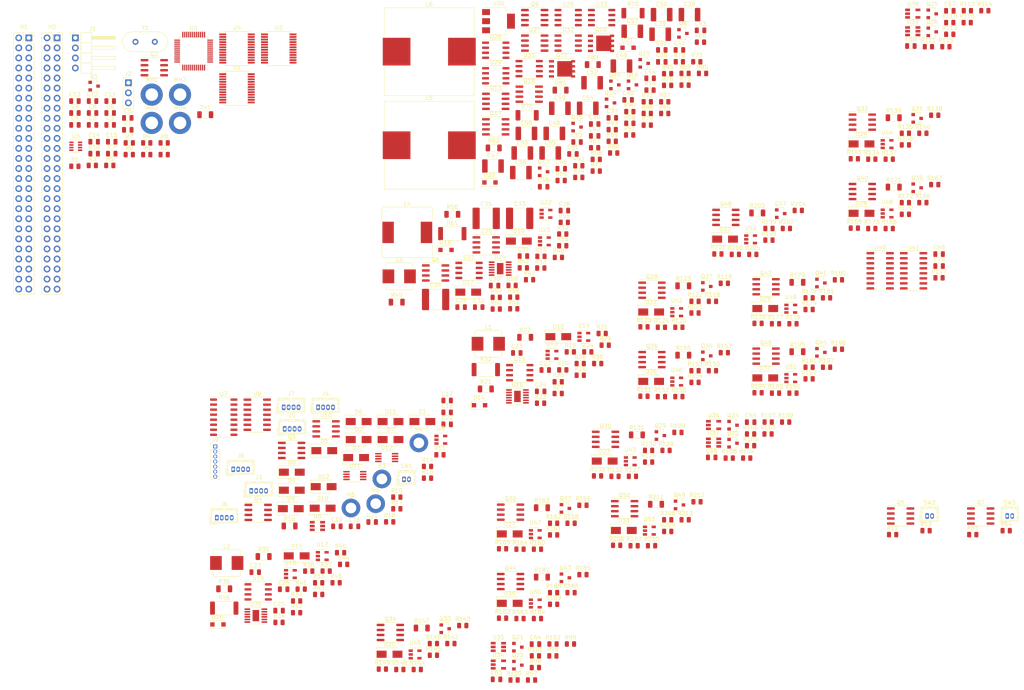
<source format=kicad_pcb>
(kicad_pcb (version 20171130) (host pcbnew "(5.1.9)-1")
  (layers (0 F.Cu signal) (31 B.Cu signal) (34 B.Paste user) (35 F.Paste user) (36 B.SilkS user) (37 F.SilkS user) (38 B.Mask user) (39 F.Mask user) (44 Edge.Cuts user))
  (net 0 "")
  (net 1 +BATT)
  (net 2 GND)
  (net 3 +3V3)
  (net 4 MUX0OUT)
  (net 5 TELEM_TBRD)
  (net 6 MUX1OUT)
  (net 7 "Net-(C8-Pad1)")
  (net 8 VDD)
  (net 9 +3.3VA)
  (net 10 /SolarConditioning/PANEL_OR)
  (net 11 /SolarConditioning/MPPT1/VOUT)
  (net 12 "Net-(C47-Pad1)")
  (net 13 /SolarConditioning/MPPT4/VBOOST)
  (net 14 PCM_IN)
  (net 15 /PowerConditioning/PCM_FILT)
  (net 16 "Net-(C65-Pad1)")
  (net 17 VCC)
  (net 18 MUX2OUT)
  (net 19 "Net-(D1-Pad2)")
  (net 20 /SolarConditioning/MPPT1/A_PWR)
  (net 21 "Net-(D2-Pad2)")
  (net 22 /SolarConditioning/MPPT1/B_PWR)
  (net 23 "Net-(D3-Pad2)")
  (net 24 /SolarConditioning/MPPT2/A_PWR)
  (net 25 "Net-(D4-Pad2)")
  (net 26 /SolarConditioning/MPPT2/B_PWR)
  (net 27 "Net-(D5-Pad2)")
  (net 28 "Net-(D6-Pad2)")
  (net 29 /SolarConditioning/MPPT4/A_PWR)
  (net 30 /SolarConditioning/MPPT4/B_PWR)
  (net 31 "Net-(D26-Pad1)")
  (net 32 "Net-(D27-Pad1)")
  (net 33 "Net-(D28-Pad1)")
  (net 34 "Net-(D29-Pad1)")
  (net 35 "Net-(D30-Pad1)")
  (net 36 "Net-(D31-Pad1)")
  (net 37 "Net-(D32-Pad1)")
  (net 38 "Net-(D33-Pad1)")
  (net 39 /SCL)
  (net 40 /SDA)
  (net 41 /SS)
  (net 42 /MOSI)
  (net 43 /MISO)
  (net 44 /SCK)
  (net 45 VUSB)
  (net 46 BCR_OUT)
  (net 47 +5V)
  (net 48 SW11)
  (net 49 SW12)
  (net 50 SW9)
  (net 51 SW10)
  (net 52 SW7)
  (net 53 SW8)
  (net 54 SW5)
  (net 55 SW6)
  (net 56 SW4)
  (net 57 SW3)
  (net 58 SW2)
  (net 59 SW1)
  (net 60 /SWDCLK)
  (net 61 /SWDIO)
  (net 62 "Net-(J2-Pad2)")
  (net 63 SOLAR_CS1)
  (net 64 SOLAR_CS0)
  (net 65 SOLAR_MOSI)
  (net 66 SOLAR_MISO)
  (net 67 SOLAR_SCK)
  (net 68 "Net-(L2-Pad2)")
  (net 69 "Net-(L3-Pad2)")
  (net 70 "Net-(Q1-Pad3)")
  (net 71 "Net-(Q1-Pad1)")
  (net 72 "Net-(Q29-Pad1)")
  (net 73 /PowerConditioning/RSTBATVPLS)
  (net 74 /PowerConditioning/GATEBATV)
  (net 75 "Net-(Q35-Pad3)")
  (net 76 /PowerConditioning/RST5VPLS)
  (net 77 /PowerConditioning/RST3V3PLS)
  (net 78 /PowerConditioning/GATE5V)
  (net 79 /PowerConditioning/GATE3V3)
  (net 80 /PowerConditioning/RSTBATVOCP)
  (net 81 /PowerConditioning/RST5VOCP)
  (net 82 /PowerConditioning/RST3V3OCP)
  (net 83 "Net-(Q47-Pad3)")
  (net 84 "Net-(Q47-Pad1)")
  (net 85 "Net-(Q49-Pad3)")
  (net 86 "Net-(Q49-Pad1)")
  (net 87 /HANDSHAKE)
  (net 88 /BOOT1)
  (net 89 /BOOT0)
  (net 90 /RESET)
  (net 91 TELEM_VBCROUT)
  (net 92 TELEM_IBCROUT)
  (net 93 I_SA3A)
  (net 94 I_SA3B)
  (net 95 V_SA3)
  (net 96 "Net-(R86-Pad2)")
  (net 97 I_SA2A)
  (net 98 I_SA2B)
  (net 99 V_SA2)
  (net 100 I_SA1A)
  (net 101 I_SA1B)
  (net 102 V_SA1)
  (net 103 "Net-(R109-Pad1)")
  (net 104 TELEM_IBATV)
  (net 105 TELEM_I5V)
  (net 106 TELEM_I3V3)
  (net 107 TELEM_VBATV)
  (net 108 TELEM_V5V)
  (net 109 TELEM_V3V3)
  (net 110 RSTBATV)
  (net 111 RST5V)
  (net 112 RST3V3)
  (net 113 TELEM_VSW11)
  (net 114 TELEM_ISW11)
  (net 115 TELEM_VSW12)
  (net 116 TELEM_ISW12)
  (net 117 TELEM_VSW10)
  (net 118 TELEM_ISW10)
  (net 119 TELEM_VSW9)
  (net 120 TELEM_ISW9)
  (net 121 TELEM_VSW8)
  (net 122 TELEM_ISW8)
  (net 123 TELEM_VSW7)
  (net 124 TELEM_ISW7)
  (net 125 TELEM_VSW6)
  (net 126 TELEM_ISW6)
  (net 127 TELEM_VSW5)
  (net 128 TELEM_ISW5)
  (net 129 TELEM_VSW3)
  (net 130 TELEM_ISW3)
  (net 131 TELEM_VSW2)
  (net 132 TELEM_ISW2)
  (net 133 TELEM_VSW1)
  (net 134 TELEM_ISW1)
  (net 135 TELEM_VSW4)
  (net 136 TELEM_ISW4)
  (net 137 PDMRST)
  (net 138 S2)
  (net 139 S3)
  (net 140 S1)
  (net 141 S0)
  (net 142 SRSERIN)
  (net 143 SRLCH)
  (net 144 SRCLK)
  (net 145 /SolarConditioning/SCK)
  (net 146 /SolarConditioning/MISO)
  (net 147 /SolarConditioning/MOSI)
  (net 148 /SolarConditioning/ADCCS)
  (net 149 /SolarConditioning/DAC2CS)
  (net 150 /SolarConditioning/DAC1CS)
  (net 151 /SolarConditioning/Vset1)
  (net 152 /SolarConditioning/Vset2)
  (net 153 /SolarConditioning/Vset3)
  (net 154 "Net-(C9-Pad1)")
  (net 155 "Net-(C22-Pad1)")
  (net 156 "Net-(C23-Pad2)")
  (net 157 "Net-(C23-Pad1)")
  (net 158 "Net-(C25-Pad1)")
  (net 159 "Net-(C26-Pad2)")
  (net 160 "Net-(C26-Pad1)")
  (net 161 "Net-(C29-Pad1)")
  (net 162 "Net-(C30-Pad2)")
  (net 163 "Net-(C30-Pad1)")
  (net 164 "Net-(C31-Pad1)")
  (net 165 "Net-(C33-Pad1)")
  (net 166 "Net-(C36-Pad1)")
  (net 167 "Net-(C40-Pad1)")
  (net 168 "Net-(C41-Pad1)")
  (net 169 "Net-(C49-Pad1)")
  (net 170 "Net-(C63-Pad1)")
  (net 171 "Net-(C67-Pad1)")
  (net 172 "Net-(D19-Pad2)")
  (net 173 "Net-(D20-Pad1)")
  (net 174 "Net-(D21-Pad1)")
  (net 175 "Net-(D22-Pad1)")
  (net 176 "Net-(D23-Pad1)")
  (net 177 "Net-(D24-Pad1)")
  (net 178 "Net-(D25-Pad1)")
  (net 179 "Net-(L1-Pad2)")
  (net 180 "Net-(Q3-Pad4)")
  (net 181 "Net-(Q4-Pad5)")
  (net 182 "Net-(Q4-Pad4)")
  (net 183 "Net-(Q5-Pad5)")
  (net 184 "Net-(Q5-Pad4)")
  (net 185 "Net-(Q6-Pad4)")
  (net 186 "Net-(Q7-Pad4)")
  (net 187 "Net-(Q8-Pad3)")
  (net 188 "Net-(Q8-Pad1)")
  (net 189 "Net-(Q10-Pad4)")
  (net 190 "Net-(Q10-Pad1)")
  (net 191 "Net-(Q11-Pad4)")
  (net 192 "Net-(Q11-Pad1)")
  (net 193 "Net-(Q12-Pad3)")
  (net 194 "Net-(Q13-Pad5)")
  (net 195 "Net-(Q13-Pad4)")
  (net 196 "Net-(Q14-Pad3)")
  (net 197 "Net-(Q15-Pad3)")
  (net 198 "Net-(Q17-Pad5)")
  (net 199 "Net-(Q17-Pad4)")
  (net 200 "Net-(Q18-Pad5)")
  (net 201 "Net-(Q18-Pad4)")
  (net 202 "Net-(Q22-Pad1)")
  (net 203 "Net-(Q24-Pad1)")
  (net 204 "Net-(Q26-Pad1)")
  (net 205 "Net-(Q27-Pad3)")
  (net 206 "Net-(Q27-Pad1)")
  (net 207 "Net-(Q29-Pad3)")
  (net 208 "Net-(Q31-Pad3)")
  (net 209 "Net-(Q31-Pad1)")
  (net 210 "Net-(Q33-Pad3)")
  (net 211 "Net-(Q33-Pad1)")
  (net 212 "Net-(Q35-Pad1)")
  (net 213 "Net-(Q37-Pad3)")
  (net 214 "Net-(Q37-Pad1)")
  (net 215 "Net-(Q39-Pad3)")
  (net 216 "Net-(Q39-Pad1)")
  (net 217 "Net-(Q41-Pad3)")
  (net 218 "Net-(Q41-Pad1)")
  (net 219 "Net-(Q43-Pad3)")
  (net 220 "Net-(Q43-Pad1)")
  (net 221 "Net-(Q45-Pad3)")
  (net 222 "Net-(Q45-Pad1)")
  (net 223 "Net-(R11-Pad2)")
  (net 224 "Net-(R13-Pad2)")
  (net 225 "Net-(R17-Pad1)")
  (net 226 "Net-(R19-Pad2)")
  (net 227 "Net-(R20-Pad2)")
  (net 228 "Net-(R27-Pad1)")
  (net 229 "Net-(R28-Pad1)")
  (net 230 "Net-(R29-Pad2)")
  (net 231 "Net-(R29-Pad1)")
  (net 232 "Net-(R33-Pad2)")
  (net 233 "Net-(R34-Pad2)")
  (net 234 "Net-(R41-Pad1)")
  (net 235 "Net-(R42-Pad1)")
  (net 236 "Net-(R43-Pad2)")
  (net 237 "Net-(R43-Pad1)")
  (net 238 "Net-(R47-Pad2)")
  (net 239 "Net-(R48-Pad2)")
  (net 240 "Net-(R51-Pad1)")
  (net 241 "Net-(R52-Pad1)")
  (net 242 "Net-(R58-Pad2)")
  (net 243 "Net-(R58-Pad1)")
  (net 244 "Net-(R64-Pad2)")
  (net 245 "Net-(R65-Pad2)")
  (net 246 "Net-(R68-Pad1)")
  (net 247 "Net-(R69-Pad1)")
  (net 248 "Net-(R84-Pad2)")
  (net 249 "Net-(R88-Pad2)")
  (net 250 "Net-(R97-Pad2)")
  (net 251 "Net-(R100-Pad1)")
  (net 252 "Net-(R102-Pad1)")
  (net 253 "Net-(R104-Pad2)")
  (net 254 "Net-(R106-Pad2)")
  (net 255 "Net-(R111-Pad2)")
  (net 256 "Net-(R113-Pad2)")
  (net 257 "Net-(R116-Pad1)")
  (net 258 "Net-(R124-Pad1)")
  (net 259 "Net-(R132-Pad1)")
  (net 260 "Net-(R140-Pad1)")
  (net 261 "Net-(R148-Pad1)")
  (net 262 "Net-(R156-Pad1)")
  (net 263 "Net-(R164-Pad1)")
  (net 264 "Net-(R172-Pad1)")
  (net 265 "Net-(R180-Pad1)")
  (net 266 "Net-(R188-Pad1)")
  (net 267 "Net-(R196-Pad1)")
  (net 268 "Net-(R204-Pad1)")
  (net 269 "Net-(R212-Pad1)")
  (net 270 "Net-(U15-Pad7)")
  (net 271 "Net-(U19-Pad7)")
  (net 272 "Net-(U21-Pad7)")
  (net 273 "Net-(U26-Pad6)")
  (net 274 "Net-(U26-Pad3)")
  (net 275 "Net-(U40-Pad9)")
  (module Connector_Hirose:Hirose_DF13-02P-1.25DSA_1x02_P1.25mm_Vertical (layer F.Cu) (at 312.954 143.002)
    (fp_text reference SW3 (at 0.62 -3.4) (layer F.SilkS))
    (fp_text value "INHIBIT 3")
    (pad 2 thru_hole oval (at 1.25 0) (size 0.9 1.4) (drill 0.6) (layers *.Cu *.Mask) (net 2 GND))
    (pad 1 thru_hole roundrect (at 0 0) (size 0.9 1.4) (drill 0.6) (layers *.Cu *.Mask) (net 244 "Net-(R64-Pad2)"))
  )
  (module Connector_Hirose:Hirose_DF13-02P-1.25DSA_1x02_P1.25mm_Vertical (layer F.Cu) (at 292.704 143.002)
    (fp_text reference SW2 (at 0.62 -3.4) (layer F.SilkS))
    (fp_text value "INHIBIT 2")
    (pad 2 thru_hole oval (at 1.25 0) (size 0.9 1.4) (drill 0.6) (layers *.Cu *.Mask) (net 2 GND))
    (pad 1 thru_hole roundrect (at 0 0) (size 0.9 1.4) (drill 0.6) (layers *.Cu *.Mask) (net 224 "Net-(R13-Pad2)"))
  )
  (module Resistor_SMD:R_0805_2012Metric (layer F.Cu) (at 312.684 146.702)
    (fp_text reference R64 (at 0 -1.65) (layer F.SilkS))
    (fp_text value 100R)
    (pad 2 smd roundrect (at 0.9125 0) (size 1.025 1.4) (layers F.Cu F.Paste F.Mask) (roundrect_rratio 0.243902) (net 244 "Net-(R64-Pad2)"))
    (pad 1 smd roundrect (at -0.9125 0) (size 1.025 1.4) (layers F.Cu F.Paste F.Mask) (roundrect_rratio 0.243902) (net 186 "Net-(Q7-Pad4)"))
  )
  (module Resistor_SMD:R_0805_2012Metric (layer F.Cu) (at 304.234 147.702)
    (fp_text reference R63 (at 0 -1.65) (layer F.SilkS))
    (fp_text value 10K)
    (pad 2 smd roundrect (at 0.9125 0) (size 1.025 1.4) (layers F.Cu F.Paste F.Mask) (roundrect_rratio 0.243902) (net 186 "Net-(Q7-Pad4)"))
    (pad 1 smd roundrect (at -0.9125 0) (size 1.025 1.4) (layers F.Cu F.Paste F.Mask) (roundrect_rratio 0.243902) (net 14 PCM_IN))
  )
  (module Resistor_SMD:R_0805_2012Metric (layer F.Cu) (at 292.434 146.702)
    (fp_text reference R13 (at 0 -1.65) (layer F.SilkS))
    (fp_text value 100R)
    (pad 2 smd roundrect (at 0.9125 0) (size 1.025 1.4) (layers F.Cu F.Paste F.Mask) (roundrect_rratio 0.243902) (net 224 "Net-(R13-Pad2)"))
    (pad 1 smd roundrect (at -0.9125 0) (size 1.025 1.4) (layers F.Cu F.Paste F.Mask) (roundrect_rratio 0.243902) (net 184 "Net-(Q5-Pad4)"))
  )
  (module Resistor_SMD:R_0805_2012Metric (layer F.Cu) (at 283.984 147.702)
    (fp_text reference R12 (at 0 -1.65) (layer F.SilkS))
    (fp_text value 10K)
    (pad 2 smd roundrect (at 0.9125 0) (size 1.025 1.4) (layers F.Cu F.Paste F.Mask) (roundrect_rratio 0.243902) (net 184 "Net-(Q5-Pad4)"))
    (pad 1 smd roundrect (at -0.9125 0) (size 1.025 1.4) (layers F.Cu F.Paste F.Mask) (roundrect_rratio 0.243902) (net 181 "Net-(Q4-Pad5)"))
  )
  (module Package_SO:SOIC-8_3.9x4.9mm_P1.27mm (layer F.Cu) (at 306.254 143.002)
    (fp_text reference Q7 (at 0 -3.4) (layer F.SilkS))
    (fp_text value IRF7458)
    (pad 8 smd roundrect (at 2.475 -1.905) (size 1.95 0.6) (layers F.Cu F.Paste F.Mask) (net 166 "Net-(C36-Pad1)"))
    (pad 7 smd roundrect (at 2.475 -0.635) (size 1.95 0.6) (layers F.Cu F.Paste F.Mask) (net 166 "Net-(C36-Pad1)"))
    (pad 6 smd roundrect (at 2.475 0.635) (size 1.95 0.6) (layers F.Cu F.Paste F.Mask) (net 166 "Net-(C36-Pad1)"))
    (pad 5 smd roundrect (at 2.475 1.905) (size 1.95 0.6) (layers F.Cu F.Paste F.Mask) (net 166 "Net-(C36-Pad1)"))
    (pad 4 smd roundrect (at -2.475 1.905) (size 1.95 0.6) (layers F.Cu F.Paste F.Mask) (net 186 "Net-(Q7-Pad4)"))
    (pad 3 smd roundrect (at -2.475 0.635) (size 1.95 0.6) (layers F.Cu F.Paste F.Mask) (net 14 PCM_IN))
    (pad 2 smd roundrect (at -2.475 -0.635) (size 1.95 0.6) (layers F.Cu F.Paste F.Mask) (net 14 PCM_IN))
    (pad 1 smd roundrect (at -2.475 -1.905) (size 1.95 0.6) (layers F.Cu F.Paste F.Mask) (net 14 PCM_IN))
  )
  (module Package_SO:SOIC-8_3.9x4.9mm_P1.27mm (layer F.Cu) (at 286.004 143.002)
    (fp_text reference Q5 (at 0 -3.4) (layer F.SilkS))
    (fp_text value IRF7458)
    (pad 8 smd roundrect (at 2.475 -1.905) (size 1.95 0.6) (layers F.Cu F.Paste F.Mask) (net 183 "Net-(Q5-Pad5)"))
    (pad 7 smd roundrect (at 2.475 -0.635) (size 1.95 0.6) (layers F.Cu F.Paste F.Mask) (net 183 "Net-(Q5-Pad5)"))
    (pad 6 smd roundrect (at 2.475 0.635) (size 1.95 0.6) (layers F.Cu F.Paste F.Mask) (net 183 "Net-(Q5-Pad5)"))
    (pad 5 smd roundrect (at 2.475 1.905) (size 1.95 0.6) (layers F.Cu F.Paste F.Mask) (net 183 "Net-(Q5-Pad5)"))
    (pad 4 smd roundrect (at -2.475 1.905) (size 1.95 0.6) (layers F.Cu F.Paste F.Mask) (net 184 "Net-(Q5-Pad4)"))
    (pad 3 smd roundrect (at -2.475 0.635) (size 1.95 0.6) (layers F.Cu F.Paste F.Mask) (net 181 "Net-(Q4-Pad5)"))
    (pad 2 smd roundrect (at -2.475 -0.635) (size 1.95 0.6) (layers F.Cu F.Paste F.Mask) (net 181 "Net-(Q4-Pad5)"))
    (pad 1 smd roundrect (at -2.475 -1.905) (size 1.95 0.6) (layers F.Cu F.Paste F.Mask) (net 181 "Net-(Q4-Pad5)"))
  )
  (module Resistor_SMD:R_1206_3216Metric (layer F.Cu) (at 224.203 140.032)
    (fp_text reference R211 (at 0 -1.82) (layer F.SilkS))
    (fp_text value 10m)
    (pad 2 smd roundrect (at 1.4625 0) (size 1.125 1.75) (layers F.Cu F.Paste F.Mask) (roundrect_rratio 0.222222) (net 38 "Net-(D33-Pad1)"))
    (pad 1 smd roundrect (at -1.4625 0) (size 1.125 1.75) (layers F.Cu F.Paste F.Mask) (roundrect_rratio 0.222222) (net 56 SW4))
  )
  (module Resistor_SMD:R_1206_3216Metric (layer F.Cu) (at 249.783 66.422)
    (fp_text reference R203 (at 0 -1.82) (layer F.SilkS))
    (fp_text value 10m)
    (pad 2 smd roundrect (at 1.4625 0) (size 1.125 1.75) (layers F.Cu F.Paste F.Mask) (roundrect_rratio 0.222222) (net 37 "Net-(D32-Pad1)"))
    (pad 1 smd roundrect (at -1.4625 0) (size 1.125 1.75) (layers F.Cu F.Paste F.Mask) (roundrect_rratio 0.222222) (net 59 SW1))
  )
  (module Resistor_SMD:R_1206_3216Metric (layer F.Cu) (at 259.933 101.482)
    (fp_text reference R195 (at 0 -1.82) (layer F.SilkS))
    (fp_text value 10m)
    (pad 2 smd roundrect (at 1.4625 0) (size 1.125 1.75) (layers F.Cu F.Paste F.Mask) (roundrect_rratio 0.222222) (net 36 "Net-(D31-Pad1)"))
    (pad 1 smd roundrect (at -1.4625 0) (size 1.125 1.75) (layers F.Cu F.Paste F.Mask) (roundrect_rratio 0.222222) (net 58 SW2))
  )
  (module Resistor_SMD:R_1206_3216Metric (layer F.Cu) (at 195.373 158.442)
    (fp_text reference R187 (at 0 -1.82) (layer F.SilkS))
    (fp_text value 10m)
    (pad 2 smd roundrect (at 1.4625 0) (size 1.125 1.75) (layers F.Cu F.Paste F.Mask) (roundrect_rratio 0.222222) (net 35 "Net-(D30-Pad1)"))
    (pad 1 smd roundrect (at -1.4625 0) (size 1.125 1.75) (layers F.Cu F.Paste F.Mask) (roundrect_rratio 0.222222) (net 57 SW3))
  )
  (module Resistor_SMD:R_1206_3216Metric (layer F.Cu) (at 259.933 83.952)
    (fp_text reference R179 (at 0 -1.82) (layer F.SilkS))
    (fp_text value 10m)
    (pad 2 smd roundrect (at 1.4625 0) (size 1.125 1.75) (layers F.Cu F.Paste F.Mask) (roundrect_rratio 0.222222) (net 34 "Net-(D29-Pad1)"))
    (pad 1 smd roundrect (at -1.4625 0) (size 1.125 1.75) (layers F.Cu F.Paste F.Mask) (roundrect_rratio 0.222222) (net 54 SW5))
  )
  (module Resistor_SMD:R_1206_3216Metric (layer F.Cu) (at 284.263 59.892)
    (fp_text reference R171 (at 0 -1.82) (layer F.SilkS))
    (fp_text value 10m)
    (pad 2 smd roundrect (at 1.4625 0) (size 1.125 1.75) (layers F.Cu F.Paste F.Mask) (roundrect_rratio 0.222222) (net 33 "Net-(D28-Pad1)"))
    (pad 1 smd roundrect (at -1.4625 0) (size 1.125 1.75) (layers F.Cu F.Paste F.Mask) (roundrect_rratio 0.222222) (net 55 SW6))
  )
  (module Resistor_SMD:R_1206_3216Metric (layer F.Cu) (at 195.373 140.912)
    (fp_text reference R163 (at 0 -1.82) (layer F.SilkS))
    (fp_text value 10m)
    (pad 2 smd roundrect (at 1.4625 0) (size 1.125 1.75) (layers F.Cu F.Paste F.Mask) (roundrect_rratio 0.222222) (net 32 "Net-(D27-Pad1)"))
    (pad 1 smd roundrect (at -1.4625 0) (size 1.125 1.75) (layers F.Cu F.Paste F.Mask) (roundrect_rratio 0.222222) (net 52 SW7))
  )
  (module Resistor_SMD:R_1206_3216Metric (layer F.Cu) (at 231.103 102.362)
    (fp_text reference R155 (at 0 -1.82) (layer F.SilkS))
    (fp_text value 10m)
    (pad 2 smd roundrect (at 1.4625 0) (size 1.125 1.75) (layers F.Cu F.Paste F.Mask) (roundrect_rratio 0.222222) (net 31 "Net-(D26-Pad1)"))
    (pad 1 smd roundrect (at -1.4625 0) (size 1.125 1.75) (layers F.Cu F.Paste F.Mask) (roundrect_rratio 0.222222) (net 53 SW8))
  )
  (module Resistor_SMD:R_1206_3216Metric (layer F.Cu) (at 165.003 171.312)
    (fp_text reference R147 (at 0 -1.82) (layer F.SilkS))
    (fp_text value 10m)
    (pad 2 smd roundrect (at 1.4625 0) (size 1.125 1.75) (layers F.Cu F.Paste F.Mask) (roundrect_rratio 0.222222) (net 178 "Net-(D25-Pad1)"))
    (pad 1 smd roundrect (at -1.4625 0) (size 1.125 1.75) (layers F.Cu F.Paste F.Mask) (roundrect_rratio 0.222222) (net 50 SW9))
  )
  (module Resistor_SMD:R_1206_3216Metric (layer F.Cu) (at 284.263 42.362)
    (fp_text reference R139 (at 0 -1.82) (layer F.SilkS))
    (fp_text value 10m)
    (pad 2 smd roundrect (at 1.4625 0) (size 1.125 1.75) (layers F.Cu F.Paste F.Mask) (roundrect_rratio 0.222222) (net 177 "Net-(D24-Pad1)"))
    (pad 1 smd roundrect (at -1.4625 0) (size 1.125 1.75) (layers F.Cu F.Paste F.Mask) (roundrect_rratio 0.222222) (net 51 SW10))
  )
  (module Resistor_SMD:R_1206_3216Metric (layer F.Cu) (at 219.373 122.502)
    (fp_text reference R131 (at 0 -1.82) (layer F.SilkS))
    (fp_text value 10m)
    (pad 2 smd roundrect (at 1.4625 0) (size 1.125 1.75) (layers F.Cu F.Paste F.Mask) (roundrect_rratio 0.222222) (net 176 "Net-(D23-Pad1)"))
    (pad 1 smd roundrect (at -1.4625 0) (size 1.125 1.75) (layers F.Cu F.Paste F.Mask) (roundrect_rratio 0.222222) (net 49 SW12))
  )
  (module Resistor_SMD:R_1206_3216Metric (layer F.Cu) (at 231.103 84.832)
    (fp_text reference R123 (at 0 -1.82) (layer F.SilkS))
    (fp_text value 10m)
    (pad 2 smd roundrect (at 1.4625 0) (size 1.125 1.75) (layers F.Cu F.Paste F.Mask) (roundrect_rratio 0.222222) (net 175 "Net-(D22-Pad1)"))
    (pad 1 smd roundrect (at -1.4625 0) (size 1.125 1.75) (layers F.Cu F.Paste F.Mask) (roundrect_rratio 0.222222) (net 48 SW11))
  )
  (module Resistor_SMD:R_1206_3216Metric (layer F.Cu) (at 208.233 28.942)
    (fp_text reference R83 (at 0 -1.82) (layer F.SilkS))
    (fp_text value 10m)
    (pad 2 smd roundrect (at 1.4625 0) (size 1.125 1.75) (layers F.Cu F.Paste F.Mask) (roundrect_rratio 0.222222) (net 200 "Net-(Q18-Pad5)"))
    (pad 1 smd roundrect (at -1.4625 0) (size 1.125 1.75) (layers F.Cu F.Paste F.Mask) (roundrect_rratio 0.222222) (net 3 +3V3))
  )
  (module Resistor_SMD:R_1206_3216Metric (layer F.Cu) (at 183.183 49.992)
    (fp_text reference R82 (at 0 -1.82) (layer F.SilkS))
    (fp_text value 10m)
    (pad 2 smd roundrect (at 1.4625 0) (size 1.125 1.75) (layers F.Cu F.Paste F.Mask) (roundrect_rratio 0.222222) (net 198 "Net-(Q17-Pad5)"))
    (pad 1 smd roundrect (at -1.4625 0) (size 1.125 1.75) (layers F.Cu F.Paste F.Mask) (roundrect_rratio 0.222222) (net 47 +5V))
  )
  (module Resistor_SMD:R_1206_3216Metric (layer F.Cu) (at 200.083 35.392)
    (fp_text reference R81 (at 0 -1.82) (layer F.SilkS))
    (fp_text value 10m)
    (pad 2 smd roundrect (at 1.4625 0) (size 1.125 1.75) (layers F.Cu F.Paste F.Mask) (roundrect_rratio 0.222222) (net 194 "Net-(Q13-Pad5)"))
    (pad 1 smd roundrect (at -1.4625 0) (size 1.125 1.75) (layers F.Cu F.Paste F.Mask) (roundrect_rratio 0.222222) (net 1 +BATT))
  )
  (module Resistor_SMD:R_1206_3216Metric (layer F.Cu) (at 172.723 66.762)
    (fp_text reference R50 (at 0 -1.82) (layer F.SilkS))
    (fp_text value 10m)
    (pad 2 smd roundrect (at 1.4625 0) (size 1.125 1.75) (layers F.Cu F.Paste F.Mask) (roundrect_rratio 0.222222) (net 30 /SolarConditioning/MPPT4/B_PWR))
    (pad 1 smd roundrect (at -1.4625 0) (size 1.125 1.75) (layers F.Cu F.Paste F.Mask) (roundrect_rratio 0.222222) (net 165 "Net-(C33-Pad1)"))
  )
  (module Resistor_SMD:R_1206_3216Metric (layer F.Cu) (at 158.673 88.962)
    (fp_text reference R49 (at 0 -1.82) (layer F.SilkS))
    (fp_text value 10m)
    (pad 2 smd roundrect (at 1.4625 0) (size 1.125 1.75) (layers F.Cu F.Paste F.Mask) (roundrect_rratio 0.222222) (net 29 /SolarConditioning/MPPT4/A_PWR))
    (pad 1 smd roundrect (at -1.4625 0) (size 1.125 1.75) (layers F.Cu F.Paste F.Mask) (roundrect_rratio 0.222222) (net 165 "Net-(C33-Pad1)"))
  )
  (module Resistor_SMD:R_1206_3216Metric (layer F.Cu) (at 115.093 161.392)
    (fp_text reference R36 (at 0 -1.82) (layer F.SilkS))
    (fp_text value 10m)
    (pad 2 smd roundrect (at 1.4625 0) (size 1.125 1.75) (layers F.Cu F.Paste F.Mask) (roundrect_rratio 0.222222) (net 22 /SolarConditioning/MPPT1/B_PWR))
    (pad 1 smd roundrect (at -1.4625 0) (size 1.125 1.75) (layers F.Cu F.Paste F.Mask) (roundrect_rratio 0.222222) (net 158 "Net-(C25-Pad1)"))
  )
  (module Resistor_SMD:R_1206_3216Metric (layer F.Cu) (at 125.043 153.242)
    (fp_text reference R35 (at 0 -1.82) (layer F.SilkS))
    (fp_text value 10m)
    (pad 2 smd roundrect (at 1.4625 0) (size 1.125 1.75) (layers F.Cu F.Paste F.Mask) (roundrect_rratio 0.222222) (net 20 /SolarConditioning/MPPT1/A_PWR))
    (pad 1 smd roundrect (at -1.4625 0) (size 1.125 1.75) (layers F.Cu F.Paste F.Mask) (roundrect_rratio 0.222222) (net 158 "Net-(C25-Pad1)"))
  )
  (module Resistor_SMD:R_1206_3216Metric (layer F.Cu) (at 191.143 97.852)
    (fp_text reference R22 (at 0 -1.82) (layer F.SilkS))
    (fp_text value 10m)
    (pad 2 smd roundrect (at 1.4625 0) (size 1.125 1.75) (layers F.Cu F.Paste F.Mask) (roundrect_rratio 0.222222) (net 26 /SolarConditioning/MPPT2/B_PWR))
    (pad 1 smd roundrect (at -1.4625 0) (size 1.125 1.75) (layers F.Cu F.Paste F.Mask) (roundrect_rratio 0.222222) (net 155 "Net-(C22-Pad1)"))
  )
  (module Resistor_SMD:R_1206_3216Metric (layer F.Cu) (at 181.193 110.892)
    (fp_text reference R21 (at 0 -1.82) (layer F.SilkS))
    (fp_text value 10m)
    (pad 2 smd roundrect (at 1.4625 0) (size 1.125 1.75) (layers F.Cu F.Paste F.Mask) (roundrect_rratio 0.222222) (net 24 /SolarConditioning/MPPT2/A_PWR))
    (pad 1 smd roundrect (at -1.4625 0) (size 1.125 1.75) (layers F.Cu F.Paste F.Mask) (roundrect_rratio 0.222222) (net 155 "Net-(C22-Pad1)"))
  )
  (module Resistor_SMD:R_1206_3216Metric (layer F.Cu) (at 131.603 145.522)
    (fp_text reference R16 (at 0 -1.82) (layer F.SilkS))
    (fp_text value 10m)
    (pad 2 smd roundrect (at 1.4625 0) (size 1.125 1.75) (layers F.Cu F.Paste F.Mask) (roundrect_rratio 0.222222) (net 183 "Net-(Q5-Pad5)"))
    (pad 1 smd roundrect (at -1.4625 0) (size 1.125 1.75) (layers F.Cu F.Paste F.Mask) (roundrect_rratio 0.222222) (net 46 BCR_OUT))
  )
  (module Crystal:Crystal_HC49-4H_Vertical (layer F.Cu) (at 92.671 23.176)
    (fp_text reference Y1 (at 2.44 -3.525) (layer F.SilkS))
    (fp_text value 8MHz)
    (pad 2 thru_hole circle (at 4.88 0) (size 1.5 1.5) (drill 0.8) (layers *.Cu *.Mask) (net 154 "Net-(C9-Pad1)"))
    (pad 1 thru_hole circle (at 0 0) (size 1.5 1.5) (drill 0.8) (layers *.Cu *.Mask) (net 7 "Net-(C8-Pad1)"))
  )
  (module Package_TO_SOT_SMD:SOT-23-5 (layer F.Cu) (at 222.523 146.702)
    (fp_text reference U53 (at 0 -2.9) (layer F.SilkS))
    (fp_text value LT6106)
    (pad 5 smd rect (at 1.1 -0.95) (size 1.06 0.65) (layers F.Cu F.Paste F.Mask) (net 38 "Net-(D33-Pad1)"))
    (pad 4 smd rect (at 1.1 0.95) (size 1.06 0.65) (layers F.Cu F.Paste F.Mask) (net 56 SW4))
    (pad 3 smd rect (at -1.1 0.95) (size 1.06 0.65) (layers F.Cu F.Paste F.Mask) (net 269 "Net-(R212-Pad1)"))
    (pad 2 smd rect (at -1.1 0) (size 1.06 0.65) (layers F.Cu F.Paste F.Mask) (net 2 GND))
    (pad 1 smd rect (at -1.1 -0.95) (size 1.06 0.65) (layers F.Cu F.Paste F.Mask) (net 136 TELEM_ISW4))
  )
  (module Package_TO_SOT_SMD:SOT-23-5 (layer F.Cu) (at 248.103 73.092)
    (fp_text reference U52 (at 0 -2.9) (layer F.SilkS))
    (fp_text value LT6106)
    (pad 5 smd rect (at 1.1 -0.95) (size 1.06 0.65) (layers F.Cu F.Paste F.Mask) (net 37 "Net-(D32-Pad1)"))
    (pad 4 smd rect (at 1.1 0.95) (size 1.06 0.65) (layers F.Cu F.Paste F.Mask) (net 59 SW1))
    (pad 3 smd rect (at -1.1 0.95) (size 1.06 0.65) (layers F.Cu F.Paste F.Mask) (net 268 "Net-(R204-Pad1)"))
    (pad 2 smd rect (at -1.1 0) (size 1.06 0.65) (layers F.Cu F.Paste F.Mask) (net 2 GND))
    (pad 1 smd rect (at -1.1 -0.95) (size 1.06 0.65) (layers F.Cu F.Paste F.Mask) (net 134 TELEM_ISW1))
  )
  (module Package_TO_SOT_SMD:SOT-23-5 (layer F.Cu) (at 258.253 108.152)
    (fp_text reference U51 (at 0 -2.9) (layer F.SilkS))
    (fp_text value LT6106)
    (pad 5 smd rect (at 1.1 -0.95) (size 1.06 0.65) (layers F.Cu F.Paste F.Mask) (net 36 "Net-(D31-Pad1)"))
    (pad 4 smd rect (at 1.1 0.95) (size 1.06 0.65) (layers F.Cu F.Paste F.Mask) (net 58 SW2))
    (pad 3 smd rect (at -1.1 0.95) (size 1.06 0.65) (layers F.Cu F.Paste F.Mask) (net 267 "Net-(R196-Pad1)"))
    (pad 2 smd rect (at -1.1 0) (size 1.06 0.65) (layers F.Cu F.Paste F.Mask) (net 2 GND))
    (pad 1 smd rect (at -1.1 -0.95) (size 1.06 0.65) (layers F.Cu F.Paste F.Mask) (net 132 TELEM_ISW2))
  )
  (module Package_TO_SOT_SMD:SOT-23-5 (layer F.Cu) (at 193.693 165.112)
    (fp_text reference U50 (at 0 -2.9) (layer F.SilkS))
    (fp_text value LT6106)
    (pad 5 smd rect (at 1.1 -0.95) (size 1.06 0.65) (layers F.Cu F.Paste F.Mask) (net 35 "Net-(D30-Pad1)"))
    (pad 4 smd rect (at 1.1 0.95) (size 1.06 0.65) (layers F.Cu F.Paste F.Mask) (net 57 SW3))
    (pad 3 smd rect (at -1.1 0.95) (size 1.06 0.65) (layers F.Cu F.Paste F.Mask) (net 266 "Net-(R188-Pad1)"))
    (pad 2 smd rect (at -1.1 0) (size 1.06 0.65) (layers F.Cu F.Paste F.Mask) (net 2 GND))
    (pad 1 smd rect (at -1.1 -0.95) (size 1.06 0.65) (layers F.Cu F.Paste F.Mask) (net 130 TELEM_ISW3))
  )
  (module Package_TO_SOT_SMD:SOT-23-5 (layer F.Cu) (at 258.253 90.622)
    (fp_text reference U49 (at 0 -2.9) (layer F.SilkS))
    (fp_text value LT6106)
    (pad 5 smd rect (at 1.1 -0.95) (size 1.06 0.65) (layers F.Cu F.Paste F.Mask) (net 34 "Net-(D29-Pad1)"))
    (pad 4 smd rect (at 1.1 0.95) (size 1.06 0.65) (layers F.Cu F.Paste F.Mask) (net 54 SW5))
    (pad 3 smd rect (at -1.1 0.95) (size 1.06 0.65) (layers F.Cu F.Paste F.Mask) (net 265 "Net-(R180-Pad1)"))
    (pad 2 smd rect (at -1.1 0) (size 1.06 0.65) (layers F.Cu F.Paste F.Mask) (net 2 GND))
    (pad 1 smd rect (at -1.1 -0.95) (size 1.06 0.65) (layers F.Cu F.Paste F.Mask) (net 128 TELEM_ISW5))
  )
  (module Package_TO_SOT_SMD:SOT-23-5 (layer F.Cu) (at 282.583 66.562)
    (fp_text reference U48 (at 0 -2.9) (layer F.SilkS))
    (fp_text value LT6106)
    (pad 5 smd rect (at 1.1 -0.95) (size 1.06 0.65) (layers F.Cu F.Paste F.Mask) (net 33 "Net-(D28-Pad1)"))
    (pad 4 smd rect (at 1.1 0.95) (size 1.06 0.65) (layers F.Cu F.Paste F.Mask) (net 55 SW6))
    (pad 3 smd rect (at -1.1 0.95) (size 1.06 0.65) (layers F.Cu F.Paste F.Mask) (net 264 "Net-(R172-Pad1)"))
    (pad 2 smd rect (at -1.1 0) (size 1.06 0.65) (layers F.Cu F.Paste F.Mask) (net 2 GND))
    (pad 1 smd rect (at -1.1 -0.95) (size 1.06 0.65) (layers F.Cu F.Paste F.Mask) (net 126 TELEM_ISW6))
  )
  (module Package_TO_SOT_SMD:SOT-23-5 (layer F.Cu) (at 193.693 147.582)
    (fp_text reference U47 (at 0 -2.9) (layer F.SilkS))
    (fp_text value LT6106)
    (pad 5 smd rect (at 1.1 -0.95) (size 1.06 0.65) (layers F.Cu F.Paste F.Mask) (net 32 "Net-(D27-Pad1)"))
    (pad 4 smd rect (at 1.1 0.95) (size 1.06 0.65) (layers F.Cu F.Paste F.Mask) (net 52 SW7))
    (pad 3 smd rect (at -1.1 0.95) (size 1.06 0.65) (layers F.Cu F.Paste F.Mask) (net 263 "Net-(R164-Pad1)"))
    (pad 2 smd rect (at -1.1 0) (size 1.06 0.65) (layers F.Cu F.Paste F.Mask) (net 2 GND))
    (pad 1 smd rect (at -1.1 -0.95) (size 1.06 0.65) (layers F.Cu F.Paste F.Mask) (net 124 TELEM_ISW7))
  )
  (module Package_TO_SOT_SMD:SOT-23-5 (layer F.Cu) (at 229.423 109.032)
    (fp_text reference U46 (at 0 -2.9) (layer F.SilkS))
    (fp_text value LT6106)
    (pad 5 smd rect (at 1.1 -0.95) (size 1.06 0.65) (layers F.Cu F.Paste F.Mask) (net 31 "Net-(D26-Pad1)"))
    (pad 4 smd rect (at 1.1 0.95) (size 1.06 0.65) (layers F.Cu F.Paste F.Mask) (net 53 SW8))
    (pad 3 smd rect (at -1.1 0.95) (size 1.06 0.65) (layers F.Cu F.Paste F.Mask) (net 262 "Net-(R156-Pad1)"))
    (pad 2 smd rect (at -1.1 0) (size 1.06 0.65) (layers F.Cu F.Paste F.Mask) (net 2 GND))
    (pad 1 smd rect (at -1.1 -0.95) (size 1.06 0.65) (layers F.Cu F.Paste F.Mask) (net 122 TELEM_ISW8))
  )
  (module Package_TO_SOT_SMD:SOT-23-5 (layer F.Cu) (at 163.323 177.982)
    (fp_text reference U45 (at 0 -2.9) (layer F.SilkS))
    (fp_text value LT6106)
    (pad 5 smd rect (at 1.1 -0.95) (size 1.06 0.65) (layers F.Cu F.Paste F.Mask) (net 178 "Net-(D25-Pad1)"))
    (pad 4 smd rect (at 1.1 0.95) (size 1.06 0.65) (layers F.Cu F.Paste F.Mask) (net 50 SW9))
    (pad 3 smd rect (at -1.1 0.95) (size 1.06 0.65) (layers F.Cu F.Paste F.Mask) (net 261 "Net-(R148-Pad1)"))
    (pad 2 smd rect (at -1.1 0) (size 1.06 0.65) (layers F.Cu F.Paste F.Mask) (net 2 GND))
    (pad 1 smd rect (at -1.1 -0.95) (size 1.06 0.65) (layers F.Cu F.Paste F.Mask) (net 120 TELEM_ISW9))
  )
  (module Package_TO_SOT_SMD:SOT-23-5 (layer F.Cu) (at 282.583 49.032)
    (fp_text reference U44 (at 0 -2.9) (layer F.SilkS))
    (fp_text value LT6106)
    (pad 5 smd rect (at 1.1 -0.95) (size 1.06 0.65) (layers F.Cu F.Paste F.Mask) (net 177 "Net-(D24-Pad1)"))
    (pad 4 smd rect (at 1.1 0.95) (size 1.06 0.65) (layers F.Cu F.Paste F.Mask) (net 51 SW10))
    (pad 3 smd rect (at -1.1 0.95) (size 1.06 0.65) (layers F.Cu F.Paste F.Mask) (net 260 "Net-(R140-Pad1)"))
    (pad 2 smd rect (at -1.1 0) (size 1.06 0.65) (layers F.Cu F.Paste F.Mask) (net 2 GND))
    (pad 1 smd rect (at -1.1 -0.95) (size 1.06 0.65) (layers F.Cu F.Paste F.Mask) (net 118 TELEM_ISW10))
  )
  (module Package_TO_SOT_SMD:SOT-23-5 (layer F.Cu) (at 217.693 129.172)
    (fp_text reference U43 (at 0 -2.9) (layer F.SilkS))
    (fp_text value LT6106)
    (pad 5 smd rect (at 1.1 -0.95) (size 1.06 0.65) (layers F.Cu F.Paste F.Mask) (net 176 "Net-(D23-Pad1)"))
    (pad 4 smd rect (at 1.1 0.95) (size 1.06 0.65) (layers F.Cu F.Paste F.Mask) (net 49 SW12))
    (pad 3 smd rect (at -1.1 0.95) (size 1.06 0.65) (layers F.Cu F.Paste F.Mask) (net 259 "Net-(R132-Pad1)"))
    (pad 2 smd rect (at -1.1 0) (size 1.06 0.65) (layers F.Cu F.Paste F.Mask) (net 2 GND))
    (pad 1 smd rect (at -1.1 -0.95) (size 1.06 0.65) (layers F.Cu F.Paste F.Mask) (net 116 TELEM_ISW12))
  )
  (module Package_TO_SOT_SMD:SOT-23-5 (layer F.Cu) (at 229.423 91.502)
    (fp_text reference U42 (at 0 -2.9) (layer F.SilkS))
    (fp_text value LT6106)
    (pad 5 smd rect (at 1.1 -0.95) (size 1.06 0.65) (layers F.Cu F.Paste F.Mask) (net 175 "Net-(D22-Pad1)"))
    (pad 4 smd rect (at 1.1 0.95) (size 1.06 0.65) (layers F.Cu F.Paste F.Mask) (net 48 SW11))
    (pad 3 smd rect (at -1.1 0.95) (size 1.06 0.65) (layers F.Cu F.Paste F.Mask) (net 258 "Net-(R124-Pad1)"))
    (pad 2 smd rect (at -1.1 0) (size 1.06 0.65) (layers F.Cu F.Paste F.Mask) (net 2 GND))
    (pad 1 smd rect (at -1.1 -0.95) (size 1.06 0.65) (layers F.Cu F.Paste F.Mask) (net 114 TELEM_ISW11))
  )
  (module Package_SO:SOIC-16_3.9x9.9mm_P1.27mm (layer F.Cu) (at 289.283 81.042)
    (fp_text reference U41 (at 0 -5.9) (layer F.SilkS))
    (fp_text value 74HC595)
    (pad 16 smd roundrect (at 2.475 -4.445) (size 1.95 0.6) (layers F.Cu F.Paste F.Mask) (net 3 +3V3))
    (pad 15 smd roundrect (at 2.475 -3.175) (size 1.95 0.6) (layers F.Cu F.Paste F.Mask) (net 50 SW9))
    (pad 14 smd roundrect (at 2.475 -1.905) (size 1.95 0.6) (layers F.Cu F.Paste F.Mask) (net 275 "Net-(U40-Pad9)"))
    (pad 13 smd roundrect (at 2.475 -0.635) (size 1.95 0.6) (layers F.Cu F.Paste F.Mask) (net 2 GND))
    (pad 12 smd roundrect (at 2.475 0.635) (size 1.95 0.6) (layers F.Cu F.Paste F.Mask) (net 143 SRLCH))
    (pad 11 smd roundrect (at 2.475 1.905) (size 1.95 0.6) (layers F.Cu F.Paste F.Mask) (net 144 SRCLK))
    (pad 10 smd roundrect (at 2.475 3.175) (size 1.95 0.6) (layers F.Cu F.Paste F.Mask) (net 3 +3V3))
    (pad 9 smd roundrect (at 2.475 4.445) (size 1.95 0.6) (layers F.Cu F.Paste F.Mask))
    (pad 8 smd roundrect (at -2.475 4.445) (size 1.95 0.6) (layers F.Cu F.Paste F.Mask) (net 2 GND))
    (pad 7 smd roundrect (at -2.475 3.175) (size 1.95 0.6) (layers F.Cu F.Paste F.Mask))
    (pad 6 smd roundrect (at -2.475 1.905) (size 1.95 0.6) (layers F.Cu F.Paste F.Mask))
    (pad 5 smd roundrect (at -2.475 0.635) (size 1.95 0.6) (layers F.Cu F.Paste F.Mask))
    (pad 4 smd roundrect (at -2.475 -0.635) (size 1.95 0.6) (layers F.Cu F.Paste F.Mask))
    (pad 3 smd roundrect (at -2.475 -1.905) (size 1.95 0.6) (layers F.Cu F.Paste F.Mask) (net 49 SW12))
    (pad 2 smd roundrect (at -2.475 -3.175) (size 1.95 0.6) (layers F.Cu F.Paste F.Mask) (net 48 SW11))
    (pad 1 smd roundrect (at -2.475 -4.445) (size 1.95 0.6) (layers F.Cu F.Paste F.Mask) (net 51 SW10))
  )
  (module Package_SO:SOIC-16_3.9x9.9mm_P1.27mm (layer F.Cu) (at 280.833 81.042)
    (fp_text reference U40 (at 0 -5.9) (layer F.SilkS))
    (fp_text value 74HC595)
    (pad 16 smd roundrect (at 2.475 -4.445) (size 1.95 0.6) (layers F.Cu F.Paste F.Mask) (net 3 +3V3))
    (pad 15 smd roundrect (at 2.475 -3.175) (size 1.95 0.6) (layers F.Cu F.Paste F.Mask) (net 59 SW1))
    (pad 14 smd roundrect (at 2.475 -1.905) (size 1.95 0.6) (layers F.Cu F.Paste F.Mask) (net 142 SRSERIN))
    (pad 13 smd roundrect (at 2.475 -0.635) (size 1.95 0.6) (layers F.Cu F.Paste F.Mask) (net 2 GND))
    (pad 12 smd roundrect (at 2.475 0.635) (size 1.95 0.6) (layers F.Cu F.Paste F.Mask) (net 143 SRLCH))
    (pad 11 smd roundrect (at 2.475 1.905) (size 1.95 0.6) (layers F.Cu F.Paste F.Mask) (net 144 SRCLK))
    (pad 10 smd roundrect (at 2.475 3.175) (size 1.95 0.6) (layers F.Cu F.Paste F.Mask) (net 137 PDMRST))
    (pad 9 smd roundrect (at 2.475 4.445) (size 1.95 0.6) (layers F.Cu F.Paste F.Mask) (net 275 "Net-(U40-Pad9)"))
    (pad 8 smd roundrect (at -2.475 4.445) (size 1.95 0.6) (layers F.Cu F.Paste F.Mask) (net 2 GND))
    (pad 7 smd roundrect (at -2.475 3.175) (size 1.95 0.6) (layers F.Cu F.Paste F.Mask) (net 53 SW8))
    (pad 6 smd roundrect (at -2.475 1.905) (size 1.95 0.6) (layers F.Cu F.Paste F.Mask) (net 52 SW7))
    (pad 5 smd roundrect (at -2.475 0.635) (size 1.95 0.6) (layers F.Cu F.Paste F.Mask) (net 55 SW6))
    (pad 4 smd roundrect (at -2.475 -0.635) (size 1.95 0.6) (layers F.Cu F.Paste F.Mask) (net 54 SW5))
    (pad 3 smd roundrect (at -2.475 -1.905) (size 1.95 0.6) (layers F.Cu F.Paste F.Mask) (net 56 SW4))
    (pad 2 smd roundrect (at -2.475 -3.175) (size 1.95 0.6) (layers F.Cu F.Paste F.Mask) (net 57 SW3))
    (pad 1 smd roundrect (at -2.475 -4.445) (size 1.95 0.6) (layers F.Cu F.Paste F.Mask) (net 58 SW2))
  )
  (module Package_SO:SSOP-24_5.3x8.2mm_P0.65mm (layer F.Cu) (at 118.321 24.876)
    (fp_text reference U4 (at 0 -5.25) (layer F.SilkS))
    (fp_text value CD74HC4067SM)
    (pad 24 smd rect (at 3.6 -3.575) (size 1.75 0.45) (layers F.Cu F.Paste F.Mask) (net 3 +3V3))
    (pad 23 smd rect (at 3.6 -2.925) (size 1.75 0.45) (layers F.Cu F.Paste F.Mask) (net 120 TELEM_ISW9))
    (pad 22 smd rect (at 3.6 -2.275) (size 1.75 0.45) (layers F.Cu F.Paste F.Mask) (net 118 TELEM_ISW10))
    (pad 21 smd rect (at 3.6 -1.625) (size 1.75 0.45) (layers F.Cu F.Paste F.Mask) (net 114 TELEM_ISW11))
    (pad 20 smd rect (at 3.6 -0.975) (size 1.75 0.45) (layers F.Cu F.Paste F.Mask) (net 116 TELEM_ISW12))
    (pad 19 smd rect (at 3.6 -0.325) (size 1.75 0.45) (layers F.Cu F.Paste F.Mask) (net 104 TELEM_IBATV))
    (pad 18 smd rect (at 3.6 0.325) (size 1.75 0.45) (layers F.Cu F.Paste F.Mask) (net 105 TELEM_I5V))
    (pad 17 smd rect (at 3.6 0.975) (size 1.75 0.45) (layers F.Cu F.Paste F.Mask) (net 106 TELEM_I3V3))
    (pad 16 smd rect (at 3.6 1.625) (size 1.75 0.45) (layers F.Cu F.Paste F.Mask))
    (pad 15 smd rect (at 3.6 2.275) (size 1.75 0.45) (layers F.Cu F.Paste F.Mask) (net 2 GND))
    (pad 14 smd rect (at 3.6 2.925) (size 1.75 0.45) (layers F.Cu F.Paste F.Mask) (net 138 S2))
    (pad 13 smd rect (at 3.6 3.575) (size 1.75 0.45) (layers F.Cu F.Paste F.Mask) (net 139 S3))
    (pad 12 smd rect (at -3.6 3.575) (size 1.75 0.45) (layers F.Cu F.Paste F.Mask) (net 2 GND))
    (pad 11 smd rect (at -3.6 2.925) (size 1.75 0.45) (layers F.Cu F.Paste F.Mask) (net 140 S1))
    (pad 10 smd rect (at -3.6 2.275) (size 1.75 0.45) (layers F.Cu F.Paste F.Mask) (net 141 S0))
    (pad 9 smd rect (at -3.6 1.625) (size 1.75 0.45) (layers F.Cu F.Paste F.Mask) (net 134 TELEM_ISW1))
    (pad 8 smd rect (at -3.6 0.975) (size 1.75 0.45) (layers F.Cu F.Paste F.Mask) (net 132 TELEM_ISW2))
    (pad 7 smd rect (at -3.6 0.325) (size 1.75 0.45) (layers F.Cu F.Paste F.Mask) (net 130 TELEM_ISW3))
    (pad 6 smd rect (at -3.6 -0.325) (size 1.75 0.45) (layers F.Cu F.Paste F.Mask) (net 136 TELEM_ISW4))
    (pad 5 smd rect (at -3.6 -0.975) (size 1.75 0.45) (layers F.Cu F.Paste F.Mask) (net 128 TELEM_ISW5))
    (pad 4 smd rect (at -3.6 -1.625) (size 1.75 0.45) (layers F.Cu F.Paste F.Mask) (net 126 TELEM_ISW6))
    (pad 3 smd rect (at -3.6 -2.275) (size 1.75 0.45) (layers F.Cu F.Paste F.Mask) (net 124 TELEM_ISW7))
    (pad 2 smd rect (at -3.6 -2.925) (size 1.75 0.45) (layers F.Cu F.Paste F.Mask) (net 122 TELEM_ISW8))
    (pad 1 smd rect (at -3.6 -3.575) (size 1.75 0.45) (layers F.Cu F.Paste F.Mask) (net 18 MUX2OUT))
  )
  (module Package_TO_SOT_SMD:TSOT-23-6 (layer F.Cu) (at 289.073 20.512)
    (fp_text reference U39 (at 0 -2.45) (layer F.SilkS))
    (fp_text value LTC6993xS6-4)
    (pad 6 smd rect (at 1.31 -0.95) (size 1.22 0.65) (layers F.Cu F.Paste F.Mask) (net 77 /PowerConditioning/RST3V3PLS))
    (pad 5 smd rect (at 1.31 0) (size 1.22 0.65) (layers F.Cu F.Paste F.Mask) (net 17 VCC))
    (pad 4 smd rect (at 1.31 0.95) (size 1.22 0.65) (layers F.Cu F.Paste F.Mask) (net 256 "Net-(R113-Pad2)"))
    (pad 3 smd rect (at -1.31 0.95) (size 1.22 0.65) (layers F.Cu F.Paste F.Mask) (net 257 "Net-(R116-Pad1)"))
    (pad 2 smd rect (at -1.31 0) (size 1.22 0.65) (layers F.Cu F.Paste F.Mask) (net 2 GND))
    (pad 1 smd rect (at -1.31 -0.95) (size 1.22 0.65) (layers F.Cu F.Paste F.Mask) (net 112 RST3V3))
  )
  (module Package_TO_SOT_SMD:TSOT-23-5 (layer F.Cu) (at 289.073 16.062)
    (fp_text reference U38 (at 0 -2.45) (layer F.SilkS))
    (fp_text value AD8603)
    (pad 5 smd rect (at 1.31 -0.95) (size 1.22 0.65) (layers F.Cu F.Paste F.Mask) (net 17 VCC))
    (pad 4 smd rect (at 1.31 0.95) (size 1.22 0.65) (layers F.Cu F.Paste F.Mask) (net 255 "Net-(R111-Pad2)"))
    (pad 3 smd rect (at -1.31 0.95) (size 1.22 0.65) (layers F.Cu F.Paste F.Mask) (net 171 "Net-(C67-Pad1)"))
    (pad 2 smd rect (at -1.31 0) (size 1.22 0.65) (layers F.Cu F.Paste F.Mask) (net 2 GND))
    (pad 1 smd rect (at -1.31 -0.95) (size 1.22 0.65) (layers F.Cu F.Paste F.Mask) (net 204 "Net-(Q26-Pad1)"))
  )
  (module Package_TO_SOT_SMD:TSOT-23-6 (layer F.Cu) (at 238.743 124.462)
    (fp_text reference U37 (at 0 -2.45) (layer F.SilkS))
    (fp_text value LTC6993xS6-4)
    (pad 6 smd rect (at 1.31 -0.95) (size 1.22 0.65) (layers F.Cu F.Paste F.Mask) (net 76 /PowerConditioning/RST5VPLS))
    (pad 5 smd rect (at 1.31 0) (size 1.22 0.65) (layers F.Cu F.Paste F.Mask) (net 17 VCC))
    (pad 4 smd rect (at 1.31 0.95) (size 1.22 0.65) (layers F.Cu F.Paste F.Mask) (net 254 "Net-(R106-Pad2)"))
    (pad 3 smd rect (at -1.31 0.95) (size 1.22 0.65) (layers F.Cu F.Paste F.Mask) (net 103 "Net-(R109-Pad1)"))
    (pad 2 smd rect (at -1.31 0) (size 1.22 0.65) (layers F.Cu F.Paste F.Mask) (net 2 GND))
    (pad 1 smd rect (at -1.31 -0.95) (size 1.22 0.65) (layers F.Cu F.Paste F.Mask) (net 111 RST5V))
  )
  (module Package_TO_SOT_SMD:TSOT-23-5 (layer F.Cu) (at 238.743 120.012)
    (fp_text reference U36 (at 0 -2.45) (layer F.SilkS))
    (fp_text value AD8603)
    (pad 5 smd rect (at 1.31 -0.95) (size 1.22 0.65) (layers F.Cu F.Paste F.Mask) (net 17 VCC))
    (pad 4 smd rect (at 1.31 0.95) (size 1.22 0.65) (layers F.Cu F.Paste F.Mask) (net 253 "Net-(R104-Pad2)"))
    (pad 3 smd rect (at -1.31 0.95) (size 1.22 0.65) (layers F.Cu F.Paste F.Mask) (net 16 "Net-(C65-Pad1)"))
    (pad 2 smd rect (at -1.31 0) (size 1.22 0.65) (layers F.Cu F.Paste F.Mask) (net 2 GND))
    (pad 1 smd rect (at -1.31 -0.95) (size 1.22 0.65) (layers F.Cu F.Paste F.Mask) (net 203 "Net-(Q24-Pad1)"))
  )
  (module Package_TO_SOT_SMD:TSOT-23-6 (layer F.Cu) (at 184.373 176.092)
    (fp_text reference U35 (at 0 -2.45) (layer F.SilkS))
    (fp_text value LTC6993xS6-4)
    (pad 6 smd rect (at 1.31 -0.95) (size 1.22 0.65) (layers F.Cu F.Paste F.Mask) (net 73 /PowerConditioning/RSTBATVPLS))
    (pad 5 smd rect (at 1.31 0) (size 1.22 0.65) (layers F.Cu F.Paste F.Mask) (net 17 VCC))
    (pad 4 smd rect (at 1.31 0.95) (size 1.22 0.65) (layers F.Cu F.Paste F.Mask) (net 251 "Net-(R100-Pad1)"))
    (pad 3 smd rect (at -1.31 0.95) (size 1.22 0.65) (layers F.Cu F.Paste F.Mask) (net 252 "Net-(R102-Pad1)"))
    (pad 2 smd rect (at -1.31 0) (size 1.22 0.65) (layers F.Cu F.Paste F.Mask) (net 2 GND))
    (pad 1 smd rect (at -1.31 -0.95) (size 1.22 0.65) (layers F.Cu F.Paste F.Mask) (net 110 RSTBATV))
  )
  (module Package_TO_SOT_SMD:TSOT-23-5 (layer F.Cu) (at 184.373 180.542)
    (fp_text reference U34 (at 0 -2.45) (layer F.SilkS))
    (fp_text value AD8603)
    (pad 5 smd rect (at 1.31 -0.95) (size 1.22 0.65) (layers F.Cu F.Paste F.Mask) (net 17 VCC))
    (pad 4 smd rect (at 1.31 0.95) (size 1.22 0.65) (layers F.Cu F.Paste F.Mask) (net 250 "Net-(R97-Pad2)"))
    (pad 3 smd rect (at -1.31 0.95) (size 1.22 0.65) (layers F.Cu F.Paste F.Mask) (net 170 "Net-(C63-Pad1)"))
    (pad 2 smd rect (at -1.31 0) (size 1.22 0.65) (layers F.Cu F.Paste F.Mask) (net 2 GND))
    (pad 1 smd rect (at -1.31 -0.95) (size 1.22 0.65) (layers F.Cu F.Paste F.Mask) (net 202 "Net-(Q22-Pad1)"))
  )
  (module Package_SO:SO-8_3.9x4.9mm_P1.27mm (layer F.Cu) (at 210.453 17.062)
    (fp_text reference U33 (at 0 -3.4) (layer F.SilkS))
    (fp_text value MAX4373F)
    (pad 8 smd roundrect (at 2.575 -1.905) (size 1.75 0.6) (layers F.Cu F.Paste F.Mask) (net 200 "Net-(Q18-Pad5)"))
    (pad 7 smd roundrect (at 2.575 -0.635) (size 1.75 0.6) (layers F.Cu F.Paste F.Mask) (net 3 +3V3))
    (pad 6 smd roundrect (at 2.575 0.635) (size 1.75 0.6) (layers F.Cu F.Paste F.Mask) (net 79 /PowerConditioning/GATE3V3))
    (pad 5 smd roundrect (at 2.575 1.905) (size 1.75 0.6) (layers F.Cu F.Paste F.Mask) (net 82 /PowerConditioning/RST3V3OCP))
    (pad 4 smd roundrect (at -2.575 1.905) (size 1.75 0.6) (layers F.Cu F.Paste F.Mask) (net 2 GND))
    (pad 3 smd roundrect (at -2.575 0.635) (size 1.75 0.6) (layers F.Cu F.Paste F.Mask) (net 249 "Net-(R88-Pad2)"))
    (pad 2 smd roundrect (at -2.575 -0.635) (size 1.75 0.6) (layers F.Cu F.Paste F.Mask) (net 106 TELEM_I3V3))
    (pad 1 smd roundrect (at -2.575 -1.905) (size 1.75 0.6) (layers F.Cu F.Paste F.Mask) (net 17 VCC))
  )
  (module Package_SO:SO-8_3.9x4.9mm_P1.27mm (layer F.Cu) (at 202.003 23.512)
    (fp_text reference U32 (at 0 -3.4) (layer F.SilkS))
    (fp_text value MAX4373F)
    (pad 8 smd roundrect (at 2.575 -1.905) (size 1.75 0.6) (layers F.Cu F.Paste F.Mask) (net 198 "Net-(Q17-Pad5)"))
    (pad 7 smd roundrect (at 2.575 -0.635) (size 1.75 0.6) (layers F.Cu F.Paste F.Mask) (net 47 +5V))
    (pad 6 smd roundrect (at 2.575 0.635) (size 1.75 0.6) (layers F.Cu F.Paste F.Mask) (net 78 /PowerConditioning/GATE5V))
    (pad 5 smd roundrect (at 2.575 1.905) (size 1.75 0.6) (layers F.Cu F.Paste F.Mask) (net 81 /PowerConditioning/RST5VOCP))
    (pad 4 smd roundrect (at -2.575 1.905) (size 1.75 0.6) (layers F.Cu F.Paste F.Mask) (net 2 GND))
    (pad 3 smd roundrect (at -2.575 0.635) (size 1.75 0.6) (layers F.Cu F.Paste F.Mask) (net 96 "Net-(R86-Pad2)"))
    (pad 2 smd roundrect (at -2.575 -0.635) (size 1.75 0.6) (layers F.Cu F.Paste F.Mask) (net 105 TELEM_I5V))
    (pad 1 smd roundrect (at -2.575 -1.905) (size 1.75 0.6) (layers F.Cu F.Paste F.Mask) (net 17 VCC))
  )
  (module Package_SO:SO-8_3.9x4.9mm_P1.27mm (layer F.Cu) (at 192.153 29.962)
    (fp_text reference U31 (at 0 -3.4) (layer F.SilkS))
    (fp_text value MAX4373F)
    (pad 8 smd roundrect (at 2.575 -1.905) (size 1.75 0.6) (layers F.Cu F.Paste F.Mask) (net 194 "Net-(Q13-Pad5)"))
    (pad 7 smd roundrect (at 2.575 -0.635) (size 1.75 0.6) (layers F.Cu F.Paste F.Mask) (net 1 +BATT))
    (pad 6 smd roundrect (at 2.575 0.635) (size 1.75 0.6) (layers F.Cu F.Paste F.Mask) (net 74 /PowerConditioning/GATEBATV))
    (pad 5 smd roundrect (at 2.575 1.905) (size 1.75 0.6) (layers F.Cu F.Paste F.Mask) (net 80 /PowerConditioning/RSTBATVOCP))
    (pad 4 smd roundrect (at -2.575 1.905) (size 1.75 0.6) (layers F.Cu F.Paste F.Mask) (net 2 GND))
    (pad 3 smd roundrect (at -2.575 0.635) (size 1.75 0.6) (layers F.Cu F.Paste F.Mask) (net 248 "Net-(R84-Pad2)"))
    (pad 2 smd roundrect (at -2.575 -0.635) (size 1.75 0.6) (layers F.Cu F.Paste F.Mask) (net 104 TELEM_IBATV))
    (pad 1 smd roundrect (at -2.575 -1.905) (size 1.75 0.6) (layers F.Cu F.Paste F.Mask) (net 17 VCC))
  )
  (module Package_SO:SO-8_3.9x4.9mm_P1.27mm (layer F.Cu) (at 183.703 31.762)
    (fp_text reference U29 (at 0 -3.4) (layer F.SilkS))
    (fp_text value MAX1626)
    (pad 8 smd roundrect (at 2.575 -1.905) (size 1.75 0.6) (layers F.Cu F.Paste F.Mask) (net 2 GND))
    (pad 7 smd roundrect (at 2.575 -0.635) (size 1.75 0.6) (layers F.Cu F.Paste F.Mask) (net 191 "Net-(Q11-Pad4)"))
    (pad 6 smd roundrect (at 2.575 0.635) (size 1.75 0.6) (layers F.Cu F.Paste F.Mask) (net 192 "Net-(Q11-Pad1)"))
    (pad 5 smd roundrect (at 2.575 1.905) (size 1.75 0.6) (layers F.Cu F.Paste F.Mask) (net 15 /PowerConditioning/PCM_FILT))
    (pad 4 smd roundrect (at -2.575 1.905) (size 1.75 0.6) (layers F.Cu F.Paste F.Mask) (net 168 "Net-(C41-Pad1)"))
    (pad 3 smd roundrect (at -2.575 0.635) (size 1.75 0.6) (layers F.Cu F.Paste F.Mask) (net 247 "Net-(R69-Pad1)"))
    (pad 2 smd roundrect (at -2.575 -0.635) (size 1.75 0.6) (layers F.Cu F.Paste F.Mask) (net 2 GND))
    (pad 1 smd roundrect (at -2.575 -1.905) (size 1.75 0.6) (layers F.Cu F.Paste F.Mask) (net 169 "Net-(C49-Pad1)"))
  )
  (module Package_SO:SO-8_3.9x4.9mm_P1.27mm (layer F.Cu) (at 183.703 25.312)
    (fp_text reference U28 (at 0 -3.4) (layer F.SilkS))
    (fp_text value MAX1626)
    (pad 8 smd roundrect (at 2.575 -1.905) (size 1.75 0.6) (layers F.Cu F.Paste F.Mask) (net 2 GND))
    (pad 7 smd roundrect (at 2.575 -0.635) (size 1.75 0.6) (layers F.Cu F.Paste F.Mask) (net 189 "Net-(Q10-Pad4)"))
    (pad 6 smd roundrect (at 2.575 0.635) (size 1.75 0.6) (layers F.Cu F.Paste F.Mask) (net 190 "Net-(Q10-Pad1)"))
    (pad 5 smd roundrect (at 2.575 1.905) (size 1.75 0.6) (layers F.Cu F.Paste F.Mask) (net 15 /PowerConditioning/PCM_FILT))
    (pad 4 smd roundrect (at -2.575 1.905) (size 1.75 0.6) (layers F.Cu F.Paste F.Mask) (net 167 "Net-(C40-Pad1)"))
    (pad 3 smd roundrect (at -2.575 0.635) (size 1.75 0.6) (layers F.Cu F.Paste F.Mask) (net 246 "Net-(R68-Pad1)"))
    (pad 2 smd roundrect (at -2.575 -0.635) (size 1.75 0.6) (layers F.Cu F.Paste F.Mask) (net 15 /PowerConditioning/PCM_FILT))
    (pad 1 smd roundrect (at -2.575 -1.905) (size 1.75 0.6) (layers F.Cu F.Paste F.Mask) (net 12 "Net-(C47-Pad1)"))
  )
  (module Package_SO:SOIC-8_3.9x4.9mm_P1.27mm (layer F.Cu) (at 193.553 23.512)
    (fp_text reference U27 (at 0 -3.4) (layer F.SilkS))
    (fp_text value ADR4530)
    (pad 8 smd roundrect (at 2.475 -1.905) (size 1.95 0.6) (layers F.Cu F.Paste F.Mask))
    (pad 7 smd roundrect (at 2.475 -0.635) (size 1.95 0.6) (layers F.Cu F.Paste F.Mask))
    (pad 6 smd roundrect (at 2.475 0.635) (size 1.95 0.6) (layers F.Cu F.Paste F.Mask) (net 274 "Net-(U26-Pad3)"))
    (pad 5 smd roundrect (at 2.475 1.905) (size 1.95 0.6) (layers F.Cu F.Paste F.Mask))
    (pad 4 smd roundrect (at -2.475 1.905) (size 1.95 0.6) (layers F.Cu F.Paste F.Mask) (net 2 GND))
    (pad 3 smd roundrect (at -2.475 0.635) (size 1.95 0.6) (layers F.Cu F.Paste F.Mask))
    (pad 2 smd roundrect (at -2.475 -0.635) (size 1.95 0.6) (layers F.Cu F.Paste F.Mask) (net 166 "Net-(C36-Pad1)"))
    (pad 1 smd roundrect (at -2.475 -1.905) (size 1.95 0.6) (layers F.Cu F.Paste F.Mask))
  )
  (module Package_TO_SOT_SMD:SOT-223-3_TabPin2 (layer F.Cu) (at 184.403 17.962)
    (fp_text reference U30 (at 0 -4.5) (layer F.SilkS))
    (fp_text value LM1117-3.3)
    (pad 1 smd rect (at -3.15 -2.3) (size 2 1.5) (layers F.Cu F.Paste F.Mask) (net 2 GND))
    (pad 3 smd rect (at -3.15 2.3) (size 2 1.5) (layers F.Cu F.Paste F.Mask) (net 15 /PowerConditioning/PCM_FILT))
    (pad 2 smd rect (at -3.15 0) (size 2 1.5) (layers F.Cu F.Paste F.Mask) (net 17 VCC))
    (pad 2 smd rect (at 3.15 0) (size 2 3.8) (layers F.Cu F.Paste F.Mask) (net 17 VCC))
  )
  (module Package_SO:SO-8_3.9x4.9mm_P1.27mm (layer F.Cu) (at 202.003 17.062)
    (fp_text reference U26 (at 0 -3.4) (layer F.SilkS))
    (fp_text value LM358)
    (pad 8 smd roundrect (at 2.575 -1.905) (size 1.75 0.6) (layers F.Cu F.Paste F.Mask) (net 166 "Net-(C36-Pad1)"))
    (pad 7 smd roundrect (at 2.575 -0.635) (size 1.75 0.6) (layers F.Cu F.Paste F.Mask) (net 273 "Net-(U26-Pad6)"))
    (pad 6 smd roundrect (at 2.575 0.635) (size 1.75 0.6) (layers F.Cu F.Paste F.Mask) (net 273 "Net-(U26-Pad6)"))
    (pad 5 smd roundrect (at 2.575 1.905) (size 1.75 0.6) (layers F.Cu F.Paste F.Mask) (net 2 GND))
    (pad 4 smd roundrect (at -2.575 1.905) (size 1.75 0.6) (layers F.Cu F.Paste F.Mask) (net 2 GND))
    (pad 3 smd roundrect (at -2.575 0.635) (size 1.75 0.6) (layers F.Cu F.Paste F.Mask) (net 274 "Net-(U26-Pad3)"))
    (pad 2 smd roundrect (at -2.575 -0.635) (size 1.75 0.6) (layers F.Cu F.Paste F.Mask) (net 245 "Net-(R65-Pad2)"))
    (pad 1 smd roundrect (at -2.575 -1.905) (size 1.75 0.6) (layers F.Cu F.Paste F.Mask) (net 188 "Net-(Q8-Pad1)"))
  )
  (module Package_SO:SOIC-8_3.9x4.9mm_P1.27mm (layer F.Cu) (at 181.293 74.492)
    (fp_text reference U25 (at 0 -3.4) (layer F.SilkS))
    (fp_text value LMC555xM)
    (pad 8 smd roundrect (at 2.475 -1.905) (size 1.95 0.6) (layers F.Cu F.Paste F.Mask) (net 165 "Net-(C33-Pad1)"))
    (pad 7 smd roundrect (at 2.475 -0.635) (size 1.95 0.6) (layers F.Cu F.Paste F.Mask))
    (pad 6 smd roundrect (at 2.475 0.635) (size 1.95 0.6) (layers F.Cu F.Paste F.Mask) (net 161 "Net-(C29-Pad1)"))
    (pad 5 smd roundrect (at 2.475 1.905) (size 1.95 0.6) (layers F.Cu F.Paste F.Mask) (net 164 "Net-(C31-Pad1)"))
    (pad 4 smd roundrect (at -2.475 1.905) (size 1.95 0.6) (layers F.Cu F.Paste F.Mask) (net 165 "Net-(C33-Pad1)"))
    (pad 3 smd roundrect (at -2.475 0.635) (size 1.95 0.6) (layers F.Cu F.Paste F.Mask) (net 185 "Net-(Q6-Pad4)"))
    (pad 2 smd roundrect (at -2.475 -0.635) (size 1.95 0.6) (layers F.Cu F.Paste F.Mask) (net 161 "Net-(C29-Pad1)"))
    (pad 1 smd roundrect (at -2.475 -1.905) (size 1.95 0.6) (layers F.Cu F.Paste F.Mask) (net 2 GND))
  )
  (module Package_SO:MSOP-12-1EP_3x4mm_P0.65mm_EP1.65x2.85mm (layer F.Cu) (at 184.823 80.492)
    (fp_text reference U24 (at 0 -2.95) (layer F.SilkS))
    (fp_text value LT3652EMSE)
    (pad 13 smd rect (at 0 0) (size 1.65 2.85) (layers F.Cu F.Mask) (net 2 GND))
    (pad 12 smd roundrect (at 2.15 -1.625) (size 1.45 0.4) (layers F.Cu F.Paste F.Mask) (net 163 "Net-(C30-Pad1)"))
    (pad 11 smd roundrect (at 2.15 -0.975) (size 1.45 0.4) (layers F.Cu F.Paste F.Mask) (net 162 "Net-(C30-Pad2)"))
    (pad 10 smd roundrect (at 2.15 -0.325) (size 1.45 0.4) (layers F.Cu F.Paste F.Mask) (net 69 "Net-(L3-Pad2)"))
    (pad 9 smd roundrect (at 2.15 0.325) (size 1.45 0.4) (layers F.Cu F.Paste F.Mask) (net 11 /SolarConditioning/MPPT1/VOUT))
    (pad 8 smd roundrect (at 2.15 0.975) (size 1.45 0.4) (layers F.Cu F.Paste F.Mask))
    (pad 7 smd roundrect (at 2.15 1.625) (size 1.45 0.4) (layers F.Cu F.Paste F.Mask) (net 242 "Net-(R58-Pad2)"))
    (pad 6 smd roundrect (at -2.15 1.625) (size 1.45 0.4) (layers F.Cu F.Paste F.Mask) (net 2 GND))
    (pad 5 smd roundrect (at -2.15 0.975) (size 1.45 0.4) (layers F.Cu F.Paste F.Mask))
    (pad 4 smd roundrect (at -2.15 0.325) (size 1.45 0.4) (layers F.Cu F.Paste F.Mask))
    (pad 3 smd roundrect (at -2.15 -0.325) (size 1.45 0.4) (layers F.Cu F.Paste F.Mask) (net 13 /SolarConditioning/MPPT4/VBOOST))
    (pad 2 smd roundrect (at -2.15 -0.975) (size 1.45 0.4) (layers F.Cu F.Paste F.Mask) (net 272 "Net-(U21-Pad7)"))
    (pad 1 smd roundrect (at -2.15 -1.625) (size 1.45 0.4) (layers F.Cu F.Paste F.Mask) (net 13 /SolarConditioning/MPPT4/VBOOST))
  )
  (module Package_TO_SOT_SMD:SOT-23-5 (layer F.Cu) (at 195.993 73.592)
    (fp_text reference U23 (at 0 -2.9) (layer F.SilkS))
    (fp_text value LT6106)
    (pad 5 smd rect (at 1.1 -0.95) (size 1.06 0.65) (layers F.Cu F.Paste F.Mask) (net 165 "Net-(C33-Pad1)"))
    (pad 4 smd rect (at 1.1 0.95) (size 1.06 0.65) (layers F.Cu F.Paste F.Mask) (net 165 "Net-(C33-Pad1)"))
    (pad 3 smd rect (at -1.1 0.95) (size 1.06 0.65) (layers F.Cu F.Paste F.Mask) (net 239 "Net-(R48-Pad2)"))
    (pad 2 smd rect (at -1.1 0) (size 1.06 0.65) (layers F.Cu F.Paste F.Mask) (net 2 GND))
    (pad 1 smd rect (at -1.1 -0.95) (size 1.06 0.65) (layers F.Cu F.Paste F.Mask) (net 94 I_SA3B))
  )
  (module Package_TO_SOT_SMD:SOT-23-5 (layer F.Cu) (at 196.393 66.642)
    (fp_text reference U22 (at 0 -2.9) (layer F.SilkS))
    (fp_text value LT6106)
    (pad 5 smd rect (at 1.1 -0.95) (size 1.06 0.65) (layers F.Cu F.Paste F.Mask) (net 165 "Net-(C33-Pad1)"))
    (pad 4 smd rect (at 1.1 0.95) (size 1.06 0.65) (layers F.Cu F.Paste F.Mask) (net 165 "Net-(C33-Pad1)"))
    (pad 3 smd rect (at -1.1 0.95) (size 1.06 0.65) (layers F.Cu F.Paste F.Mask) (net 238 "Net-(R47-Pad2)"))
    (pad 2 smd rect (at -1.1 0) (size 1.06 0.65) (layers F.Cu F.Paste F.Mask) (net 2 GND))
    (pad 1 smd rect (at -1.1 -0.95) (size 1.06 0.65) (layers F.Cu F.Paste F.Mask) (net 93 I_SA3A))
  )
  (module Package_SO:SO-8_3.9x4.9mm_P1.27mm (layer F.Cu) (at 176.953 80.942)
    (fp_text reference U21 (at 0 -3.4) (layer F.SilkS))
    (fp_text value LM358)
    (pad 8 smd roundrect (at 2.575 -1.905) (size 1.75 0.6) (layers F.Cu F.Paste F.Mask) (net 13 /SolarConditioning/MPPT4/VBOOST))
    (pad 7 smd roundrect (at 2.575 -0.635) (size 1.75 0.6) (layers F.Cu F.Paste F.Mask) (net 272 "Net-(U21-Pad7)"))
    (pad 6 smd roundrect (at 2.575 0.635) (size 1.75 0.6) (layers F.Cu F.Paste F.Mask) (net 241 "Net-(R52-Pad1)"))
    (pad 5 smd roundrect (at 2.575 1.905) (size 1.75 0.6) (layers F.Cu F.Paste F.Mask) (net 13 /SolarConditioning/MPPT4/VBOOST))
    (pad 4 smd roundrect (at -2.575 1.905) (size 1.75 0.6) (layers F.Cu F.Paste F.Mask) (net 2 GND))
    (pad 3 smd roundrect (at -2.575 0.635) (size 1.75 0.6) (layers F.Cu F.Paste F.Mask) (net 153 /SolarConditioning/Vset3))
    (pad 2 smd roundrect (at -2.575 -0.635) (size 1.75 0.6) (layers F.Cu F.Paste F.Mask) (net 240 "Net-(R51-Pad1)"))
    (pad 1 smd roundrect (at -2.575 -1.905) (size 1.75 0.6) (layers F.Cu F.Paste F.Mask) (net 241 "Net-(R52-Pad1)"))
  )
  (module Package_SO:MSOP-12-1EP_3x4mm_P0.65mm_EP1.65x2.85mm (layer F.Cu) (at 123.083 168.172)
    (fp_text reference U20 (at 0 -2.95) (layer F.SilkS))
    (fp_text value LT3652EMSE)
    (pad 13 smd rect (at 0 0) (size 1.65 2.85) (layers F.Cu F.Mask) (net 2 GND))
    (pad 12 smd roundrect (at 2.15 -1.625) (size 1.45 0.4) (layers F.Cu F.Paste F.Mask) (net 160 "Net-(C26-Pad1)"))
    (pad 11 smd roundrect (at 2.15 -0.975) (size 1.45 0.4) (layers F.Cu F.Paste F.Mask) (net 159 "Net-(C26-Pad2)"))
    (pad 10 smd roundrect (at 2.15 -0.325) (size 1.45 0.4) (layers F.Cu F.Paste F.Mask) (net 68 "Net-(L2-Pad2)"))
    (pad 9 smd roundrect (at 2.15 0.325) (size 1.45 0.4) (layers F.Cu F.Paste F.Mask) (net 11 /SolarConditioning/MPPT1/VOUT))
    (pad 8 smd roundrect (at 2.15 0.975) (size 1.45 0.4) (layers F.Cu F.Paste F.Mask))
    (pad 7 smd roundrect (at 2.15 1.625) (size 1.45 0.4) (layers F.Cu F.Paste F.Mask) (net 236 "Net-(R43-Pad2)"))
    (pad 6 smd roundrect (at -2.15 1.625) (size 1.45 0.4) (layers F.Cu F.Paste F.Mask) (net 2 GND))
    (pad 5 smd roundrect (at -2.15 0.975) (size 1.45 0.4) (layers F.Cu F.Paste F.Mask))
    (pad 4 smd roundrect (at -2.15 0.325) (size 1.45 0.4) (layers F.Cu F.Paste F.Mask))
    (pad 3 smd roundrect (at -2.15 -0.325) (size 1.45 0.4) (layers F.Cu F.Paste F.Mask) (net 158 "Net-(C25-Pad1)"))
    (pad 2 smd roundrect (at -2.15 -0.975) (size 1.45 0.4) (layers F.Cu F.Paste F.Mask) (net 271 "Net-(U19-Pad7)"))
    (pad 1 smd roundrect (at -2.15 -1.625) (size 1.45 0.4) (layers F.Cu F.Paste F.Mask) (net 158 "Net-(C25-Pad1)"))
  )
  (module Package_SO:SO-8_3.9x4.9mm_P1.27mm (layer F.Cu) (at 123.663 162.172)
    (fp_text reference U19 (at 0 -3.4) (layer F.SilkS))
    (fp_text value LM358)
    (pad 8 smd roundrect (at 2.575 -1.905) (size 1.75 0.6) (layers F.Cu F.Paste F.Mask) (net 158 "Net-(C25-Pad1)"))
    (pad 7 smd roundrect (at 2.575 -0.635) (size 1.75 0.6) (layers F.Cu F.Paste F.Mask) (net 271 "Net-(U19-Pad7)"))
    (pad 6 smd roundrect (at 2.575 0.635) (size 1.75 0.6) (layers F.Cu F.Paste F.Mask) (net 235 "Net-(R42-Pad1)"))
    (pad 5 smd roundrect (at 2.575 1.905) (size 1.75 0.6) (layers F.Cu F.Paste F.Mask) (net 158 "Net-(C25-Pad1)"))
    (pad 4 smd roundrect (at -2.575 1.905) (size 1.75 0.6) (layers F.Cu F.Paste F.Mask) (net 2 GND))
    (pad 3 smd roundrect (at -2.575 0.635) (size 1.75 0.6) (layers F.Cu F.Paste F.Mask) (net 151 /SolarConditioning/Vset1))
    (pad 2 smd roundrect (at -2.575 -0.635) (size 1.75 0.6) (layers F.Cu F.Paste F.Mask) (net 234 "Net-(R41-Pad1)"))
    (pad 1 smd roundrect (at -2.575 -1.905) (size 1.75 0.6) (layers F.Cu F.Paste F.Mask) (net 235 "Net-(R42-Pad1)"))
  )
  (module Package_TO_SOT_SMD:SOT-23-5 (layer F.Cu) (at 131.813 157.672)
    (fp_text reference U18 (at 0 -2.9) (layer F.SilkS))
    (fp_text value LT6106)
    (pad 5 smd rect (at 1.1 -0.95) (size 1.06 0.65) (layers F.Cu F.Paste F.Mask) (net 158 "Net-(C25-Pad1)"))
    (pad 4 smd rect (at 1.1 0.95) (size 1.06 0.65) (layers F.Cu F.Paste F.Mask) (net 158 "Net-(C25-Pad1)"))
    (pad 3 smd rect (at -1.1 0.95) (size 1.06 0.65) (layers F.Cu F.Paste F.Mask) (net 233 "Net-(R34-Pad2)"))
    (pad 2 smd rect (at -1.1 0) (size 1.06 0.65) (layers F.Cu F.Paste F.Mask) (net 2 GND))
    (pad 1 smd rect (at -1.1 -0.95) (size 1.06 0.65) (layers F.Cu F.Paste F.Mask) (net 101 I_SA1B))
  )
  (module Package_TO_SOT_SMD:SOT-23-5 (layer F.Cu) (at 139.863 153.122)
    (fp_text reference U17 (at 0 -2.9) (layer F.SilkS))
    (fp_text value LT6106)
    (pad 5 smd rect (at 1.1 -0.95) (size 1.06 0.65) (layers F.Cu F.Paste F.Mask) (net 158 "Net-(C25-Pad1)"))
    (pad 4 smd rect (at 1.1 0.95) (size 1.06 0.65) (layers F.Cu F.Paste F.Mask) (net 158 "Net-(C25-Pad1)"))
    (pad 3 smd rect (at -1.1 0.95) (size 1.06 0.65) (layers F.Cu F.Paste F.Mask) (net 232 "Net-(R33-Pad2)"))
    (pad 2 smd rect (at -1.1 0) (size 1.06 0.65) (layers F.Cu F.Paste F.Mask) (net 2 GND))
    (pad 1 smd rect (at -1.1 -0.95) (size 1.06 0.65) (layers F.Cu F.Paste F.Mask) (net 100 I_SA1A))
  )
  (module Package_SO:MSOP-12-1EP_3x4mm_P0.65mm_EP1.65x2.85mm (layer F.Cu) (at 189.183 112.782)
    (fp_text reference U16 (at 0 -2.95) (layer F.SilkS))
    (fp_text value LT3652EMSE)
    (pad 13 smd rect (at 0 0) (size 1.65 2.85) (layers F.Cu F.Mask) (net 2 GND))
    (pad 12 smd roundrect (at 2.15 -1.625) (size 1.45 0.4) (layers F.Cu F.Paste F.Mask) (net 157 "Net-(C23-Pad1)"))
    (pad 11 smd roundrect (at 2.15 -0.975) (size 1.45 0.4) (layers F.Cu F.Paste F.Mask) (net 156 "Net-(C23-Pad2)"))
    (pad 10 smd roundrect (at 2.15 -0.325) (size 1.45 0.4) (layers F.Cu F.Paste F.Mask) (net 179 "Net-(L1-Pad2)"))
    (pad 9 smd roundrect (at 2.15 0.325) (size 1.45 0.4) (layers F.Cu F.Paste F.Mask) (net 11 /SolarConditioning/MPPT1/VOUT))
    (pad 8 smd roundrect (at 2.15 0.975) (size 1.45 0.4) (layers F.Cu F.Paste F.Mask))
    (pad 7 smd roundrect (at 2.15 1.625) (size 1.45 0.4) (layers F.Cu F.Paste F.Mask) (net 230 "Net-(R29-Pad2)"))
    (pad 6 smd roundrect (at -2.15 1.625) (size 1.45 0.4) (layers F.Cu F.Paste F.Mask) (net 2 GND))
    (pad 5 smd roundrect (at -2.15 0.975) (size 1.45 0.4) (layers F.Cu F.Paste F.Mask))
    (pad 4 smd roundrect (at -2.15 0.325) (size 1.45 0.4) (layers F.Cu F.Paste F.Mask))
    (pad 3 smd roundrect (at -2.15 -0.325) (size 1.45 0.4) (layers F.Cu F.Paste F.Mask) (net 155 "Net-(C22-Pad1)"))
    (pad 2 smd roundrect (at -2.15 -0.975) (size 1.45 0.4) (layers F.Cu F.Paste F.Mask) (net 270 "Net-(U15-Pad7)"))
    (pad 1 smd roundrect (at -2.15 -1.625) (size 1.45 0.4) (layers F.Cu F.Paste F.Mask) (net 155 "Net-(C22-Pad1)"))
  )
  (module Package_SO:SO-8_3.9x4.9mm_P1.27mm (layer F.Cu) (at 189.763 106.782)
    (fp_text reference U15 (at 0 -3.4) (layer F.SilkS))
    (fp_text value LM358)
    (pad 8 smd roundrect (at 2.575 -1.905) (size 1.75 0.6) (layers F.Cu F.Paste F.Mask) (net 155 "Net-(C22-Pad1)"))
    (pad 7 smd roundrect (at 2.575 -0.635) (size 1.75 0.6) (layers F.Cu F.Paste F.Mask) (net 270 "Net-(U15-Pad7)"))
    (pad 6 smd roundrect (at 2.575 0.635) (size 1.75 0.6) (layers F.Cu F.Paste F.Mask) (net 229 "Net-(R28-Pad1)"))
    (pad 5 smd roundrect (at 2.575 1.905) (size 1.75 0.6) (layers F.Cu F.Paste F.Mask) (net 155 "Net-(C22-Pad1)"))
    (pad 4 smd roundrect (at -2.575 1.905) (size 1.75 0.6) (layers F.Cu F.Paste F.Mask) (net 2 GND))
    (pad 3 smd roundrect (at -2.575 0.635) (size 1.75 0.6) (layers F.Cu F.Paste F.Mask) (net 152 /SolarConditioning/Vset2))
    (pad 2 smd roundrect (at -2.575 -0.635) (size 1.75 0.6) (layers F.Cu F.Paste F.Mask) (net 228 "Net-(R27-Pad1)"))
    (pad 1 smd roundrect (at -2.575 -1.905) (size 1.75 0.6) (layers F.Cu F.Paste F.Mask) (net 229 "Net-(R28-Pad1)"))
  )
  (module Package_TO_SOT_SMD:SOT-23-5 (layer F.Cu) (at 205.963 97.732)
    (fp_text reference U14 (at 0 -2.9) (layer F.SilkS))
    (fp_text value LT6106)
    (pad 5 smd rect (at 1.1 -0.95) (size 1.06 0.65) (layers F.Cu F.Paste F.Mask) (net 155 "Net-(C22-Pad1)"))
    (pad 4 smd rect (at 1.1 0.95) (size 1.06 0.65) (layers F.Cu F.Paste F.Mask) (net 155 "Net-(C22-Pad1)"))
    (pad 3 smd rect (at -1.1 0.95) (size 1.06 0.65) (layers F.Cu F.Paste F.Mask) (net 227 "Net-(R20-Pad2)"))
    (pad 2 smd rect (at -1.1 0) (size 1.06 0.65) (layers F.Cu F.Paste F.Mask) (net 2 GND))
    (pad 1 smd rect (at -1.1 -0.95) (size 1.06 0.65) (layers F.Cu F.Paste F.Mask) (net 98 I_SA2B))
  )
  (module Package_TO_SOT_SMD:SOT-23-5 (layer F.Cu) (at 197.913 102.282)
    (fp_text reference U13 (at 0 -2.9) (layer F.SilkS))
    (fp_text value LT6106)
    (pad 5 smd rect (at 1.1 -0.95) (size 1.06 0.65) (layers F.Cu F.Paste F.Mask) (net 155 "Net-(C22-Pad1)"))
    (pad 4 smd rect (at 1.1 0.95) (size 1.06 0.65) (layers F.Cu F.Paste F.Mask) (net 155 "Net-(C22-Pad1)"))
    (pad 3 smd rect (at -1.1 0.95) (size 1.06 0.65) (layers F.Cu F.Paste F.Mask) (net 226 "Net-(R19-Pad2)"))
    (pad 2 smd rect (at -1.1 0) (size 1.06 0.65) (layers F.Cu F.Paste F.Mask) (net 2 GND))
    (pad 1 smd rect (at -1.1 -0.95) (size 1.06 0.65) (layers F.Cu F.Paste F.Mask) (net 97 I_SA2A))
  )
  (module Package_SO:MSOP-8_3x3mm_P0.65mm (layer F.Cu) (at 156.153 128.232)
    (fp_text reference U12 (at 0 -2.45) (layer F.SilkS))
    (fp_text value MCP4812)
    (pad 8 smd roundrect (at 2.1125 -0.975) (size 1.625 0.4) (layers F.Cu F.Paste F.Mask) (net 153 /SolarConditioning/Vset3))
    (pad 7 smd roundrect (at 2.1125 -0.325) (size 1.625 0.4) (layers F.Cu F.Paste F.Mask) (net 2 GND))
    (pad 6 smd roundrect (at 2.1125 0.325) (size 1.625 0.4) (layers F.Cu F.Paste F.Mask))
    (pad 5 smd roundrect (at 2.1125 0.975) (size 1.625 0.4) (layers F.Cu F.Paste F.Mask))
    (pad 4 smd roundrect (at -2.1125 0.975) (size 1.625 0.4) (layers F.Cu F.Paste F.Mask) (net 147 /SolarConditioning/MOSI))
    (pad 3 smd roundrect (at -2.1125 0.325) (size 1.625 0.4) (layers F.Cu F.Paste F.Mask) (net 145 /SolarConditioning/SCK))
    (pad 2 smd roundrect (at -2.1125 -0.325) (size 1.625 0.4) (layers F.Cu F.Paste F.Mask) (net 149 /SolarConditioning/DAC2CS))
    (pad 1 smd roundrect (at -2.1125 -0.975) (size 1.625 0.4) (layers F.Cu F.Paste F.Mask) (net 9 +3.3VA))
  )
  (module Package_SO:MSOP-8_3x3mm_P0.65mm (layer F.Cu) (at 148.103 132.782)
    (fp_text reference U11 (at 0 -2.45) (layer F.SilkS))
    (fp_text value MCP4812)
    (pad 8 smd roundrect (at 2.1125 -0.975) (size 1.625 0.4) (layers F.Cu F.Paste F.Mask) (net 151 /SolarConditioning/Vset1))
    (pad 7 smd roundrect (at 2.1125 -0.325) (size 1.625 0.4) (layers F.Cu F.Paste F.Mask) (net 2 GND))
    (pad 6 smd roundrect (at 2.1125 0.325) (size 1.625 0.4) (layers F.Cu F.Paste F.Mask) (net 152 /SolarConditioning/Vset2))
    (pad 5 smd roundrect (at 2.1125 0.975) (size 1.625 0.4) (layers F.Cu F.Paste F.Mask))
    (pad 4 smd roundrect (at -2.1125 0.975) (size 1.625 0.4) (layers F.Cu F.Paste F.Mask) (net 147 /SolarConditioning/MOSI))
    (pad 3 smd roundrect (at -2.1125 0.325) (size 1.625 0.4) (layers F.Cu F.Paste F.Mask) (net 145 /SolarConditioning/SCK))
    (pad 2 smd roundrect (at -2.1125 -0.325) (size 1.625 0.4) (layers F.Cu F.Paste F.Mask) (net 150 /SolarConditioning/DAC1CS))
    (pad 1 smd roundrect (at -2.1125 -0.975) (size 1.625 0.4) (layers F.Cu F.Paste F.Mask) (net 9 +3.3VA))
  )
  (module Package_SO:SOIC-8_3.9x4.9mm_P1.27mm (layer F.Cu) (at 140.823 120.982)
    (fp_text reference U10 (at 0 -3.4) (layer F.SilkS))
    (fp_text value L78L33_SO8)
    (pad 8 smd roundrect (at 2.475 -1.905) (size 1.95 0.6) (layers F.Cu F.Paste F.Mask) (net 10 /SolarConditioning/PANEL_OR))
    (pad 7 smd roundrect (at 2.475 -0.635) (size 1.95 0.6) (layers F.Cu F.Paste F.Mask) (net 2 GND))
    (pad 6 smd roundrect (at 2.475 0.635) (size 1.95 0.6) (layers F.Cu F.Paste F.Mask) (net 2 GND))
    (pad 5 smd roundrect (at 2.475 1.905) (size 1.95 0.6) (layers F.Cu F.Paste F.Mask))
    (pad 4 smd roundrect (at -2.475 1.905) (size 1.95 0.6) (layers F.Cu F.Paste F.Mask))
    (pad 3 smd roundrect (at -2.475 0.635) (size 1.95 0.6) (layers F.Cu F.Paste F.Mask) (net 2 GND))
    (pad 2 smd roundrect (at -2.475 -0.635) (size 1.95 0.6) (layers F.Cu F.Paste F.Mask) (net 2 GND))
    (pad 1 smd roundrect (at -2.475 -1.905) (size 1.95 0.6) (layers F.Cu F.Paste F.Mask) (net 9 +3.3VA))
  )
  (module Package_SO:SOIC-14_3.9x8.7mm_P1.27mm (layer F.Cu) (at 123.423 117.412)
    (fp_text reference U8 (at 0 -5.28) (layer F.SilkS))
    (fp_text value ATtiny84A-SSU)
    (pad 14 smd roundrect (at 2.475 -3.81) (size 1.95 0.6) (layers F.Cu F.Paste F.Mask) (net 2 GND))
    (pad 13 smd roundrect (at 2.475 -2.54) (size 1.95 0.6) (layers F.Cu F.Paste F.Mask) (net 102 V_SA1))
    (pad 12 smd roundrect (at 2.475 -1.27) (size 1.95 0.6) (layers F.Cu F.Paste F.Mask) (net 99 V_SA2))
    (pad 11 smd roundrect (at 2.475 0) (size 1.95 0.6) (layers F.Cu F.Paste F.Mask) (net 95 V_SA3))
    (pad 10 smd roundrect (at 2.475 1.27) (size 1.95 0.6) (layers F.Cu F.Paste F.Mask))
    (pad 9 smd roundrect (at 2.475 2.54) (size 1.95 0.6) (layers F.Cu F.Paste F.Mask) (net 145 /SolarConditioning/SCK))
    (pad 8 smd roundrect (at 2.475 3.81) (size 1.95 0.6) (layers F.Cu F.Paste F.Mask) (net 146 /SolarConditioning/MISO))
    (pad 7 smd roundrect (at -2.475 3.81) (size 1.95 0.6) (layers F.Cu F.Paste F.Mask) (net 147 /SolarConditioning/MOSI))
    (pad 6 smd roundrect (at -2.475 2.54) (size 1.95 0.6) (layers F.Cu F.Paste F.Mask))
    (pad 5 smd roundrect (at -2.475 1.27) (size 1.95 0.6) (layers F.Cu F.Paste F.Mask) (net 149 /SolarConditioning/DAC2CS))
    (pad 4 smd roundrect (at -2.475 0) (size 1.95 0.6) (layers F.Cu F.Paste F.Mask))
    (pad 3 smd roundrect (at -2.475 -1.27) (size 1.95 0.6) (layers F.Cu F.Paste F.Mask) (net 150 /SolarConditioning/DAC1CS))
    (pad 2 smd roundrect (at -2.475 -2.54) (size 1.95 0.6) (layers F.Cu F.Paste F.Mask) (net 148 /SolarConditioning/ADCCS))
    (pad 1 smd roundrect (at -2.475 -3.81) (size 1.95 0.6) (layers F.Cu F.Paste F.Mask) (net 9 +3.3VA))
  )
  (module Package_TO_SOT_SMD:SOT-23-5 (layer F.Cu) (at 169.823 123.732)
    (fp_text reference U9 (at 0 -2.9) (layer F.SilkS))
    (fp_text value LT6106)
    (pad 5 smd rect (at 1.1 -0.95) (size 1.06 0.65) (layers F.Cu F.Paste F.Mask) (net 46 BCR_OUT))
    (pad 4 smd rect (at 1.1 0.95) (size 1.06 0.65) (layers F.Cu F.Paste F.Mask) (net 46 BCR_OUT))
    (pad 3 smd rect (at -1.1 0.95) (size 1.06 0.65) (layers F.Cu F.Paste F.Mask) (net 225 "Net-(R17-Pad1)"))
    (pad 2 smd rect (at -1.1 0) (size 1.06 0.65) (layers F.Cu F.Paste F.Mask) (net 2 GND))
    (pad 1 smd rect (at -1.1 -0.95) (size 1.06 0.65) (layers F.Cu F.Paste F.Mask) (net 92 TELEM_IBCROUT))
  )
  (module Package_SO:SO-16_3.9x9.9mm_P1.27mm (layer F.Cu) (at 114.973 118.032)
    (fp_text reference U7 (at 0 -5.9) (layer F.SilkS))
    (fp_text value MCP3208)
    (pad 16 smd roundrect (at 2.575 -4.445) (size 1.75 0.6) (layers F.Cu F.Paste F.Mask) (net 9 +3.3VA))
    (pad 15 smd roundrect (at 2.575 -3.175) (size 1.75 0.6) (layers F.Cu F.Paste F.Mask) (net 9 +3.3VA))
    (pad 14 smd roundrect (at 2.575 -1.905) (size 1.75 0.6) (layers F.Cu F.Paste F.Mask) (net 2 GND))
    (pad 13 smd roundrect (at 2.575 -0.635) (size 1.75 0.6) (layers F.Cu F.Paste F.Mask) (net 145 /SolarConditioning/SCK))
    (pad 12 smd roundrect (at 2.575 0.635) (size 1.75 0.6) (layers F.Cu F.Paste F.Mask) (net 146 /SolarConditioning/MISO))
    (pad 11 smd roundrect (at 2.575 1.905) (size 1.75 0.6) (layers F.Cu F.Paste F.Mask) (net 147 /SolarConditioning/MOSI))
    (pad 10 smd roundrect (at 2.575 3.175) (size 1.75 0.6) (layers F.Cu F.Paste F.Mask) (net 148 /SolarConditioning/ADCCS))
    (pad 9 smd roundrect (at 2.575 4.445) (size 1.75 0.6) (layers F.Cu F.Paste F.Mask) (net 2 GND))
    (pad 8 smd roundrect (at -2.575 4.445) (size 1.75 0.6) (layers F.Cu F.Paste F.Mask))
    (pad 7 smd roundrect (at -2.575 3.175) (size 1.75 0.6) (layers F.Cu F.Paste F.Mask))
    (pad 6 smd roundrect (at -2.575 1.905) (size 1.75 0.6) (layers F.Cu F.Paste F.Mask) (net 94 I_SA3B))
    (pad 5 smd roundrect (at -2.575 0.635) (size 1.75 0.6) (layers F.Cu F.Paste F.Mask) (net 93 I_SA3A))
    (pad 4 smd roundrect (at -2.575 -0.635) (size 1.75 0.6) (layers F.Cu F.Paste F.Mask) (net 98 I_SA2B))
    (pad 3 smd roundrect (at -2.575 -1.905) (size 1.75 0.6) (layers F.Cu F.Paste F.Mask) (net 97 I_SA2A))
    (pad 2 smd roundrect (at -2.575 -3.175) (size 1.75 0.6) (layers F.Cu F.Paste F.Mask) (net 101 I_SA1B))
    (pad 1 smd roundrect (at -2.575 -4.445) (size 1.75 0.6) (layers F.Cu F.Paste F.Mask) (net 100 I_SA1A))
  )
  (module Package_TO_SOT_SMD:TSOT-23-6 (layer F.Cu) (at 138.643 145.532)
    (fp_text reference U6 (at 0 -2.45) (layer F.SilkS))
    (fp_text value LTC4412xS6)
    (pad 6 smd rect (at 1.31 -0.95) (size 1.22 0.65) (layers F.Cu F.Paste F.Mask) (net 30 /SolarConditioning/MPPT4/B_PWR))
    (pad 5 smd rect (at 1.31 0) (size 1.22 0.65) (layers F.Cu F.Paste F.Mask) (net 180 "Net-(Q3-Pad4)"))
    (pad 4 smd rect (at 1.31 0.95) (size 1.22 0.65) (layers F.Cu F.Paste F.Mask))
    (pad 3 smd rect (at -1.31 0.95) (size 1.22 0.65) (layers F.Cu F.Paste F.Mask) (net 2 GND))
    (pad 2 smd rect (at -1.31 0) (size 1.22 0.65) (layers F.Cu F.Paste F.Mask) (net 2 GND))
    (pad 1 smd rect (at -1.31 -0.95) (size 1.22 0.65) (layers F.Cu F.Paste F.Mask) (net 45 VUSB))
  )
  (module Package_QFP:LQFP-48_7x7mm_P0.5mm (layer F.Cu) (at 107.371 25.526)
    (fp_text reference U5 (at 0 -5.85) (layer F.SilkS))
    (fp_text value STM32F103C8Tx)
    (pad 48 smd roundrect (at -2.75 -4.1625) (size 0.3 1.475) (layers F.Cu F.Paste F.Mask) (net 8 VDD))
    (pad 47 smd roundrect (at -2.25 -4.1625) (size 0.3 1.475) (layers F.Cu F.Paste F.Mask) (net 2 GND))
    (pad 46 smd roundrect (at -1.75 -4.1625) (size 0.3 1.475) (layers F.Cu F.Paste F.Mask) (net 140 S1))
    (pad 45 smd roundrect (at -1.25 -4.1625) (size 0.3 1.475) (layers F.Cu F.Paste F.Mask) (net 141 S0))
    (pad 44 smd roundrect (at -0.75 -4.1625) (size 0.3 1.475) (layers F.Cu F.Paste F.Mask) (net 89 /BOOT0))
    (pad 43 smd roundrect (at -0.25 -4.1625) (size 0.3 1.475) (layers F.Cu F.Paste F.Mask) (net 40 /SDA))
    (pad 42 smd roundrect (at 0.25 -4.1625) (size 0.3 1.475) (layers F.Cu F.Paste F.Mask) (net 39 /SCL))
    (pad 41 smd roundrect (at 0.75 -4.1625) (size 0.3 1.475) (layers F.Cu F.Paste F.Mask) (net 42 /MOSI))
    (pad 40 smd roundrect (at 1.25 -4.1625) (size 0.3 1.475) (layers F.Cu F.Paste F.Mask) (net 43 /MISO))
    (pad 39 smd roundrect (at 1.75 -4.1625) (size 0.3 1.475) (layers F.Cu F.Paste F.Mask) (net 44 /SCK))
    (pad 38 smd roundrect (at 2.25 -4.1625) (size 0.3 1.475) (layers F.Cu F.Paste F.Mask) (net 41 /SS))
    (pad 37 smd roundrect (at 2.75 -4.1625) (size 0.3 1.475) (layers F.Cu F.Paste F.Mask) (net 60 /SWDCLK))
    (pad 36 smd roundrect (at 4.1625 -2.75) (size 1.475 0.3) (layers F.Cu F.Paste F.Mask) (net 8 VDD))
    (pad 35 smd roundrect (at 4.1625 -2.25) (size 1.475 0.3) (layers F.Cu F.Paste F.Mask) (net 2 GND))
    (pad 34 smd roundrect (at 4.1625 -1.75) (size 1.475 0.3) (layers F.Cu F.Paste F.Mask) (net 61 /SWDIO))
    (pad 33 smd roundrect (at 4.1625 -1.25) (size 1.475 0.3) (layers F.Cu F.Paste F.Mask))
    (pad 32 smd roundrect (at 4.1625 -0.75) (size 1.475 0.3) (layers F.Cu F.Paste F.Mask))
    (pad 31 smd roundrect (at 4.1625 -0.25) (size 1.475 0.3) (layers F.Cu F.Paste F.Mask) (net 110 RSTBATV))
    (pad 30 smd roundrect (at 4.1625 0.25) (size 1.475 0.3) (layers F.Cu F.Paste F.Mask) (net 111 RST5V))
    (pad 29 smd roundrect (at 4.1625 0.75) (size 1.475 0.3) (layers F.Cu F.Paste F.Mask) (net 112 RST3V3))
    (pad 28 smd roundrect (at 4.1625 1.25) (size 1.475 0.3) (layers F.Cu F.Paste F.Mask) (net 65 SOLAR_MOSI))
    (pad 27 smd roundrect (at 4.1625 1.75) (size 1.475 0.3) (layers F.Cu F.Paste F.Mask) (net 66 SOLAR_MISO))
    (pad 26 smd roundrect (at 4.1625 2.25) (size 1.475 0.3) (layers F.Cu F.Paste F.Mask) (net 67 SOLAR_SCK))
    (pad 25 smd roundrect (at 4.1625 2.75) (size 1.475 0.3) (layers F.Cu F.Paste F.Mask) (net 87 /HANDSHAKE))
    (pad 24 smd roundrect (at 2.75 4.1625) (size 0.3 1.475) (layers F.Cu F.Paste F.Mask) (net 8 VDD))
    (pad 23 smd roundrect (at 2.25 4.1625) (size 0.3 1.475) (layers F.Cu F.Paste F.Mask) (net 2 GND))
    (pad 22 smd roundrect (at 1.75 4.1625) (size 0.3 1.475) (layers F.Cu F.Paste F.Mask) (net 139 S3))
    (pad 21 smd roundrect (at 1.25 4.1625) (size 0.3 1.475) (layers F.Cu F.Paste F.Mask) (net 138 S2))
    (pad 20 smd roundrect (at 0.75 4.1625) (size 0.3 1.475) (layers F.Cu F.Paste F.Mask) (net 88 /BOOT1))
    (pad 19 smd roundrect (at 0.25 4.1625) (size 0.3 1.475) (layers F.Cu F.Paste F.Mask) (net 63 SOLAR_CS1))
    (pad 18 smd roundrect (at -0.25 4.1625) (size 0.3 1.475) (layers F.Cu F.Paste F.Mask) (net 64 SOLAR_CS0))
    (pad 17 smd roundrect (at -0.75 4.1625) (size 0.3 1.475) (layers F.Cu F.Paste F.Mask) (net 137 PDMRST))
    (pad 16 smd roundrect (at -1.25 4.1625) (size 0.3 1.475) (layers F.Cu F.Paste F.Mask) (net 142 SRSERIN))
    (pad 15 smd roundrect (at -1.75 4.1625) (size 0.3 1.475) (layers F.Cu F.Paste F.Mask) (net 143 SRLCH))
    (pad 14 smd roundrect (at -2.25 4.1625) (size 0.3 1.475) (layers F.Cu F.Paste F.Mask) (net 144 SRCLK))
    (pad 13 smd roundrect (at -2.75 4.1625) (size 0.3 1.475) (layers F.Cu F.Paste F.Mask))
    (pad 12 smd roundrect (at -4.1625 2.75) (size 1.475 0.3) (layers F.Cu F.Paste F.Mask) (net 18 MUX2OUT))
    (pad 11 smd roundrect (at -4.1625 2.25) (size 1.475 0.3) (layers F.Cu F.Paste F.Mask) (net 6 MUX1OUT))
    (pad 10 smd roundrect (at -4.1625 1.75) (size 1.475 0.3) (layers F.Cu F.Paste F.Mask) (net 4 MUX0OUT))
    (pad 9 smd roundrect (at -4.1625 1.25) (size 1.475 0.3) (layers F.Cu F.Paste F.Mask) (net 8 VDD))
    (pad 8 smd roundrect (at -4.1625 0.75) (size 1.475 0.3) (layers F.Cu F.Paste F.Mask) (net 2 GND))
    (pad 7 smd roundrect (at -4.1625 0.25) (size 1.475 0.3) (layers F.Cu F.Paste F.Mask) (net 90 /RESET))
    (pad 6 smd roundrect (at -4.1625 -0.25) (size 1.475 0.3) (layers F.Cu F.Paste F.Mask) (net 154 "Net-(C9-Pad1)"))
    (pad 5 smd roundrect (at -4.1625 -0.75) (size 1.475 0.3) (layers F.Cu F.Paste F.Mask) (net 7 "Net-(C8-Pad1)"))
    (pad 4 smd roundrect (at -4.1625 -1.25) (size 1.475 0.3) (layers F.Cu F.Paste F.Mask))
    (pad 3 smd roundrect (at -4.1625 -1.75) (size 1.475 0.3) (layers F.Cu F.Paste F.Mask))
    (pad 2 smd roundrect (at -4.1625 -2.25) (size 1.475 0.3) (layers F.Cu F.Paste F.Mask))
    (pad 1 smd roundrect (at -4.1625 -2.75) (size 1.475 0.3) (layers F.Cu F.Paste F.Mask) (net 8 VDD))
  )
  (module Package_SO:SSOP-24_5.3x8.2mm_P0.65mm (layer F.Cu) (at 128.871 24.876)
    (fp_text reference U2 (at 0 -5.25) (layer F.SilkS))
    (fp_text value CD74HC4067SM)
    (pad 24 smd rect (at 3.6 -3.575) (size 1.75 0.45) (layers F.Cu F.Paste F.Mask) (net 3 +3V3))
    (pad 23 smd rect (at 3.6 -2.925) (size 1.75 0.45) (layers F.Cu F.Paste F.Mask) (net 119 TELEM_VSW9))
    (pad 22 smd rect (at 3.6 -2.275) (size 1.75 0.45) (layers F.Cu F.Paste F.Mask) (net 117 TELEM_VSW10))
    (pad 21 smd rect (at 3.6 -1.625) (size 1.75 0.45) (layers F.Cu F.Paste F.Mask) (net 113 TELEM_VSW11))
    (pad 20 smd rect (at 3.6 -0.975) (size 1.75 0.45) (layers F.Cu F.Paste F.Mask) (net 115 TELEM_VSW12))
    (pad 19 smd rect (at 3.6 -0.325) (size 1.75 0.45) (layers F.Cu F.Paste F.Mask) (net 107 TELEM_VBATV))
    (pad 18 smd rect (at 3.6 0.325) (size 1.75 0.45) (layers F.Cu F.Paste F.Mask) (net 108 TELEM_V5V))
    (pad 17 smd rect (at 3.6 0.975) (size 1.75 0.45) (layers F.Cu F.Paste F.Mask) (net 109 TELEM_V3V3))
    (pad 16 smd rect (at 3.6 1.625) (size 1.75 0.45) (layers F.Cu F.Paste F.Mask))
    (pad 15 smd rect (at 3.6 2.275) (size 1.75 0.45) (layers F.Cu F.Paste F.Mask) (net 2 GND))
    (pad 14 smd rect (at 3.6 2.925) (size 1.75 0.45) (layers F.Cu F.Paste F.Mask) (net 138 S2))
    (pad 13 smd rect (at 3.6 3.575) (size 1.75 0.45) (layers F.Cu F.Paste F.Mask) (net 139 S3))
    (pad 12 smd rect (at -3.6 3.575) (size 1.75 0.45) (layers F.Cu F.Paste F.Mask) (net 2 GND))
    (pad 11 smd rect (at -3.6 2.925) (size 1.75 0.45) (layers F.Cu F.Paste F.Mask) (net 140 S1))
    (pad 10 smd rect (at -3.6 2.275) (size 1.75 0.45) (layers F.Cu F.Paste F.Mask) (net 141 S0))
    (pad 9 smd rect (at -3.6 1.625) (size 1.75 0.45) (layers F.Cu F.Paste F.Mask) (net 133 TELEM_VSW1))
    (pad 8 smd rect (at -3.6 0.975) (size 1.75 0.45) (layers F.Cu F.Paste F.Mask) (net 131 TELEM_VSW2))
    (pad 7 smd rect (at -3.6 0.325) (size 1.75 0.45) (layers F.Cu F.Paste F.Mask) (net 129 TELEM_VSW3))
    (pad 6 smd rect (at -3.6 -0.325) (size 1.75 0.45) (layers F.Cu F.Paste F.Mask) (net 135 TELEM_VSW4))
    (pad 5 smd rect (at -3.6 -0.975) (size 1.75 0.45) (layers F.Cu F.Paste F.Mask) (net 127 TELEM_VSW5))
    (pad 4 smd rect (at -3.6 -1.625) (size 1.75 0.45) (layers F.Cu F.Paste F.Mask) (net 125 TELEM_VSW6))
    (pad 3 smd rect (at -3.6 -2.275) (size 1.75 0.45) (layers F.Cu F.Paste F.Mask) (net 123 TELEM_VSW7))
    (pad 2 smd rect (at -3.6 -2.925) (size 1.75 0.45) (layers F.Cu F.Paste F.Mask) (net 121 TELEM_VSW8))
    (pad 1 smd rect (at -3.6 -3.575) (size 1.75 0.45) (layers F.Cu F.Paste F.Mask) (net 6 MUX1OUT))
  )
  (module Package_TO_SOT_SMD:SOT-23-8 (layer F.Cu) (at 77.571 49.576)
    (fp_text reference U3 (at 0 -2.5) (layer F.SilkS))
    (fp_text value MAX6369)
    (pad 8 smd rect (at 1.1 -0.98) (size 1.06 0.4) (layers F.Cu F.Paste F.Mask) (net 3 +3V3))
    (pad 7 smd rect (at 1.1 -0.33) (size 1.06 0.4) (layers F.Cu F.Paste F.Mask) (net 71 "Net-(Q1-Pad1)"))
    (pad 6 smd rect (at 1.1 0.33) (size 1.06 0.4) (layers F.Cu F.Paste F.Mask) (net 3 +3V3))
    (pad 5 smd rect (at 1.1 0.98) (size 1.06 0.4) (layers F.Cu F.Paste F.Mask) (net 3 +3V3))
    (pad 4 smd rect (at -1.1 0.98) (size 1.06 0.4) (layers F.Cu F.Paste F.Mask) (net 3 +3V3))
    (pad 3 smd rect (at -1.1 0.33) (size 1.06 0.4) (layers F.Cu F.Paste F.Mask))
    (pad 2 smd rect (at -1.1 -0.33) (size 1.06 0.4) (layers F.Cu F.Paste F.Mask) (net 2 GND))
    (pad 1 smd rect (at -1.1 -0.98) (size 1.06 0.4) (layers F.Cu F.Paste F.Mask) (net 87 /HANDSHAKE))
  )
  (module Package_SO:SSOP-24_5.3x8.2mm_P0.65mm (layer F.Cu) (at 118.321 34.926)
    (fp_text reference U1 (at 0 -5.25) (layer F.SilkS))
    (fp_text value CD74HC4067SM)
    (pad 24 smd rect (at 3.6 -3.575) (size 1.75 0.45) (layers F.Cu F.Paste F.Mask) (net 3 +3V3))
    (pad 23 smd rect (at 3.6 -2.925) (size 1.75 0.45) (layers F.Cu F.Paste F.Mask) (net 94 I_SA3B))
    (pad 22 smd rect (at 3.6 -2.275) (size 1.75 0.45) (layers F.Cu F.Paste F.Mask) (net 91 TELEM_VBCROUT))
    (pad 21 smd rect (at 3.6 -1.625) (size 1.75 0.45) (layers F.Cu F.Paste F.Mask) (net 92 TELEM_IBCROUT))
    (pad 20 smd rect (at 3.6 -0.975) (size 1.75 0.45) (layers F.Cu F.Paste F.Mask))
    (pad 19 smd rect (at 3.6 -0.325) (size 1.75 0.45) (layers F.Cu F.Paste F.Mask))
    (pad 18 smd rect (at 3.6 0.325) (size 1.75 0.45) (layers F.Cu F.Paste F.Mask))
    (pad 17 smd rect (at 3.6 0.975) (size 1.75 0.45) (layers F.Cu F.Paste F.Mask))
    (pad 16 smd rect (at 3.6 1.625) (size 1.75 0.45) (layers F.Cu F.Paste F.Mask) (net 5 TELEM_TBRD))
    (pad 15 smd rect (at 3.6 2.275) (size 1.75 0.45) (layers F.Cu F.Paste F.Mask) (net 2 GND))
    (pad 14 smd rect (at 3.6 2.925) (size 1.75 0.45) (layers F.Cu F.Paste F.Mask) (net 138 S2))
    (pad 13 smd rect (at 3.6 3.575) (size 1.75 0.45) (layers F.Cu F.Paste F.Mask) (net 139 S3))
    (pad 12 smd rect (at -3.6 3.575) (size 1.75 0.45) (layers F.Cu F.Paste F.Mask) (net 2 GND))
    (pad 11 smd rect (at -3.6 2.925) (size 1.75 0.45) (layers F.Cu F.Paste F.Mask) (net 140 S1))
    (pad 10 smd rect (at -3.6 2.275) (size 1.75 0.45) (layers F.Cu F.Paste F.Mask) (net 141 S0))
    (pad 9 smd rect (at -3.6 1.625) (size 1.75 0.45) (layers F.Cu F.Paste F.Mask) (net 102 V_SA1))
    (pad 8 smd rect (at -3.6 0.975) (size 1.75 0.45) (layers F.Cu F.Paste F.Mask) (net 100 I_SA1A))
    (pad 7 smd rect (at -3.6 0.325) (size 1.75 0.45) (layers F.Cu F.Paste F.Mask) (net 101 I_SA1B))
    (pad 6 smd rect (at -3.6 -0.325) (size 1.75 0.45) (layers F.Cu F.Paste F.Mask) (net 99 V_SA2))
    (pad 5 smd rect (at -3.6 -0.975) (size 1.75 0.45) (layers F.Cu F.Paste F.Mask) (net 97 I_SA2A))
    (pad 4 smd rect (at -3.6 -1.625) (size 1.75 0.45) (layers F.Cu F.Paste F.Mask) (net 98 I_SA2B))
    (pad 3 smd rect (at -3.6 -2.275) (size 1.75 0.45) (layers F.Cu F.Paste F.Mask) (net 95 V_SA3))
    (pad 2 smd rect (at -3.6 -2.925) (size 1.75 0.45) (layers F.Cu F.Paste F.Mask) (net 93 I_SA3A))
    (pad 1 smd rect (at -3.6 -3.575) (size 1.75 0.45) (layers F.Cu F.Paste F.Mask) (net 4 MUX0OUT))
  )
  (module Resistor_SMD:R_1206_3216Metric (layer F.Cu) (at 110.301 41.596)
    (fp_text reference TH1 (at 0 -1.82) (layer F.SilkS))
    (fp_text value "100K NTC")
    (pad 2 smd roundrect (at 1.4625 0) (size 1.125 1.75) (layers F.Cu F.Paste F.Mask) (roundrect_rratio 0.222222) (net 2 GND))
    (pad 1 smd roundrect (at -1.4625 0) (size 1.125 1.75) (layers F.Cu F.Paste F.Mask) (roundrect_rratio 0.222222) (net 5 TELEM_TBRD))
  )
  (module Connector_Hirose:Hirose_DF13-02P-1.25DSA_1x02_P1.25mm_Vertical (layer F.Cu) (at 160.533 133.732)
    (fp_text reference SW1 (at 0.62 -3.4) (layer F.SilkS))
    (fp_text value "INHIBIT 1")
    (pad 2 thru_hole oval (at 1.25 0) (size 0.9 1.4) (drill 0.6) (layers *.Cu *.Mask) (net 2 GND))
    (pad 1 thru_hole roundrect (at 0 0) (size 0.9 1.4) (drill 0.6) (layers *.Cu *.Mask) (net 223 "Net-(R11-Pad2)"))
  )
  (module Resistor_SMD:R_0805_2012Metric (layer F.Cu) (at 295.713 82.812)
    (fp_text reference R117 (at 0 -1.65) (layer F.SilkS))
    (fp_text value 10K)
    (pad 2 smd roundrect (at 0.9125 0) (size 1.025 1.4) (layers F.Cu F.Paste F.Mask) (roundrect_rratio 0.243902) (net 137 PDMRST))
    (pad 1 smd roundrect (at -0.9125 0) (size 1.025 1.4) (layers F.Cu F.Paste F.Mask) (roundrect_rratio 0.243902) (net 3 +3V3))
  )
  (module Resistor_SMD:R_0805_2012Metric (layer F.Cu) (at 231.563 143.952)
    (fp_text reference R213 (at 0 -1.65) (layer F.SilkS))
    (fp_text value 2K)
    (pad 2 smd roundrect (at 0.9125 0) (size 1.025 1.4) (layers F.Cu F.Paste F.Mask) (roundrect_rratio 0.243902) (net 2 GND))
    (pad 1 smd roundrect (at -0.9125 0) (size 1.025 1.4) (layers F.Cu F.Paste F.Mask) (roundrect_rratio 0.243902) (net 136 TELEM_ISW4))
  )
  (module Resistor_SMD:R_0805_2012Metric (layer F.Cu) (at 234.563 139.402)
    (fp_text reference R212 (at 0 -1.65) (layer F.SilkS))
    (fp_text value 100R)
    (pad 2 smd roundrect (at 0.9125 0) (size 1.025 1.4) (layers F.Cu F.Paste F.Mask) (roundrect_rratio 0.243902) (net 38 "Net-(D33-Pad1)"))
    (pad 1 smd roundrect (at -0.9125 0) (size 1.025 1.4) (layers F.Cu F.Paste F.Mask) (roundrect_rratio 0.243902) (net 269 "Net-(R212-Pad1)"))
  )
  (module Resistor_SMD:R_0805_2012Metric (layer F.Cu) (at 223.073 150.502)
    (fp_text reference R210 (at 0 -1.65) (layer F.SilkS))
    (fp_text value 100K)
    (pad 2 smd roundrect (at 0.9125 0) (size 1.025 1.4) (layers F.Cu F.Paste F.Mask) (roundrect_rratio 0.243902) (net 2 GND))
    (pad 1 smd roundrect (at -0.9125 0) (size 1.025 1.4) (layers F.Cu F.Paste F.Mask) (roundrect_rratio 0.243902) (net 135 TELEM_VSW4))
  )
  (module Resistor_SMD:R_0805_2012Metric (layer F.Cu) (at 227.153 146.902)
    (fp_text reference R209 (at 0 -1.65) (layer F.SilkS))
    (fp_text value 200K)
    (pad 2 smd roundrect (at 0.9125 0) (size 1.025 1.4) (layers F.Cu F.Paste F.Mask) (roundrect_rratio 0.243902) (net 135 TELEM_VSW4))
    (pad 1 smd roundrect (at -0.9125 0) (size 1.025 1.4) (layers F.Cu F.Paste F.Mask) (roundrect_rratio 0.243902) (net 38 "Net-(D33-Pad1)"))
  )
  (module Resistor_SMD:R_0805_2012Metric (layer F.Cu) (at 227.153 143.952)
    (fp_text reference R208 (at 0 -1.65) (layer F.SilkS))
    (fp_text value 10K)
    (pad 2 smd roundrect (at 0.9125 0) (size 1.025 1.4) (layers F.Cu F.Paste F.Mask) (roundrect_rratio 0.243902) (net 85 "Net-(Q49-Pad3)"))
    (pad 1 smd roundrect (at -0.9125 0) (size 1.025 1.4) (layers F.Cu F.Paste F.Mask) (roundrect_rratio 0.243902) (net 1 +BATT))
  )
  (module Resistor_SMD:R_0805_2012Metric (layer F.Cu) (at 218.663 150.502)
    (fp_text reference R207 (at 0 -1.65) (layer F.SilkS))
    (fp_text value 10K)
    (pad 2 smd roundrect (at 0.9125 0) (size 1.025 1.4) (layers F.Cu F.Paste F.Mask) (roundrect_rratio 0.243902) (net 2 GND))
    (pad 1 smd roundrect (at -0.9125 0) (size 1.025 1.4) (layers F.Cu F.Paste F.Mask) (roundrect_rratio 0.243902) (net 86 "Net-(Q49-Pad1)"))
  )
  (module Resistor_SMD:R_0805_2012Metric (layer F.Cu) (at 214.253 150.402)
    (fp_text reference R206 (at 0 -1.65) (layer F.SilkS))
    (fp_text value 100R)
    (pad 2 smd roundrect (at 0.9125 0) (size 1.025 1.4) (layers F.Cu F.Paste F.Mask) (roundrect_rratio 0.243902))
    (pad 1 smd roundrect (at -0.9125 0) (size 1.025 1.4) (layers F.Cu F.Paste F.Mask) (roundrect_rratio 0.243902) (net 86 "Net-(Q49-Pad1)"))
  )
  (module Resistor_SMD:R_0805_2012Metric (layer F.Cu) (at 248.653 76.892)
    (fp_text reference R205 (at 0 -1.65) (layer F.SilkS))
    (fp_text value 2K)
    (pad 2 smd roundrect (at 0.9125 0) (size 1.025 1.4) (layers F.Cu F.Paste F.Mask) (roundrect_rratio 0.243902) (net 2 GND))
    (pad 1 smd roundrect (at -0.9125 0) (size 1.025 1.4) (layers F.Cu F.Paste F.Mask) (roundrect_rratio 0.243902) (net 134 TELEM_ISW1))
  )
  (module Resistor_SMD:R_0805_2012Metric (layer F.Cu) (at 260.143 65.792)
    (fp_text reference R204 (at 0 -1.65) (layer F.SilkS))
    (fp_text value 100R)
    (pad 2 smd roundrect (at 0.9125 0) (size 1.025 1.4) (layers F.Cu F.Paste F.Mask) (roundrect_rratio 0.243902) (net 37 "Net-(D32-Pad1)"))
    (pad 1 smd roundrect (at -0.9125 0) (size 1.025 1.4) (layers F.Cu F.Paste F.Mask) (roundrect_rratio 0.243902) (net 268 "Net-(R204-Pad1)"))
  )
  (module Resistor_SMD:R_0805_2012Metric (layer F.Cu) (at 257.143 70.342)
    (fp_text reference R202 (at 0 -1.65) (layer F.SilkS))
    (fp_text value 100K)
    (pad 2 smd roundrect (at 0.9125 0) (size 1.025 1.4) (layers F.Cu F.Paste F.Mask) (roundrect_rratio 0.243902) (net 2 GND))
    (pad 1 smd roundrect (at -0.9125 0) (size 1.025 1.4) (layers F.Cu F.Paste F.Mask) (roundrect_rratio 0.243902) (net 133 TELEM_VSW1))
  )
  (module Resistor_SMD:R_0805_2012Metric (layer F.Cu) (at 239.833 76.792)
    (fp_text reference R201 (at 0 -1.65) (layer F.SilkS))
    (fp_text value 200K)
    (pad 2 smd roundrect (at 0.9125 0) (size 1.025 1.4) (layers F.Cu F.Paste F.Mask) (roundrect_rratio 0.243902) (net 133 TELEM_VSW1))
    (pad 1 smd roundrect (at -0.9125 0) (size 1.025 1.4) (layers F.Cu F.Paste F.Mask) (roundrect_rratio 0.243902) (net 37 "Net-(D32-Pad1)"))
  )
  (module Resistor_SMD:R_0805_2012Metric (layer F.Cu) (at 244.243 76.892)
    (fp_text reference R200 (at 0 -1.65) (layer F.SilkS))
    (fp_text value 10K)
    (pad 2 smd roundrect (at 0.9125 0) (size 1.025 1.4) (layers F.Cu F.Paste F.Mask) (roundrect_rratio 0.243902) (net 83 "Net-(Q47-Pad3)"))
    (pad 1 smd roundrect (at -0.9125 0) (size 1.025 1.4) (layers F.Cu F.Paste F.Mask) (roundrect_rratio 0.243902) (net 1 +BATT))
  )
  (module Resistor_SMD:R_0805_2012Metric (layer F.Cu) (at 252.733 70.342)
    (fp_text reference R199 (at 0 -1.65) (layer F.SilkS))
    (fp_text value 10K)
    (pad 2 smd roundrect (at 0.9125 0) (size 1.025 1.4) (layers F.Cu F.Paste F.Mask) (roundrect_rratio 0.243902) (net 2 GND))
    (pad 1 smd roundrect (at -0.9125 0) (size 1.025 1.4) (layers F.Cu F.Paste F.Mask) (roundrect_rratio 0.243902) (net 84 "Net-(Q47-Pad1)"))
  )
  (module Resistor_SMD:R_0805_2012Metric (layer F.Cu) (at 252.733 73.292)
    (fp_text reference R198 (at 0 -1.65) (layer F.SilkS))
    (fp_text value 100R)
    (pad 2 smd roundrect (at 0.9125 0) (size 1.025 1.4) (layers F.Cu F.Paste F.Mask) (roundrect_rratio 0.243902))
    (pad 1 smd roundrect (at -0.9125 0) (size 1.025 1.4) (layers F.Cu F.Paste F.Mask) (roundrect_rratio 0.243902) (net 84 "Net-(Q47-Pad1)"))
  )
  (module Resistor_SMD:R_0805_2012Metric (layer F.Cu) (at 267.293 105.402)
    (fp_text reference R197 (at 0 -1.65) (layer F.SilkS))
    (fp_text value 2K)
    (pad 2 smd roundrect (at 0.9125 0) (size 1.025 1.4) (layers F.Cu F.Paste F.Mask) (roundrect_rratio 0.243902) (net 2 GND))
    (pad 1 smd roundrect (at -0.9125 0) (size 1.025 1.4) (layers F.Cu F.Paste F.Mask) (roundrect_rratio 0.243902) (net 132 TELEM_ISW2))
  )
  (module Resistor_SMD:R_0805_2012Metric (layer F.Cu) (at 270.293 100.852)
    (fp_text reference R196 (at 0 -1.65) (layer F.SilkS))
    (fp_text value 100R)
    (pad 2 smd roundrect (at 0.9125 0) (size 1.025 1.4) (layers F.Cu F.Paste F.Mask) (roundrect_rratio 0.243902) (net 36 "Net-(D31-Pad1)"))
    (pad 1 smd roundrect (at -0.9125 0) (size 1.025 1.4) (layers F.Cu F.Paste F.Mask) (roundrect_rratio 0.243902) (net 267 "Net-(R196-Pad1)"))
  )
  (module Resistor_SMD:R_0805_2012Metric (layer F.Cu) (at 249.983 111.852)
    (fp_text reference R194 (at 0 -1.65) (layer F.SilkS))
    (fp_text value 100K)
    (pad 2 smd roundrect (at 0.9125 0) (size 1.025 1.4) (layers F.Cu F.Paste F.Mask) (roundrect_rratio 0.243902) (net 2 GND))
    (pad 1 smd roundrect (at -0.9125 0) (size 1.025 1.4) (layers F.Cu F.Paste F.Mask) (roundrect_rratio 0.243902) (net 131 TELEM_VSW2))
  )
  (module Resistor_SMD:R_0805_2012Metric (layer F.Cu) (at 254.393 111.952)
    (fp_text reference R193 (at 0 -1.65) (layer F.SilkS))
    (fp_text value 200K)
    (pad 2 smd roundrect (at 0.9125 0) (size 1.025 1.4) (layers F.Cu F.Paste F.Mask) (roundrect_rratio 0.243902) (net 131 TELEM_VSW2))
    (pad 1 smd roundrect (at -0.9125 0) (size 1.025 1.4) (layers F.Cu F.Paste F.Mask) (roundrect_rratio 0.243902) (net 36 "Net-(D31-Pad1)"))
  )
  (module Resistor_SMD:R_0805_2012Metric (layer F.Cu) (at 262.883 108.352)
    (fp_text reference R192 (at 0 -1.65) (layer F.SilkS))
    (fp_text value 10K)
    (pad 2 smd roundrect (at 0.9125 0) (size 1.025 1.4) (layers F.Cu F.Paste F.Mask) (roundrect_rratio 0.243902) (net 221 "Net-(Q45-Pad3)"))
    (pad 1 smd roundrect (at -0.9125 0) (size 1.025 1.4) (layers F.Cu F.Paste F.Mask) (roundrect_rratio 0.243902) (net 1 +BATT))
  )
  (module Resistor_SMD:R_0805_2012Metric (layer F.Cu) (at 262.883 105.402)
    (fp_text reference R191 (at 0 -1.65) (layer F.SilkS))
    (fp_text value 10K)
    (pad 2 smd roundrect (at 0.9125 0) (size 1.025 1.4) (layers F.Cu F.Paste F.Mask) (roundrect_rratio 0.243902) (net 2 GND))
    (pad 1 smd roundrect (at -0.9125 0) (size 1.025 1.4) (layers F.Cu F.Paste F.Mask) (roundrect_rratio 0.243902) (net 222 "Net-(Q45-Pad1)"))
  )
  (module Resistor_SMD:R_0805_2012Metric (layer F.Cu) (at 258.803 111.952)
    (fp_text reference R190 (at 0 -1.65) (layer F.SilkS))
    (fp_text value 100R)
    (pad 2 smd roundrect (at 0.9125 0) (size 1.025 1.4) (layers F.Cu F.Paste F.Mask) (roundrect_rratio 0.243902))
    (pad 1 smd roundrect (at -0.9125 0) (size 1.025 1.4) (layers F.Cu F.Paste F.Mask) (roundrect_rratio 0.243902) (net 222 "Net-(Q45-Pad1)"))
  )
  (module Resistor_SMD:R_0805_2012Metric (layer F.Cu) (at 198.323 165.312)
    (fp_text reference R189 (at 0 -1.65) (layer F.SilkS))
    (fp_text value 2K)
    (pad 2 smd roundrect (at 0.9125 0) (size 1.025 1.4) (layers F.Cu F.Paste F.Mask) (roundrect_rratio 0.243902) (net 2 GND))
    (pad 1 smd roundrect (at -0.9125 0) (size 1.025 1.4) (layers F.Cu F.Paste F.Mask) (roundrect_rratio 0.243902) (net 130 TELEM_ISW3))
  )
  (module Resistor_SMD:R_0805_2012Metric (layer F.Cu) (at 198.323 162.362)
    (fp_text reference R188 (at 0 -1.65) (layer F.SilkS))
    (fp_text value 100R)
    (pad 2 smd roundrect (at 0.9125 0) (size 1.025 1.4) (layers F.Cu F.Paste F.Mask) (roundrect_rratio 0.243902) (net 35 "Net-(D30-Pad1)"))
    (pad 1 smd roundrect (at -0.9125 0) (size 1.025 1.4) (layers F.Cu F.Paste F.Mask) (roundrect_rratio 0.243902) (net 266 "Net-(R188-Pad1)"))
  )
  (module Resistor_SMD:R_0805_2012Metric (layer F.Cu) (at 202.733 162.362)
    (fp_text reference R186 (at 0 -1.65) (layer F.SilkS))
    (fp_text value 100K)
    (pad 2 smd roundrect (at 0.9125 0) (size 1.025 1.4) (layers F.Cu F.Paste F.Mask) (roundrect_rratio 0.243902) (net 2 GND))
    (pad 1 smd roundrect (at -0.9125 0) (size 1.025 1.4) (layers F.Cu F.Paste F.Mask) (roundrect_rratio 0.243902) (net 129 TELEM_VSW3))
  )
  (module Resistor_SMD:R_0805_2012Metric (layer F.Cu) (at 205.733 157.812)
    (fp_text reference R185 (at 0 -1.65) (layer F.SilkS))
    (fp_text value 200K)
    (pad 2 smd roundrect (at 0.9125 0) (size 1.025 1.4) (layers F.Cu F.Paste F.Mask) (roundrect_rratio 0.243902) (net 129 TELEM_VSW3))
    (pad 1 smd roundrect (at -0.9125 0) (size 1.025 1.4) (layers F.Cu F.Paste F.Mask) (roundrect_rratio 0.243902) (net 35 "Net-(D30-Pad1)"))
  )
  (module Resistor_SMD:R_0805_2012Metric (layer F.Cu) (at 194.243 168.912)
    (fp_text reference R184 (at 0 -1.65) (layer F.SilkS))
    (fp_text value 10K)
    (pad 2 smd roundrect (at 0.9125 0) (size 1.025 1.4) (layers F.Cu F.Paste F.Mask) (roundrect_rratio 0.243902) (net 219 "Net-(Q43-Pad3)"))
    (pad 1 smd roundrect (at -0.9125 0) (size 1.025 1.4) (layers F.Cu F.Paste F.Mask) (roundrect_rratio 0.243902) (net 1 +BATT))
  )
  (module Resistor_SMD:R_0805_2012Metric (layer F.Cu) (at 189.833 168.912)
    (fp_text reference R183 (at 0 -1.65) (layer F.SilkS))
    (fp_text value 10K)
    (pad 2 smd roundrect (at 0.9125 0) (size 1.025 1.4) (layers F.Cu F.Paste F.Mask) (roundrect_rratio 0.243902) (net 2 GND))
    (pad 1 smd roundrect (at -0.9125 0) (size 1.025 1.4) (layers F.Cu F.Paste F.Mask) (roundrect_rratio 0.243902) (net 220 "Net-(Q43-Pad1)"))
  )
  (module Resistor_SMD:R_0805_2012Metric (layer F.Cu) (at 185.423 168.812)
    (fp_text reference R182 (at 0 -1.65) (layer F.SilkS))
    (fp_text value 100R)
    (pad 2 smd roundrect (at 0.9125 0) (size 1.025 1.4) (layers F.Cu F.Paste F.Mask) (roundrect_rratio 0.243902))
    (pad 1 smd roundrect (at -0.9125 0) (size 1.025 1.4) (layers F.Cu F.Paste F.Mask) (roundrect_rratio 0.243902) (net 220 "Net-(Q43-Pad1)"))
  )
  (module Resistor_SMD:R_0805_2012Metric (layer F.Cu) (at 267.293 87.872)
    (fp_text reference R181 (at 0 -1.65) (layer F.SilkS))
    (fp_text value 2K)
    (pad 2 smd roundrect (at 0.9125 0) (size 1.025 1.4) (layers F.Cu F.Paste F.Mask) (roundrect_rratio 0.243902) (net 2 GND))
    (pad 1 smd roundrect (at -0.9125 0) (size 1.025 1.4) (layers F.Cu F.Paste F.Mask) (roundrect_rratio 0.243902) (net 128 TELEM_ISW5))
  )
  (module Resistor_SMD:R_0805_2012Metric (layer F.Cu) (at 270.293 83.322)
    (fp_text reference R180 (at 0 -1.65) (layer F.SilkS))
    (fp_text value 100R)
    (pad 2 smd roundrect (at 0.9125 0) (size 1.025 1.4) (layers F.Cu F.Paste F.Mask) (roundrect_rratio 0.243902) (net 34 "Net-(D29-Pad1)"))
    (pad 1 smd roundrect (at -0.9125 0) (size 1.025 1.4) (layers F.Cu F.Paste F.Mask) (roundrect_rratio 0.243902) (net 265 "Net-(R180-Pad1)"))
  )
  (module Resistor_SMD:R_0805_2012Metric (layer F.Cu) (at 262.883 87.872)
    (fp_text reference R178 (at 0 -1.65) (layer F.SilkS))
    (fp_text value 100K)
    (pad 2 smd roundrect (at 0.9125 0) (size 1.025 1.4) (layers F.Cu F.Paste F.Mask) (roundrect_rratio 0.243902) (net 2 GND))
    (pad 1 smd roundrect (at -0.9125 0) (size 1.025 1.4) (layers F.Cu F.Paste F.Mask) (roundrect_rratio 0.243902) (net 127 TELEM_VSW5))
  )
  (module Resistor_SMD:R_0805_2012Metric (layer F.Cu) (at 254.393 94.422)
    (fp_text reference R177 (at 0 -1.65) (layer F.SilkS))
    (fp_text value 100K)
    (pad 2 smd roundrect (at 0.9125 0) (size 1.025 1.4) (layers F.Cu F.Paste F.Mask) (roundrect_rratio 0.243902) (net 127 TELEM_VSW5))
    (pad 1 smd roundrect (at -0.9125 0) (size 1.025 1.4) (layers F.Cu F.Paste F.Mask) (roundrect_rratio 0.243902) (net 34 "Net-(D29-Pad1)"))
  )
  (module Resistor_SMD:R_0805_2012Metric (layer F.Cu) (at 249.983 94.322)
    (fp_text reference R176 (at 0 -1.65) (layer F.SilkS))
    (fp_text value 10K)
    (pad 2 smd roundrect (at 0.9125 0) (size 1.025 1.4) (layers F.Cu F.Paste F.Mask) (roundrect_rratio 0.243902) (net 217 "Net-(Q41-Pad3)"))
    (pad 1 smd roundrect (at -0.9125 0) (size 1.025 1.4) (layers F.Cu F.Paste F.Mask) (roundrect_rratio 0.243902) (net 47 +5V))
  )
  (module Resistor_SMD:R_0805_2012Metric (layer F.Cu) (at 258.803 94.422)
    (fp_text reference R175 (at 0 -1.65) (layer F.SilkS))
    (fp_text value 10K)
    (pad 2 smd roundrect (at 0.9125 0) (size 1.025 1.4) (layers F.Cu F.Paste F.Mask) (roundrect_rratio 0.243902) (net 2 GND))
    (pad 1 smd roundrect (at -0.9125 0) (size 1.025 1.4) (layers F.Cu F.Paste F.Mask) (roundrect_rratio 0.243902) (net 218 "Net-(Q41-Pad1)"))
  )
  (module Resistor_SMD:R_0805_2012Metric (layer F.Cu) (at 262.883 90.822)
    (fp_text reference R174 (at 0 -1.65) (layer F.SilkS))
    (fp_text value 100R)
    (pad 2 smd roundrect (at 0.9125 0) (size 1.025 1.4) (layers F.Cu F.Paste F.Mask) (roundrect_rratio 0.243902))
    (pad 1 smd roundrect (at -0.9125 0) (size 1.025 1.4) (layers F.Cu F.Paste F.Mask) (roundrect_rratio 0.243902) (net 218 "Net-(Q41-Pad1)"))
  )
  (module Resistor_SMD:R_0805_2012Metric (layer F.Cu) (at 278.723 70.362)
    (fp_text reference R173 (at 0 -1.65) (layer F.SilkS))
    (fp_text value 2K)
    (pad 2 smd roundrect (at 0.9125 0) (size 1.025 1.4) (layers F.Cu F.Paste F.Mask) (roundrect_rratio 0.243902) (net 2 GND))
    (pad 1 smd roundrect (at -0.9125 0) (size 1.025 1.4) (layers F.Cu F.Paste F.Mask) (roundrect_rratio 0.243902) (net 126 TELEM_ISW6))
  )
  (module Resistor_SMD:R_0805_2012Metric (layer F.Cu) (at 287.213 63.812)
    (fp_text reference R172 (at 0 -1.65) (layer F.SilkS))
    (fp_text value 100R)
    (pad 2 smd roundrect (at 0.9125 0) (size 1.025 1.4) (layers F.Cu F.Paste F.Mask) (roundrect_rratio 0.243902) (net 33 "Net-(D28-Pad1)"))
    (pad 1 smd roundrect (at -0.9125 0) (size 1.025 1.4) (layers F.Cu F.Paste F.Mask) (roundrect_rratio 0.243902) (net 264 "Net-(R172-Pad1)"))
  )
  (module Resistor_SMD:R_0805_2012Metric (layer F.Cu) (at 287.213 66.762)
    (fp_text reference R170 (at 0 -1.65) (layer F.SilkS))
    (fp_text value 100K)
    (pad 2 smd roundrect (at 0.9125 0) (size 1.025 1.4) (layers F.Cu F.Paste F.Mask) (roundrect_rratio 0.243902) (net 2 GND))
    (pad 1 smd roundrect (at -0.9125 0) (size 1.025 1.4) (layers F.Cu F.Paste F.Mask) (roundrect_rratio 0.243902) (net 125 TELEM_VSW6))
  )
  (module Resistor_SMD:R_0805_2012Metric (layer F.Cu) (at 274.313 70.262)
    (fp_text reference R169 (at 0 -1.65) (layer F.SilkS))
    (fp_text value 100K)
    (pad 2 smd roundrect (at 0.9125 0) (size 1.025 1.4) (layers F.Cu F.Paste F.Mask) (roundrect_rratio 0.243902) (net 125 TELEM_VSW6))
    (pad 1 smd roundrect (at -0.9125 0) (size 1.025 1.4) (layers F.Cu F.Paste F.Mask) (roundrect_rratio 0.243902) (net 33 "Net-(D28-Pad1)"))
  )
  (module Resistor_SMD:R_0805_2012Metric (layer F.Cu) (at 283.133 70.362)
    (fp_text reference R168 (at 0 -1.65) (layer F.SilkS))
    (fp_text value 10K)
    (pad 2 smd roundrect (at 0.9125 0) (size 1.025 1.4) (layers F.Cu F.Paste F.Mask) (roundrect_rratio 0.243902) (net 215 "Net-(Q39-Pad3)"))
    (pad 1 smd roundrect (at -0.9125 0) (size 1.025 1.4) (layers F.Cu F.Paste F.Mask) (roundrect_rratio 0.243902) (net 47 +5V))
  )
  (module Resistor_SMD:R_0805_2012Metric (layer F.Cu) (at 294.623 59.262)
    (fp_text reference R167 (at 0 -1.65) (layer F.SilkS))
    (fp_text value 10K)
    (pad 2 smd roundrect (at 0.9125 0) (size 1.025 1.4) (layers F.Cu F.Paste F.Mask) (roundrect_rratio 0.243902) (net 2 GND))
    (pad 1 smd roundrect (at -0.9125 0) (size 1.025 1.4) (layers F.Cu F.Paste F.Mask) (roundrect_rratio 0.243902) (net 216 "Net-(Q39-Pad1)"))
  )
  (module Resistor_SMD:R_0805_2012Metric (layer F.Cu) (at 291.623 63.812)
    (fp_text reference R166 (at 0 -1.65) (layer F.SilkS))
    (fp_text value 100R)
    (pad 2 smd roundrect (at 0.9125 0) (size 1.025 1.4) (layers F.Cu F.Paste F.Mask) (roundrect_rratio 0.243902))
    (pad 1 smd roundrect (at -0.9125 0) (size 1.025 1.4) (layers F.Cu F.Paste F.Mask) (roundrect_rratio 0.243902) (net 216 "Net-(Q39-Pad1)"))
  )
  (module Resistor_SMD:R_0805_2012Metric (layer F.Cu) (at 185.423 151.282)
    (fp_text reference R165 (at 0 -1.65) (layer F.SilkS))
    (fp_text value 2K)
    (pad 2 smd roundrect (at 0.9125 0) (size 1.025 1.4) (layers F.Cu F.Paste F.Mask) (roundrect_rratio 0.243902) (net 2 GND))
    (pad 1 smd roundrect (at -0.9125 0) (size 1.025 1.4) (layers F.Cu F.Paste F.Mask) (roundrect_rratio 0.243902) (net 124 TELEM_ISW7))
  )
  (module Resistor_SMD:R_0805_2012Metric (layer F.Cu) (at 189.833 151.382)
    (fp_text reference R164 (at 0 -1.65) (layer F.SilkS))
    (fp_text value 100R)
    (pad 2 smd roundrect (at 0.9125 0) (size 1.025 1.4) (layers F.Cu F.Paste F.Mask) (roundrect_rratio 0.243902) (net 32 "Net-(D27-Pad1)"))
    (pad 1 smd roundrect (at -0.9125 0) (size 1.025 1.4) (layers F.Cu F.Paste F.Mask) (roundrect_rratio 0.243902) (net 263 "Net-(R164-Pad1)"))
  )
  (module Resistor_SMD:R_0805_2012Metric (layer F.Cu) (at 198.323 144.832)
    (fp_text reference R162 (at 0 -1.65) (layer F.SilkS))
    (fp_text value 100K)
    (pad 2 smd roundrect (at 0.9125 0) (size 1.025 1.4) (layers F.Cu F.Paste F.Mask) (roundrect_rratio 0.243902) (net 2 GND))
    (pad 1 smd roundrect (at -0.9125 0) (size 1.025 1.4) (layers F.Cu F.Paste F.Mask) (roundrect_rratio 0.243902) (net 123 TELEM_VSW7))
  )
  (module Resistor_SMD:R_0805_2012Metric (layer F.Cu) (at 198.323 147.782)
    (fp_text reference R161 (at 0 -1.65) (layer F.SilkS))
    (fp_text value 100K)
    (pad 2 smd roundrect (at 0.9125 0) (size 1.025 1.4) (layers F.Cu F.Paste F.Mask) (roundrect_rratio 0.243902) (net 123 TELEM_VSW7))
    (pad 1 smd roundrect (at -0.9125 0) (size 1.025 1.4) (layers F.Cu F.Paste F.Mask) (roundrect_rratio 0.243902) (net 32 "Net-(D27-Pad1)"))
  )
  (module Resistor_SMD:R_0805_2012Metric (layer F.Cu) (at 194.243 151.382)
    (fp_text reference R160 (at 0 -1.65) (layer F.SilkS))
    (fp_text value 10K)
    (pad 2 smd roundrect (at 0.9125 0) (size 1.025 1.4) (layers F.Cu F.Paste F.Mask) (roundrect_rratio 0.243902) (net 213 "Net-(Q37-Pad3)"))
    (pad 1 smd roundrect (at -0.9125 0) (size 1.025 1.4) (layers F.Cu F.Paste F.Mask) (roundrect_rratio 0.243902) (net 47 +5V))
  )
  (module Resistor_SMD:R_0805_2012Metric (layer F.Cu) (at 205.733 140.282)
    (fp_text reference R159 (at 0 -1.65) (layer F.SilkS))
    (fp_text value 10K)
    (pad 2 smd roundrect (at 0.9125 0) (size 1.025 1.4) (layers F.Cu F.Paste F.Mask) (roundrect_rratio 0.243902) (net 2 GND))
    (pad 1 smd roundrect (at -0.9125 0) (size 1.025 1.4) (layers F.Cu F.Paste F.Mask) (roundrect_rratio 0.243902) (net 214 "Net-(Q37-Pad1)"))
  )
  (module Resistor_SMD:R_0805_2012Metric (layer F.Cu) (at 202.733 144.832)
    (fp_text reference R158 (at 0 -1.65) (layer F.SilkS))
    (fp_text value 100R)
    (pad 2 smd roundrect (at 0.9125 0) (size 1.025 1.4) (layers F.Cu F.Paste F.Mask) (roundrect_rratio 0.243902))
    (pad 1 smd roundrect (at -0.9125 0) (size 1.025 1.4) (layers F.Cu F.Paste F.Mask) (roundrect_rratio 0.243902) (net 214 "Net-(Q37-Pad1)"))
  )
  (module Resistor_SMD:R_0805_2012Metric (layer F.Cu) (at 241.463 101.732)
    (fp_text reference R157 (at 0 -1.65) (layer F.SilkS))
    (fp_text value 2K)
    (pad 2 smd roundrect (at 0.9125 0) (size 1.025 1.4) (layers F.Cu F.Paste F.Mask) (roundrect_rratio 0.243902) (net 2 GND))
    (pad 1 smd roundrect (at -0.9125 0) (size 1.025 1.4) (layers F.Cu F.Paste F.Mask) (roundrect_rratio 0.243902) (net 122 TELEM_ISW8))
  )
  (module Resistor_SMD:R_0805_2012Metric (layer F.Cu) (at 229.973 112.832)
    (fp_text reference R156 (at 0 -1.65) (layer F.SilkS))
    (fp_text value 100R)
    (pad 2 smd roundrect (at 0.9125 0) (size 1.025 1.4) (layers F.Cu F.Paste F.Mask) (roundrect_rratio 0.243902) (net 31 "Net-(D26-Pad1)"))
    (pad 1 smd roundrect (at -0.9125 0) (size 1.025 1.4) (layers F.Cu F.Paste F.Mask) (roundrect_rratio 0.243902) (net 262 "Net-(R156-Pad1)"))
  )
  (module Resistor_SMD:R_0805_2012Metric (layer F.Cu) (at 234.053 109.232)
    (fp_text reference R154 (at 0 -1.65) (layer F.SilkS))
    (fp_text value 100K)
    (pad 2 smd roundrect (at 0.9125 0) (size 1.025 1.4) (layers F.Cu F.Paste F.Mask) (roundrect_rratio 0.243902) (net 2 GND))
    (pad 1 smd roundrect (at -0.9125 0) (size 1.025 1.4) (layers F.Cu F.Paste F.Mask) (roundrect_rratio 0.243902) (net 121 TELEM_VSW8))
  )
  (module Resistor_SMD:R_0805_2012Metric (layer F.Cu) (at 234.053 106.282)
    (fp_text reference R153 (at 0 -1.65) (layer F.SilkS))
    (fp_text value 100K)
    (pad 2 smd roundrect (at 0.9125 0) (size 1.025 1.4) (layers F.Cu F.Paste F.Mask) (roundrect_rratio 0.243902) (net 121 TELEM_VSW8))
    (pad 1 smd roundrect (at -0.9125 0) (size 1.025 1.4) (layers F.Cu F.Paste F.Mask) (roundrect_rratio 0.243902) (net 31 "Net-(D26-Pad1)"))
  )
  (module Resistor_SMD:R_0805_2012Metric (layer F.Cu) (at 225.563 112.832)
    (fp_text reference R152 (at 0 -1.65) (layer F.SilkS))
    (fp_text value 10K)
    (pad 2 smd roundrect (at 0.9125 0) (size 1.025 1.4) (layers F.Cu F.Paste F.Mask) (roundrect_rratio 0.243902) (net 75 "Net-(Q35-Pad3)"))
    (pad 1 smd roundrect (at -0.9125 0) (size 1.025 1.4) (layers F.Cu F.Paste F.Mask) (roundrect_rratio 0.243902) (net 47 +5V))
  )
  (module Resistor_SMD:R_0805_2012Metric (layer F.Cu) (at 221.153 112.732)
    (fp_text reference R151 (at 0 -1.65) (layer F.SilkS))
    (fp_text value 10K)
    (pad 2 smd roundrect (at 0.9125 0) (size 1.025 1.4) (layers F.Cu F.Paste F.Mask) (roundrect_rratio 0.243902) (net 2 GND))
    (pad 1 smd roundrect (at -0.9125 0) (size 1.025 1.4) (layers F.Cu F.Paste F.Mask) (roundrect_rratio 0.243902) (net 212 "Net-(Q35-Pad1)"))
  )
  (module Resistor_SMD:R_0805_2012Metric (layer F.Cu) (at 238.463 106.282)
    (fp_text reference R150 (at 0 -1.65) (layer F.SilkS))
    (fp_text value 100R)
    (pad 2 smd roundrect (at 0.9125 0) (size 1.025 1.4) (layers F.Cu F.Paste F.Mask) (roundrect_rratio 0.243902))
    (pad 1 smd roundrect (at -0.9125 0) (size 1.025 1.4) (layers F.Cu F.Paste F.Mask) (roundrect_rratio 0.243902) (net 212 "Net-(Q35-Pad1)"))
  )
  (module Resistor_SMD:R_0805_2012Metric (layer F.Cu) (at 155.053 181.682)
    (fp_text reference R149 (at 0 -1.65) (layer F.SilkS))
    (fp_text value 2K)
    (pad 2 smd roundrect (at 0.9125 0) (size 1.025 1.4) (layers F.Cu F.Paste F.Mask) (roundrect_rratio 0.243902) (net 2 GND))
    (pad 1 smd roundrect (at -0.9125 0) (size 1.025 1.4) (layers F.Cu F.Paste F.Mask) (roundrect_rratio 0.243902) (net 120 TELEM_ISW9))
  )
  (module Resistor_SMD:R_0805_2012Metric (layer F.Cu) (at 159.463 181.782)
    (fp_text reference R148 (at 0 -1.65) (layer F.SilkS))
    (fp_text value 100R)
    (pad 2 smd roundrect (at 0.9125 0) (size 1.025 1.4) (layers F.Cu F.Paste F.Mask) (roundrect_rratio 0.243902) (net 178 "Net-(D25-Pad1)"))
    (pad 1 smd roundrect (at -0.9125 0) (size 1.025 1.4) (layers F.Cu F.Paste F.Mask) (roundrect_rratio 0.243902) (net 261 "Net-(R148-Pad1)"))
  )
  (module Resistor_SMD:R_0805_2012Metric (layer F.Cu) (at 167.953 175.232)
    (fp_text reference R146 (at 0 -1.65) (layer F.SilkS))
    (fp_text value 100K)
    (pad 2 smd roundrect (at 0.9125 0) (size 1.025 1.4) (layers F.Cu F.Paste F.Mask) (roundrect_rratio 0.243902) (net 2 GND))
    (pad 1 smd roundrect (at -0.9125 0) (size 1.025 1.4) (layers F.Cu F.Paste F.Mask) (roundrect_rratio 0.243902) (net 119 TELEM_VSW9))
  )
  (module Resistor_SMD:R_0805_2012Metric (layer F.Cu) (at 167.953 178.182)
    (fp_text reference R145 (at 0 -1.65) (layer F.SilkS))
    (fp_text value 100K)
    (pad 2 smd roundrect (at 0.9125 0) (size 1.025 1.4) (layers F.Cu F.Paste F.Mask) (roundrect_rratio 0.243902) (net 119 TELEM_VSW9))
    (pad 1 smd roundrect (at -0.9125 0) (size 1.025 1.4) (layers F.Cu F.Paste F.Mask) (roundrect_rratio 0.243902) (net 178 "Net-(D25-Pad1)"))
  )
  (module Resistor_SMD:R_0805_2012Metric (layer F.Cu) (at 163.873 181.782)
    (fp_text reference R144 (at 0 -1.65) (layer F.SilkS))
    (fp_text value 10K)
    (pad 2 smd roundrect (at 0.9125 0) (size 1.025 1.4) (layers F.Cu F.Paste F.Mask) (roundrect_rratio 0.243902) (net 210 "Net-(Q33-Pad3)"))
    (pad 1 smd roundrect (at -0.9125 0) (size 1.025 1.4) (layers F.Cu F.Paste F.Mask) (roundrect_rratio 0.243902) (net 3 +3V3))
  )
  (module Resistor_SMD:R_0805_2012Metric (layer F.Cu) (at 175.363 170.682)
    (fp_text reference R143 (at 0 -1.65) (layer F.SilkS))
    (fp_text value 10K)
    (pad 2 smd roundrect (at 0.9125 0) (size 1.025 1.4) (layers F.Cu F.Paste F.Mask) (roundrect_rratio 0.243902) (net 2 GND))
    (pad 1 smd roundrect (at -0.9125 0) (size 1.025 1.4) (layers F.Cu F.Paste F.Mask) (roundrect_rratio 0.243902) (net 211 "Net-(Q33-Pad1)"))
  )
  (module Resistor_SMD:R_0805_2012Metric (layer F.Cu) (at 172.363 175.232)
    (fp_text reference R142 (at 0 -1.65) (layer F.SilkS))
    (fp_text value 100R)
    (pad 2 smd roundrect (at 0.9125 0) (size 1.025 1.4) (layers F.Cu F.Paste F.Mask) (roundrect_rratio 0.243902))
    (pad 1 smd roundrect (at -0.9125 0) (size 1.025 1.4) (layers F.Cu F.Paste F.Mask) (roundrect_rratio 0.243902) (net 211 "Net-(Q33-Pad1)"))
  )
  (module Resistor_SMD:R_0805_2012Metric (layer F.Cu) (at 274.313 52.732)
    (fp_text reference R141 (at 0 -1.65) (layer F.SilkS))
    (fp_text value 2K)
    (pad 2 smd roundrect (at 0.9125 0) (size 1.025 1.4) (layers F.Cu F.Paste F.Mask) (roundrect_rratio 0.243902) (net 2 GND))
    (pad 1 smd roundrect (at -0.9125 0) (size 1.025 1.4) (layers F.Cu F.Paste F.Mask) (roundrect_rratio 0.243902) (net 118 TELEM_ISW10))
  )
  (module Resistor_SMD:R_0805_2012Metric (layer F.Cu) (at 291.623 46.282)
    (fp_text reference R140 (at 0 -1.65) (layer F.SilkS))
    (fp_text value 100R)
    (pad 2 smd roundrect (at 0.9125 0) (size 1.025 1.4) (layers F.Cu F.Paste F.Mask) (roundrect_rratio 0.243902) (net 177 "Net-(D24-Pad1)"))
    (pad 1 smd roundrect (at -0.9125 0) (size 1.025 1.4) (layers F.Cu F.Paste F.Mask) (roundrect_rratio 0.243902) (net 260 "Net-(R140-Pad1)"))
  )
  (module Resistor_SMD:R_0805_2012Metric (layer F.Cu) (at 294.623 41.732)
    (fp_text reference R138 (at 0 -1.65) (layer F.SilkS))
    (fp_text value 100K)
    (pad 2 smd roundrect (at 0.9125 0) (size 1.025 1.4) (layers F.Cu F.Paste F.Mask) (roundrect_rratio 0.243902) (net 2 GND))
    (pad 1 smd roundrect (at -0.9125 0) (size 1.025 1.4) (layers F.Cu F.Paste F.Mask) (roundrect_rratio 0.243902) (net 117 TELEM_VSW10))
  )
  (module Resistor_SMD:R_0805_2012Metric (layer F.Cu) (at 283.133 52.832)
    (fp_text reference R137 (at 0 -1.65) (layer F.SilkS))
    (fp_text value 100K)
    (pad 2 smd roundrect (at 0.9125 0) (size 1.025 1.4) (layers F.Cu F.Paste F.Mask) (roundrect_rratio 0.243902) (net 117 TELEM_VSW10))
    (pad 1 smd roundrect (at -0.9125 0) (size 1.025 1.4) (layers F.Cu F.Paste F.Mask) (roundrect_rratio 0.243902) (net 177 "Net-(D24-Pad1)"))
  )
  (module Resistor_SMD:R_0805_2012Metric (layer F.Cu) (at 287.213 49.232)
    (fp_text reference R136 (at 0 -1.65) (layer F.SilkS))
    (fp_text value 10K)
    (pad 2 smd roundrect (at 0.9125 0) (size 1.025 1.4) (layers F.Cu F.Paste F.Mask) (roundrect_rratio 0.243902) (net 208 "Net-(Q31-Pad3)"))
    (pad 1 smd roundrect (at -0.9125 0) (size 1.025 1.4) (layers F.Cu F.Paste F.Mask) (roundrect_rratio 0.243902) (net 3 +3V3))
  )
  (module Resistor_SMD:R_0805_2012Metric (layer F.Cu) (at 287.213 46.282)
    (fp_text reference R135 (at 0 -1.65) (layer F.SilkS))
    (fp_text value 10K)
    (pad 2 smd roundrect (at 0.9125 0) (size 1.025 1.4) (layers F.Cu F.Paste F.Mask) (roundrect_rratio 0.243902) (net 2 GND))
    (pad 1 smd roundrect (at -0.9125 0) (size 1.025 1.4) (layers F.Cu F.Paste F.Mask) (roundrect_rratio 0.243902) (net 209 "Net-(Q31-Pad1)"))
  )
  (module Resistor_SMD:R_0805_2012Metric (layer F.Cu) (at 278.723 52.832)
    (fp_text reference R134 (at 0 -1.65) (layer F.SilkS))
    (fp_text value 100R)
    (pad 2 smd roundrect (at 0.9125 0) (size 1.025 1.4) (layers F.Cu F.Paste F.Mask) (roundrect_rratio 0.243902))
    (pad 1 smd roundrect (at -0.9125 0) (size 1.025 1.4) (layers F.Cu F.Paste F.Mask) (roundrect_rratio 0.243902) (net 209 "Net-(Q31-Pad1)"))
  )
  (module Resistor_SMD:R_0805_2012Metric (layer F.Cu) (at 209.423 132.872)
    (fp_text reference R133 (at 0 -1.65) (layer F.SilkS))
    (fp_text value 2K)
    (pad 2 smd roundrect (at 0.9125 0) (size 1.025 1.4) (layers F.Cu F.Paste F.Mask) (roundrect_rratio 0.243902) (net 2 GND))
    (pad 1 smd roundrect (at -0.9125 0) (size 1.025 1.4) (layers F.Cu F.Paste F.Mask) (roundrect_rratio 0.243902) (net 116 TELEM_ISW12))
  )
  (module Resistor_SMD:R_0805_2012Metric (layer F.Cu) (at 213.833 132.972)
    (fp_text reference R132 (at 0 -1.65) (layer F.SilkS))
    (fp_text value 100R)
    (pad 2 smd roundrect (at 0.9125 0) (size 1.025 1.4) (layers F.Cu F.Paste F.Mask) (roundrect_rratio 0.243902) (net 176 "Net-(D23-Pad1)"))
    (pad 1 smd roundrect (at -0.9125 0) (size 1.025 1.4) (layers F.Cu F.Paste F.Mask) (roundrect_rratio 0.243902) (net 259 "Net-(R132-Pad1)"))
  )
  (module Resistor_SMD:R_0805_2012Metric (layer F.Cu) (at 222.323 126.422)
    (fp_text reference R130 (at 0 -1.65) (layer F.SilkS))
    (fp_text value 100K)
    (pad 2 smd roundrect (at 0.9125 0) (size 1.025 1.4) (layers F.Cu F.Paste F.Mask) (roundrect_rratio 0.243902) (net 2 GND))
    (pad 1 smd roundrect (at -0.9125 0) (size 1.025 1.4) (layers F.Cu F.Paste F.Mask) (roundrect_rratio 0.243902) (net 115 TELEM_VSW12))
  )
  (module Resistor_SMD:R_0805_2012Metric (layer F.Cu) (at 229.733 121.872)
    (fp_text reference R129 (at 0 -1.65) (layer F.SilkS))
    (fp_text value 100K)
    (pad 2 smd roundrect (at 0.9125 0) (size 1.025 1.4) (layers F.Cu F.Paste F.Mask) (roundrect_rratio 0.243902) (net 115 TELEM_VSW12))
    (pad 1 smd roundrect (at -0.9125 0) (size 1.025 1.4) (layers F.Cu F.Paste F.Mask) (roundrect_rratio 0.243902) (net 176 "Net-(D23-Pad1)"))
  )
  (module Resistor_SMD:R_0805_2012Metric (layer F.Cu) (at 226.733 126.422)
    (fp_text reference R128 (at 0 -1.65) (layer F.SilkS))
    (fp_text value 10K)
    (pad 2 smd roundrect (at 0.9125 0) (size 1.025 1.4) (layers F.Cu F.Paste F.Mask) (roundrect_rratio 0.243902) (net 207 "Net-(Q29-Pad3)"))
    (pad 1 smd roundrect (at -0.9125 0) (size 1.025 1.4) (layers F.Cu F.Paste F.Mask) (roundrect_rratio 0.243902) (net 3 +3V3))
  )
  (module Resistor_SMD:R_0805_2012Metric (layer F.Cu) (at 218.243 132.972)
    (fp_text reference R127 (at 0 -1.65) (layer F.SilkS))
    (fp_text value 10K)
    (pad 2 smd roundrect (at 0.9125 0) (size 1.025 1.4) (layers F.Cu F.Paste F.Mask) (roundrect_rratio 0.243902) (net 2 GND))
    (pad 1 smd roundrect (at -0.9125 0) (size 1.025 1.4) (layers F.Cu F.Paste F.Mask) (roundrect_rratio 0.243902) (net 72 "Net-(Q29-Pad1)"))
  )
  (module Resistor_SMD:R_0805_2012Metric (layer F.Cu) (at 222.323 129.372)
    (fp_text reference R126 (at 0 -1.65) (layer F.SilkS))
    (fp_text value 100R)
    (pad 2 smd roundrect (at 0.9125 0) (size 1.025 1.4) (layers F.Cu F.Paste F.Mask) (roundrect_rratio 0.243902))
    (pad 1 smd roundrect (at -0.9125 0) (size 1.025 1.4) (layers F.Cu F.Paste F.Mask) (roundrect_rratio 0.243902) (net 72 "Net-(Q29-Pad1)"))
  )
  (module Resistor_SMD:R_0805_2012Metric (layer F.Cu) (at 221.153 95.202)
    (fp_text reference R125 (at 0 -1.65) (layer F.SilkS))
    (fp_text value 2K)
    (pad 2 smd roundrect (at 0.9125 0) (size 1.025 1.4) (layers F.Cu F.Paste F.Mask) (roundrect_rratio 0.243902) (net 2 GND))
    (pad 1 smd roundrect (at -0.9125 0) (size 1.025 1.4) (layers F.Cu F.Paste F.Mask) (roundrect_rratio 0.243902) (net 114 TELEM_ISW11))
  )
  (module Resistor_SMD:R_0805_2012Metric (layer F.Cu) (at 225.563 95.302)
    (fp_text reference R124 (at 0 -1.65) (layer F.SilkS))
    (fp_text value 100R)
    (pad 2 smd roundrect (at 0.9125 0) (size 1.025 1.4) (layers F.Cu F.Paste F.Mask) (roundrect_rratio 0.243902) (net 175 "Net-(D22-Pad1)"))
    (pad 1 smd roundrect (at -0.9125 0) (size 1.025 1.4) (layers F.Cu F.Paste F.Mask) (roundrect_rratio 0.243902) (net 258 "Net-(R124-Pad1)"))
  )
  (module Resistor_SMD:R_0805_2012Metric (layer F.Cu) (at 234.053 88.752)
    (fp_text reference R122 (at 0 -1.65) (layer F.SilkS))
    (fp_text value 100K)
    (pad 2 smd roundrect (at 0.9125 0) (size 1.025 1.4) (layers F.Cu F.Paste F.Mask) (roundrect_rratio 0.243902) (net 2 GND))
    (pad 1 smd roundrect (at -0.9125 0) (size 1.025 1.4) (layers F.Cu F.Paste F.Mask) (roundrect_rratio 0.243902) (net 113 TELEM_VSW11))
  )
  (module Resistor_SMD:R_0805_2012Metric (layer F.Cu) (at 234.053 91.702)
    (fp_text reference R121 (at 0 -1.65) (layer F.SilkS))
    (fp_text value 100K)
    (pad 2 smd roundrect (at 0.9125 0) (size 1.025 1.4) (layers F.Cu F.Paste F.Mask) (roundrect_rratio 0.243902) (net 113 TELEM_VSW11))
    (pad 1 smd roundrect (at -0.9125 0) (size 1.025 1.4) (layers F.Cu F.Paste F.Mask) (roundrect_rratio 0.243902) (net 175 "Net-(D22-Pad1)"))
  )
  (module Resistor_SMD:R_0805_2012Metric (layer F.Cu) (at 229.973 95.302)
    (fp_text reference R120 (at 0 -1.65) (layer F.SilkS))
    (fp_text value 10K)
    (pad 2 smd roundrect (at 0.9125 0) (size 1.025 1.4) (layers F.Cu F.Paste F.Mask) (roundrect_rratio 0.243902) (net 205 "Net-(Q27-Pad3)"))
    (pad 1 smd roundrect (at -0.9125 0) (size 1.025 1.4) (layers F.Cu F.Paste F.Mask) (roundrect_rratio 0.243902) (net 3 +3V3))
  )
  (module Resistor_SMD:R_0805_2012Metric (layer F.Cu) (at 241.463 84.202)
    (fp_text reference R119 (at 0 -1.65) (layer F.SilkS))
    (fp_text value 10K)
    (pad 2 smd roundrect (at 0.9125 0) (size 1.025 1.4) (layers F.Cu F.Paste F.Mask) (roundrect_rratio 0.243902) (net 2 GND))
    (pad 1 smd roundrect (at -0.9125 0) (size 1.025 1.4) (layers F.Cu F.Paste F.Mask) (roundrect_rratio 0.243902) (net 206 "Net-(Q27-Pad1)"))
  )
  (module Resistor_SMD:R_0805_2012Metric (layer F.Cu) (at 238.463 88.752)
    (fp_text reference R118 (at 0 -1.65) (layer F.SilkS))
    (fp_text value 100R)
    (pad 2 smd roundrect (at 0.9125 0) (size 1.025 1.4) (layers F.Cu F.Paste F.Mask) (roundrect_rratio 0.243902))
    (pad 1 smd roundrect (at -0.9125 0) (size 1.025 1.4) (layers F.Cu F.Paste F.Mask) (roundrect_rratio 0.243902) (net 206 "Net-(Q27-Pad1)"))
  )
  (module Resistor_SMD:R_0805_2012Metric (layer F.Cu) (at 302.833 18.322)
    (fp_text reference R116 (at 0 -1.65) (layer F.SilkS))
    (fp_text value 760K)
    (pad 2 smd roundrect (at 0.9125 0) (size 1.025 1.4) (layers F.Cu F.Paste F.Mask) (roundrect_rratio 0.243902) (net 2 GND))
    (pad 1 smd roundrect (at -0.9125 0) (size 1.025 1.4) (layers F.Cu F.Paste F.Mask) (roundrect_rratio 0.243902) (net 257 "Net-(R116-Pad1)"))
  )
  (module Resistor_SMD:R_0805_2012Metric (layer F.Cu) (at 297.443 24.412)
    (fp_text reference R115 (at 0 -1.65) (layer F.SilkS))
    (fp_text value 10K)
    (pad 2 smd roundrect (at 0.9125 0) (size 1.025 1.4) (layers F.Cu F.Paste F.Mask) (roundrect_rratio 0.243902) (net 112 RST3V3))
    (pad 1 smd roundrect (at -0.9125 0) (size 1.025 1.4) (layers F.Cu F.Paste F.Mask) (roundrect_rratio 0.243902) (net 17 VCC))
  )
  (module Resistor_SMD:R_0805_2012Metric (layer F.Cu) (at 307.283 15.312)
    (fp_text reference R114 (at 0 -1.65) (layer F.SilkS))
    (fp_text value 1K)
    (pad 2 smd roundrect (at 0.9125 0) (size 1.025 1.4) (layers F.Cu F.Paste F.Mask) (roundrect_rratio 0.243902) (net 2 GND))
    (pad 1 smd roundrect (at -0.9125 0) (size 1.025 1.4) (layers F.Cu F.Paste F.Mask) (roundrect_rratio 0.243902) (net 256 "Net-(R113-Pad2)"))
  )
  (module Resistor_SMD:R_0805_2012Metric (layer F.Cu) (at 298.423 21.272)
    (fp_text reference R113 (at 0 -1.65) (layer F.SilkS))
    (fp_text value 523R)
    (pad 2 smd roundrect (at 0.9125 0) (size 1.025 1.4) (layers F.Cu F.Paste F.Mask) (roundrect_rratio 0.243902) (net 256 "Net-(R113-Pad2)"))
    (pad 1 smd roundrect (at -0.9125 0) (size 1.025 1.4) (layers F.Cu F.Paste F.Mask) (roundrect_rratio 0.243902) (net 17 VCC))
  )
  (module Resistor_SMD:R_0805_2012Metric (layer F.Cu) (at 302.873 15.312)
    (fp_text reference R112 (at 0 -1.65) (layer F.SilkS))
    (fp_text value 20K)
    (pad 2 smd roundrect (at 0.9125 0) (size 1.025 1.4) (layers F.Cu F.Paste F.Mask) (roundrect_rratio 0.243902) (net 2 GND))
    (pad 1 smd roundrect (at -0.9125 0) (size 1.025 1.4) (layers F.Cu F.Paste F.Mask) (roundrect_rratio 0.243902) (net 255 "Net-(R111-Pad2)"))
  )
  (module Resistor_SMD:R_0805_2012Metric (layer F.Cu) (at 293.033 24.412)
    (fp_text reference R111 (at 0 -1.65) (layer F.SilkS))
    (fp_text value 10K)
    (pad 2 smd roundrect (at 0.9125 0) (size 1.025 1.4) (layers F.Cu F.Paste F.Mask) (roundrect_rratio 0.243902) (net 255 "Net-(R111-Pad2)"))
    (pad 1 smd roundrect (at -0.9125 0) (size 1.025 1.4) (layers F.Cu F.Paste F.Mask) (roundrect_rratio 0.243902) (net 17 VCC))
  )
  (module Resistor_SMD:R_0805_2012Metric (layer F.Cu) (at 298.423 18.322)
    (fp_text reference R110 (at 0 -1.65) (layer F.SilkS))
    (fp_text value 2.5M)
    (pad 2 smd roundrect (at 0.9125 0) (size 1.025 1.4) (layers F.Cu F.Paste F.Mask) (roundrect_rratio 0.243902) (net 171 "Net-(C67-Pad1)"))
    (pad 1 smd roundrect (at -0.9125 0) (size 1.025 1.4) (layers F.Cu F.Paste F.Mask) (roundrect_rratio 0.243902) (net 17 VCC))
  )
  (module Resistor_SMD:R_0805_2012Metric (layer F.Cu) (at 256.953 119.262)
    (fp_text reference R109 (at 0 -1.65) (layer F.SilkS))
    (fp_text value 760K)
    (pad 2 smd roundrect (at 0.9125 0) (size 1.025 1.4) (layers F.Cu F.Paste F.Mask) (roundrect_rratio 0.243902) (net 2 GND))
    (pad 1 smd roundrect (at -0.9125 0) (size 1.025 1.4) (layers F.Cu F.Paste F.Mask) (roundrect_rratio 0.243902) (net 103 "Net-(R109-Pad1)"))
  )
  (module Resistor_SMD:R_0805_2012Metric (layer F.Cu) (at 242.703 128.362)
    (fp_text reference R108 (at 0 -1.65) (layer F.SilkS))
    (fp_text value 10K)
    (pad 2 smd roundrect (at 0.9125 0) (size 1.025 1.4) (layers F.Cu F.Paste F.Mask) (roundrect_rratio 0.243902) (net 111 RST5V))
    (pad 1 smd roundrect (at -0.9125 0) (size 1.025 1.4) (layers F.Cu F.Paste F.Mask) (roundrect_rratio 0.243902) (net 17 VCC))
  )
  (module Resistor_SMD:R_0805_2012Metric (layer F.Cu) (at 252.543 119.262)
    (fp_text reference R107 (at 0 -1.65) (layer F.SilkS))
    (fp_text value 1K)
    (pad 2 smd roundrect (at 0.9125 0) (size 1.025 1.4) (layers F.Cu F.Paste F.Mask) (roundrect_rratio 0.243902) (net 2 GND))
    (pad 1 smd roundrect (at -0.9125 0) (size 1.025 1.4) (layers F.Cu F.Paste F.Mask) (roundrect_rratio 0.243902) (net 254 "Net-(R106-Pad2)"))
  )
  (module Resistor_SMD:R_0805_2012Metric (layer F.Cu) (at 248.093 122.272)
    (fp_text reference R106 (at 0 -1.65) (layer F.SilkS))
    (fp_text value 523R)
    (pad 2 smd roundrect (at 0.9125 0) (size 1.025 1.4) (layers F.Cu F.Paste F.Mask) (roundrect_rratio 0.243902) (net 254 "Net-(R106-Pad2)"))
    (pad 1 smd roundrect (at -0.9125 0) (size 1.025 1.4) (layers F.Cu F.Paste F.Mask) (roundrect_rratio 0.243902) (net 17 VCC))
  )
  (module Resistor_SMD:R_0805_2012Metric (layer F.Cu) (at 248.093 125.222)
    (fp_text reference R105 (at 0 -1.65) (layer F.SilkS))
    (fp_text value 20K)
    (pad 2 smd roundrect (at 0.9125 0) (size 1.025 1.4) (layers F.Cu F.Paste F.Mask) (roundrect_rratio 0.243902) (net 2 GND))
    (pad 1 smd roundrect (at -0.9125 0) (size 1.025 1.4) (layers F.Cu F.Paste F.Mask) (roundrect_rratio 0.243902) (net 253 "Net-(R104-Pad2)"))
  )
  (module Resistor_SMD:R_0805_2012Metric (layer F.Cu) (at 247.113 128.362)
    (fp_text reference R104 (at 0 -1.65) (layer F.SilkS))
    (fp_text value 10K)
    (pad 2 smd roundrect (at 0.9125 0) (size 1.025 1.4) (layers F.Cu F.Paste F.Mask) (roundrect_rratio 0.243902) (net 253 "Net-(R104-Pad2)"))
    (pad 1 smd roundrect (at -0.9125 0) (size 1.025 1.4) (layers F.Cu F.Paste F.Mask) (roundrect_rratio 0.243902) (net 17 VCC))
  )
  (module Resistor_SMD:R_0805_2012Metric (layer F.Cu) (at 252.503 122.272)
    (fp_text reference R103 (at 0 -1.65) (layer F.SilkS))
    (fp_text value 2.5M)
    (pad 2 smd roundrect (at 0.9125 0) (size 1.025 1.4) (layers F.Cu F.Paste F.Mask) (roundrect_rratio 0.243902) (net 16 "Net-(C65-Pad1)"))
    (pad 1 smd roundrect (at -0.9125 0) (size 1.025 1.4) (layers F.Cu F.Paste F.Mask) (roundrect_rratio 0.243902) (net 17 VCC))
  )
  (module Resistor_SMD:R_0805_2012Metric (layer F.Cu) (at 198.173 175.342)
    (fp_text reference R102 (at 0 -1.65) (layer F.SilkS))
    (fp_text value 760K)
    (pad 2 smd roundrect (at 0.9125 0) (size 1.025 1.4) (layers F.Cu F.Paste F.Mask) (roundrect_rratio 0.243902) (net 2 GND))
    (pad 1 smd roundrect (at -0.9125 0) (size 1.025 1.4) (layers F.Cu F.Paste F.Mask) (roundrect_rratio 0.243902) (net 252 "Net-(R102-Pad1)"))
  )
  (module Resistor_SMD:R_0805_2012Metric (layer F.Cu) (at 193.723 178.352)
    (fp_text reference R101 (at 0 -1.65) (layer F.SilkS))
    (fp_text value 10K)
    (pad 2 smd roundrect (at 0.9125 0) (size 1.025 1.4) (layers F.Cu F.Paste F.Mask) (roundrect_rratio 0.243902) (net 110 RSTBATV))
    (pad 1 smd roundrect (at -0.9125 0) (size 1.025 1.4) (layers F.Cu F.Paste F.Mask) (roundrect_rratio 0.243902) (net 17 VCC))
  )
  (module Resistor_SMD:R_0805_2012Metric (layer F.Cu) (at 188.333 184.442)
    (fp_text reference R100 (at 0 -1.65) (layer F.SilkS))
    (fp_text value 1K)
    (pad 2 smd roundrect (at 0.9125 0) (size 1.025 1.4) (layers F.Cu F.Paste F.Mask) (roundrect_rratio 0.243902) (net 2 GND))
    (pad 1 smd roundrect (at -0.9125 0) (size 1.025 1.4) (layers F.Cu F.Paste F.Mask) (roundrect_rratio 0.243902) (net 251 "Net-(R100-Pad1)"))
  )
  (module Resistor_SMD:R_0805_2012Metric (layer F.Cu) (at 202.583 175.342)
    (fp_text reference R99 (at 0 -1.65) (layer F.SilkS))
    (fp_text value 523R)
    (pad 2 smd roundrect (at 0.9125 0) (size 1.025 1.4) (layers F.Cu F.Paste F.Mask) (roundrect_rratio 0.243902) (net 251 "Net-(R100-Pad1)"))
    (pad 1 smd roundrect (at -0.9125 0) (size 1.025 1.4) (layers F.Cu F.Paste F.Mask) (roundrect_rratio 0.243902) (net 17 VCC))
  )
  (module Resistor_SMD:R_0805_2012Metric (layer F.Cu) (at 198.133 178.352)
    (fp_text reference R98 (at 0 -1.65) (layer F.SilkS))
    (fp_text value 20K)
    (pad 2 smd roundrect (at 0.9125 0) (size 1.025 1.4) (layers F.Cu F.Paste F.Mask) (roundrect_rratio 0.243902) (net 2 GND))
    (pad 1 smd roundrect (at -0.9125 0) (size 1.025 1.4) (layers F.Cu F.Paste F.Mask) (roundrect_rratio 0.243902) (net 250 "Net-(R97-Pad2)"))
  )
  (module Resistor_SMD:R_0805_2012Metric (layer F.Cu) (at 192.743 184.442)
    (fp_text reference R97 (at 0 -1.65) (layer F.SilkS))
    (fp_text value 10K)
    (pad 2 smd roundrect (at 0.9125 0) (size 1.025 1.4) (layers F.Cu F.Paste F.Mask) (roundrect_rratio 0.243902) (net 250 "Net-(R97-Pad2)"))
    (pad 1 smd roundrect (at -0.9125 0) (size 1.025 1.4) (layers F.Cu F.Paste F.Mask) (roundrect_rratio 0.243902) (net 17 VCC))
  )
  (module Resistor_SMD:R_0805_2012Metric (layer F.Cu) (at 193.723 181.302)
    (fp_text reference R96 (at 0 -1.65) (layer F.SilkS))
    (fp_text value 2.5M)
    (pad 2 smd roundrect (at 0.9125 0) (size 1.025 1.4) (layers F.Cu F.Paste F.Mask) (roundrect_rratio 0.243902) (net 170 "Net-(C63-Pad1)"))
    (pad 1 smd roundrect (at -0.9125 0) (size 1.025 1.4) (layers F.Cu F.Paste F.Mask) (roundrect_rratio 0.243902) (net 17 VCC))
  )
  (module Resistor_SMD:R_0805_2012Metric (layer F.Cu) (at 227.133 31.232)
    (fp_text reference R95 (at 0 -1.65) (layer F.SilkS))
    (fp_text value 100K)
    (pad 2 smd roundrect (at 0.9125 0) (size 1.025 1.4) (layers F.Cu F.Paste F.Mask) (roundrect_rratio 0.243902) (net 2 GND))
    (pad 1 smd roundrect (at -0.9125 0) (size 1.025 1.4) (layers F.Cu F.Paste F.Mask) (roundrect_rratio 0.243902) (net 109 TELEM_V3V3))
  )
  (module Resistor_SMD:R_0805_2012Metric (layer F.Cu) (at 222.683 35.382)
    (fp_text reference R94 (at 0 -1.65) (layer F.SilkS))
    (fp_text value 100K)
    (pad 2 smd roundrect (at 0.9125 0) (size 1.025 1.4) (layers F.Cu F.Paste F.Mask) (roundrect_rratio 0.243902) (net 109 TELEM_V3V3))
    (pad 1 smd roundrect (at -0.9125 0) (size 1.025 1.4) (layers F.Cu F.Paste F.Mask) (roundrect_rratio 0.243902) (net 3 +3V3))
  )
  (module Resistor_SMD:R_0805_2012Metric (layer F.Cu) (at 213.133 45.372)
    (fp_text reference R93 (at 0 -1.65) (layer F.SilkS))
    (fp_text value 100K)
    (pad 2 smd roundrect (at 0.9125 0) (size 1.025 1.4) (layers F.Cu F.Paste F.Mask) (roundrect_rratio 0.243902) (net 2 GND))
    (pad 1 smd roundrect (at -0.9125 0) (size 1.025 1.4) (layers F.Cu F.Paste F.Mask) (roundrect_rratio 0.243902) (net 108 TELEM_V5V))
  )
  (module Resistor_SMD:R_0805_2012Metric (layer F.Cu) (at 204.683 54.492)
    (fp_text reference R92 (at 0 -1.65) (layer F.SilkS))
    (fp_text value 100K)
    (pad 2 smd roundrect (at 0.9125 0) (size 1.025 1.4) (layers F.Cu F.Paste F.Mask) (roundrect_rratio 0.243902) (net 108 TELEM_V5V))
    (pad 1 smd roundrect (at -0.9125 0) (size 1.025 1.4) (layers F.Cu F.Paste F.Mask) (roundrect_rratio 0.243902) (net 47 +5V))
  )
  (module Resistor_SMD:R_0805_2012Metric (layer F.Cu) (at 217.543 46.722)
    (fp_text reference R91 (at 0 -1.65) (layer F.SilkS))
    (fp_text value 100K)
    (pad 2 smd roundrect (at 0.9125 0) (size 1.025 1.4) (layers F.Cu F.Paste F.Mask) (roundrect_rratio 0.243902) (net 2 GND))
    (pad 1 smd roundrect (at -0.9125 0) (size 1.025 1.4) (layers F.Cu F.Paste F.Mask) (roundrect_rratio 0.243902) (net 107 TELEM_VBATV))
  )
  (module Resistor_SMD:R_0805_2012Metric (layer F.Cu) (at 217.583 40.822)
    (fp_text reference R90 (at 0 -1.65) (layer F.SilkS))
    (fp_text value 200K)
    (pad 2 smd roundrect (at 0.9125 0) (size 1.025 1.4) (layers F.Cu F.Paste F.Mask) (roundrect_rratio 0.243902) (net 107 TELEM_VBATV))
    (pad 1 smd roundrect (at -0.9125 0) (size 1.025 1.4) (layers F.Cu F.Paste F.Mask) (roundrect_rratio 0.243902) (net 1 +BATT))
  )
  (module Resistor_SMD:R_0805_2012Metric (layer F.Cu) (at 213.133 48.322)
    (fp_text reference R89 (at 0 -1.65) (layer F.SilkS))
    (fp_text value 4K)
    (pad 2 smd roundrect (at 0.9125 0) (size 1.025 1.4) (layers F.Cu F.Paste F.Mask) (roundrect_rratio 0.243902) (net 2 GND))
    (pad 1 smd roundrect (at -0.9125 0) (size 1.025 1.4) (layers F.Cu F.Paste F.Mask) (roundrect_rratio 0.243902) (net 249 "Net-(R88-Pad2)"))
  )
  (module Resistor_SMD:R_0805_2012Metric (layer F.Cu) (at 221.993 41.282)
    (fp_text reference R88 (at 0 -1.65) (layer F.SilkS))
    (fp_text value 11K)
    (pad 2 smd roundrect (at 0.9125 0) (size 1.025 1.4) (layers F.Cu F.Paste F.Mask) (roundrect_rratio 0.243902) (net 249 "Net-(R88-Pad2)"))
    (pad 1 smd roundrect (at -0.9125 0) (size 1.025 1.4) (layers F.Cu F.Paste F.Mask) (roundrect_rratio 0.243902) (net 106 TELEM_I3V3))
  )
  (module Resistor_SMD:R_0805_2012Metric (layer F.Cu) (at 226.403 38.332)
    (fp_text reference R87 (at 0 -1.65) (layer F.SilkS))
    (fp_text value 4K)
    (pad 2 smd roundrect (at 0.9125 0) (size 1.025 1.4) (layers F.Cu F.Paste F.Mask) (roundrect_rratio 0.243902) (net 2 GND))
    (pad 1 smd roundrect (at -0.9125 0) (size 1.025 1.4) (layers F.Cu F.Paste F.Mask) (roundrect_rratio 0.243902) (net 96 "Net-(R86-Pad2)"))
  )
  (module Resistor_SMD:R_0805_2012Metric (layer F.Cu) (at 217.583 43.772)
    (fp_text reference R86 (at 0 -1.65) (layer F.SilkS))
    (fp_text value 11K)
    (pad 2 smd roundrect (at 0.9125 0) (size 1.025 1.4) (layers F.Cu F.Paste F.Mask) (roundrect_rratio 0.243902) (net 96 "Net-(R86-Pad2)"))
    (pad 1 smd roundrect (at -0.9125 0) (size 1.025 1.4) (layers F.Cu F.Paste F.Mask) (roundrect_rratio 0.243902) (net 105 TELEM_I5V))
  )
  (module Resistor_SMD:R_0805_2012Metric (layer F.Cu) (at 235.953 31.172)
    (fp_text reference R85 (at 0 -1.65) (layer F.SilkS))
    (fp_text value 3K)
    (pad 2 smd roundrect (at 0.9125 0) (size 1.025 1.4) (layers F.Cu F.Paste F.Mask) (roundrect_rratio 0.243902) (net 2 GND))
    (pad 1 smd roundrect (at -0.9125 0) (size 1.025 1.4) (layers F.Cu F.Paste F.Mask) (roundrect_rratio 0.243902) (net 248 "Net-(R84-Pad2)"))
  )
  (module Resistor_SMD:R_0805_2012Metric (layer F.Cu) (at 226.403 41.282)
    (fp_text reference R84 (at 0 -1.65) (layer F.SilkS))
    (fp_text value 9.5K)
    (pad 2 smd roundrect (at 0.9125 0) (size 1.025 1.4) (layers F.Cu F.Paste F.Mask) (roundrect_rratio 0.243902) (net 248 "Net-(R84-Pad2)"))
    (pad 1 smd roundrect (at -0.9125 0) (size 1.025 1.4) (layers F.Cu F.Paste F.Mask) (roundrect_rratio 0.243902) (net 104 TELEM_IBATV))
  )
  (module Resistor_SMD:R_0805_2012Metric (layer F.Cu) (at 213.503 51.272)
    (fp_text reference R80 (at 0 -1.65) (layer F.SilkS))
    (fp_text value 10K)
    (pad 2 smd roundrect (at 0.9125 0) (size 1.025 1.4) (layers F.Cu F.Paste F.Mask) (roundrect_rratio 0.243902) (net 82 /PowerConditioning/RST3V3OCP))
    (pad 1 smd roundrect (at -0.9125 0) (size 1.025 1.4) (layers F.Cu F.Paste F.Mask) (roundrect_rratio 0.243902) (net 17 VCC))
  )
  (module Resistor_SMD:R_0805_2012Metric (layer F.Cu) (at 221.993 44.232)
    (fp_text reference R79 (at 0 -1.65) (layer F.SilkS))
    (fp_text value 10K)
    (pad 2 smd roundrect (at 0.9125 0) (size 1.025 1.4) (layers F.Cu F.Paste F.Mask) (roundrect_rratio 0.243902) (net 81 /PowerConditioning/RST5VOCP))
    (pad 1 smd roundrect (at -0.9125 0) (size 1.025 1.4) (layers F.Cu F.Paste F.Mask) (roundrect_rratio 0.243902) (net 17 VCC))
  )
  (module Resistor_SMD:R_0805_2012Metric (layer F.Cu) (at 209.093 55.842)
    (fp_text reference R77 (at 0 -1.65) (layer F.SilkS))
    (fp_text value 10K)
    (pad 2 smd roundrect (at 0.9125 0) (size 1.025 1.4) (layers F.Cu F.Paste F.Mask) (roundrect_rratio 0.243902) (net 79 /PowerConditioning/GATE3V3))
    (pad 1 smd roundrect (at -0.9125 0) (size 1.025 1.4) (layers F.Cu F.Paste F.Mask) (roundrect_rratio 0.243902) (net 17 VCC))
  )
  (module Resistor_SMD:R_0805_2012Metric (layer F.Cu) (at 227.133 34.182)
    (fp_text reference R76 (at 0 -1.65) (layer F.SilkS))
    (fp_text value 10K)
    (pad 2 smd roundrect (at 0.9125 0) (size 1.025 1.4) (layers F.Cu F.Paste F.Mask) (roundrect_rratio 0.243902) (net 78 /PowerConditioning/GATE5V))
    (pad 1 smd roundrect (at -0.9125 0) (size 1.025 1.4) (layers F.Cu F.Paste F.Mask) (roundrect_rratio 0.243902) (net 17 VCC))
  )
  (module Resistor_SMD:R_0805_2012Metric (layer F.Cu) (at 230.093 28.222)
    (fp_text reference R78 (at 0 -1.65) (layer F.SilkS))
    (fp_text value 10K)
    (pad 2 smd roundrect (at 0.9125 0) (size 1.025 1.4) (layers F.Cu F.Paste F.Mask) (roundrect_rratio 0.243902) (net 80 /PowerConditioning/RSTBATVOCP))
    (pad 1 smd roundrect (at -0.9125 0) (size 1.025 1.4) (layers F.Cu F.Paste F.Mask) (roundrect_rratio 0.243902) (net 17 VCC))
  )
  (module Resistor_SMD:R_0805_2012Metric (layer F.Cu) (at 231.543 34.122)
    (fp_text reference R75 (at 0 -1.65) (layer F.SilkS))
    (fp_text value 10K)
    (pad 2 smd roundrect (at 0.9125 0) (size 1.025 1.4) (layers F.Cu F.Paste F.Mask) (roundrect_rratio 0.243902) (net 74 /PowerConditioning/GATEBATV))
    (pad 1 smd roundrect (at -0.9125 0) (size 1.025 1.4) (layers F.Cu F.Paste F.Mask) (roundrect_rratio 0.243902) (net 17 VCC))
  )
  (module Resistor_SMD:R_0805_2012Metric (layer F.Cu) (at 204.683 57.442)
    (fp_text reference R74 (at 0 -1.65) (layer F.SilkS))
    (fp_text value 10K)
    (pad 2 smd roundrect (at 0.9125 0) (size 1.025 1.4) (layers F.Cu F.Paste F.Mask) (roundrect_rratio 0.243902) (net 201 "Net-(Q18-Pad4)"))
    (pad 1 smd roundrect (at -0.9125 0) (size 1.025 1.4) (layers F.Cu F.Paste F.Mask) (roundrect_rratio 0.243902) (net 169 "Net-(C49-Pad1)"))
  )
  (module Resistor_SMD:R_0805_2012Metric (layer F.Cu) (at 234.503 28.222)
    (fp_text reference R73 (at 0 -1.65) (layer F.SilkS))
    (fp_text value 10K)
    (pad 2 smd roundrect (at 0.9125 0) (size 1.025 1.4) (layers F.Cu F.Paste F.Mask) (roundrect_rratio 0.243902) (net 199 "Net-(Q17-Pad4)"))
    (pad 1 smd roundrect (at -0.9125 0) (size 1.025 1.4) (layers F.Cu F.Paste F.Mask) (roundrect_rratio 0.243902) (net 12 "Net-(C47-Pad1)"))
  )
  (module Resistor_SMD:R_0805_2012Metric (layer F.Cu) (at 221.993 38.332)
    (fp_text reference R72 (at 0 -1.65) (layer F.SilkS))
    (fp_text value 10K)
    (pad 2 smd roundrect (at 0.9125 0) (size 1.025 1.4) (layers F.Cu F.Paste F.Mask) (roundrect_rratio 0.243902) (net 195 "Net-(Q13-Pad4)"))
    (pad 1 smd roundrect (at -0.9125 0) (size 1.025 1.4) (layers F.Cu F.Paste F.Mask) (roundrect_rratio 0.243902) (net 15 /PowerConditioning/PCM_FILT))
  )
  (module Resistor_SMD:R_2010_5025Metric (layer F.Cu) (at 191.633 41.742)
    (fp_text reference R71 (at 0 -2.28) (layer F.SilkS))
    (fp_text value 15m)
    (pad 2 smd roundrect (at 2.3125 0) (size 1.225 2.65) (layers F.Cu F.Paste F.Mask) (roundrect_rratio 0.204082) (net 192 "Net-(Q11-Pad1)"))
    (pad 1 smd roundrect (at -2.3125 0) (size 1.225 2.65) (layers F.Cu F.Paste F.Mask) (roundrect_rratio 0.204082) (net 15 /PowerConditioning/PCM_FILT))
  )
  (module Resistor_SMD:R_2010_5025Metric (layer F.Cu) (at 218.383 15.942)
    (fp_text reference R70 (at 0 -2.28) (layer F.SilkS))
    (fp_text value 15m)
    (pad 2 smd roundrect (at 2.3125 0) (size 1.225 2.65) (layers F.Cu F.Paste F.Mask) (roundrect_rratio 0.204082) (net 190 "Net-(Q10-Pad1)"))
    (pad 1 smd roundrect (at -2.3125 0) (size 1.225 2.65) (layers F.Cu F.Paste F.Mask) (roundrect_rratio 0.204082) (net 15 /PowerConditioning/PCM_FILT))
  )
  (module Resistor_SMD:R_0805_2012Metric (layer F.Cu) (at 208.683 49.942)
    (fp_text reference R67 (at 0 -1.65) (layer F.SilkS))
    (fp_text value 7.5K)
    (pad 2 smd roundrect (at 0.9125 0) (size 1.025 1.4) (layers F.Cu F.Paste F.Mask) (roundrect_rratio 0.243902) (net 2 GND))
    (pad 1 smd roundrect (at -0.9125 0) (size 1.025 1.4) (layers F.Cu F.Paste F.Mask) (roundrect_rratio 0.243902) (net 187 "Net-(Q8-Pad3)"))
  )
  (module Resistor_SMD:R_0805_2012Metric (layer F.Cu) (at 235.433 23.272)
    (fp_text reference R66 (at 0 -1.65) (layer F.SilkS))
    (fp_text value 30K)
    (pad 2 smd roundrect (at 0.9125 0) (size 1.025 1.4) (layers F.Cu F.Paste F.Mask) (roundrect_rratio 0.243902) (net 187 "Net-(Q8-Pad3)"))
    (pad 1 smd roundrect (at -0.9125 0) (size 1.025 1.4) (layers F.Cu F.Paste F.Mask) (roundrect_rratio 0.243902) (net 245 "Net-(R65-Pad2)"))
  )
  (module Resistor_SMD:R_0805_2012Metric (layer F.Cu) (at 200.233 58.232)
    (fp_text reference R65 (at 0 -1.65) (layer F.SilkS))
    (fp_text value 40K)
    (pad 2 smd roundrect (at 0.9125 0) (size 1.025 1.4) (layers F.Cu F.Paste F.Mask) (roundrect_rratio 0.243902) (net 245 "Net-(R65-Pad2)"))
    (pad 1 smd roundrect (at -0.9125 0) (size 1.025 1.4) (layers F.Cu F.Paste F.Mask) (roundrect_rratio 0.243902) (net 166 "Net-(C36-Pad1)"))
  )
  (module Resistor_SMD:R_0805_2012Metric (layer F.Cu) (at 231.543 31.172)
    (fp_text reference R69 (at 0 -1.65) (layer F.SilkS))
    (fp_text value 10K)
    (pad 2 smd roundrect (at 0.9125 0) (size 1.025 1.4) (layers F.Cu F.Paste F.Mask) (roundrect_rratio 0.243902) (net 2 GND))
    (pad 1 smd roundrect (at -0.9125 0) (size 1.025 1.4) (layers F.Cu F.Paste F.Mask) (roundrect_rratio 0.243902) (net 247 "Net-(R69-Pad1)"))
  )
  (module Resistor_SMD:R_0805_2012Metric (layer F.Cu) (at 209.093 52.892)
    (fp_text reference R68 (at 0 -1.65) (layer F.SilkS))
    (fp_text value 10K)
    (pad 2 smd roundrect (at 0.9125 0) (size 1.025 1.4) (layers F.Cu F.Paste F.Mask) (roundrect_rratio 0.243902) (net 2 GND))
    (pad 1 smd roundrect (at -0.9125 0) (size 1.025 1.4) (layers F.Cu F.Paste F.Mask) (roundrect_rratio 0.243902) (net 246 "Net-(R68-Pad1)"))
  )
  (module Resistor_SMD:R_0805_2012Metric (layer F.Cu) (at 190.673 80.302)
    (fp_text reference R62 (at 0 -1.65) (layer F.SilkS))
    (fp_text value 24R)
    (pad 2 smd roundrect (at 0.9125 0) (size 1.025 1.4) (layers F.Cu F.Paste F.Mask) (roundrect_rratio 0.243902) (net 185 "Net-(Q6-Pad4)"))
    (pad 1 smd roundrect (at -0.9125 0) (size 1.025 1.4) (layers F.Cu F.Paste F.Mask) (roundrect_rratio 0.243902) (net 161 "Net-(C29-Pad1)"))
  )
  (module Resistor_SMD:R_2512_6332Metric (layer F.Cu) (at 172.723 71.652)
    (fp_text reference R61 (at 0 -2.62) (layer F.SilkS))
    (fp_text value 50m)
    (pad 2 smd roundrect (at 2.9625 0) (size 1.225 3.35) (layers F.Cu F.Paste F.Mask) (roundrect_rratio 0.204082) (net 69 "Net-(L3-Pad2)"))
    (pad 1 smd roundrect (at -2.9625 0) (size 1.225 3.35) (layers F.Cu F.Paste F.Mask) (roundrect_rratio 0.204082) (net 11 /SolarConditioning/MPPT1/VOUT))
  )
  (module Resistor_SMD:R_0805_2012Metric (layer F.Cu) (at 183.833 90.702)
    (fp_text reference R60 (at 0 -1.65) (layer F.SilkS))
    (fp_text value 330K)
    (pad 2 smd roundrect (at 0.9125 0) (size 1.025 1.4) (layers F.Cu F.Paste F.Mask) (roundrect_rratio 0.243902) (net 243 "Net-(R58-Pad1)"))
    (pad 1 smd roundrect (at -0.9125 0) (size 1.025 1.4) (layers F.Cu F.Paste F.Mask) (roundrect_rratio 0.243902) (net 2 GND))
  )
  (module Resistor_SMD:R_0805_2012Metric (layer F.Cu) (at 187.833 84.742)
    (fp_text reference R59 (at 0 -1.65) (layer F.SilkS))
    (fp_text value 490K)
    (pad 2 smd roundrect (at 0.9125 0) (size 1.025 1.4) (layers F.Cu F.Paste F.Mask) (roundrect_rratio 0.243902) (net 11 /SolarConditioning/MPPT1/VOUT))
    (pad 1 smd roundrect (at -0.9125 0) (size 1.025 1.4) (layers F.Cu F.Paste F.Mask) (roundrect_rratio 0.243902) (net 243 "Net-(R58-Pad1)"))
  )
  (module Resistor_SMD:R_0805_2012Metric (layer F.Cu) (at 188.243 87.692)
    (fp_text reference R58 (at 0 -1.65) (layer F.SilkS))
    (fp_text value 52.8K)
    (pad 2 smd roundrect (at 0.9125 0) (size 1.025 1.4) (layers F.Cu F.Paste F.Mask) (roundrect_rratio 0.243902) (net 242 "Net-(R58-Pad2)"))
    (pad 1 smd roundrect (at -0.9125 0) (size 1.025 1.4) (layers F.Cu F.Paste F.Mask) (roundrect_rratio 0.243902) (net 243 "Net-(R58-Pad1)"))
  )
  (module Resistor_SMD:R_0805_2012Metric (layer F.Cu) (at 183.833 87.752)
    (fp_text reference R57 (at 0 -1.65) (layer F.SilkS))
    (fp_text value 100K)
    (pad 2 smd roundrect (at 0.9125 0) (size 1.025 1.4) (layers F.Cu F.Paste F.Mask) (roundrect_rratio 0.243902) (net 161 "Net-(C29-Pad1)"))
    (pad 1 smd roundrect (at -0.9125 0) (size 1.025 1.4) (layers F.Cu F.Paste F.Mask) (roundrect_rratio 0.243902) (net 165 "Net-(C33-Pad1)"))
  )
  (module Resistor_SMD:R_0805_2012Metric (layer F.Cu) (at 200.623 74.702)
    (fp_text reference R56 (at 0 -1.65) (layer F.SilkS))
    (fp_text value 100K)
    (pad 2 smd roundrect (at 0.9125 0) (size 1.025 1.4) (layers F.Cu F.Paste F.Mask) (roundrect_rratio 0.243902) (net 2 GND))
    (pad 1 smd roundrect (at -0.9125 0) (size 1.025 1.4) (layers F.Cu F.Paste F.Mask) (roundrect_rratio 0.243902) (net 95 V_SA3))
  )
  (module Resistor_SMD:R_0805_2012Metric (layer F.Cu) (at 201.023 68.802)
    (fp_text reference R55 (at 0 -1.65) (layer F.SilkS))
    (fp_text value 400K)
    (pad 2 smd roundrect (at 0.9125 0) (size 1.025 1.4) (layers F.Cu F.Paste F.Mask) (roundrect_rratio 0.243902) (net 95 V_SA3))
    (pad 1 smd roundrect (at -0.9125 0) (size 1.025 1.4) (layers F.Cu F.Paste F.Mask) (roundrect_rratio 0.243902) (net 165 "Net-(C33-Pad1)"))
  )
  (module Resistor_SMD:R_0805_2012Metric (layer F.Cu) (at 195.123 77.392)
    (fp_text reference R54 (at 0 -1.65) (layer F.SilkS))
    (fp_text value 5K)
    (pad 2 smd roundrect (at 0.9125 0) (size 1.025 1.4) (layers F.Cu F.Paste F.Mask) (roundrect_rratio 0.243902) (net 2 GND))
    (pad 1 smd roundrect (at -0.9125 0) (size 1.025 1.4) (layers F.Cu F.Paste F.Mask) (roundrect_rratio 0.243902) (net 94 I_SA3B))
  )
  (module Resistor_SMD:R_0805_2012Metric (layer F.Cu) (at 195.083 80.342)
    (fp_text reference R53 (at 0 -1.65) (layer F.SilkS))
    (fp_text value 5K)
    (pad 2 smd roundrect (at 0.9125 0) (size 1.025 1.4) (layers F.Cu F.Paste F.Mask) (roundrect_rratio 0.243902) (net 2 GND))
    (pad 1 smd roundrect (at -0.9125 0) (size 1.025 1.4) (layers F.Cu F.Paste F.Mask) (roundrect_rratio 0.243902) (net 93 I_SA3A))
  )
  (module Resistor_SMD:R_0805_2012Metric (layer F.Cu) (at 200.623 71.752)
    (fp_text reference R52 (at 0 -1.65) (layer F.SilkS))
    (fp_text value 7.5K)
    (pad 2 smd roundrect (at 0.9125 0) (size 1.025 1.4) (layers F.Cu F.Paste F.Mask) (roundrect_rratio 0.243902) (net 240 "Net-(R51-Pad1)"))
    (pad 1 smd roundrect (at -0.9125 0) (size 1.025 1.4) (layers F.Cu F.Paste F.Mask) (roundrect_rratio 0.243902) (net 241 "Net-(R52-Pad1)"))
  )
  (module Resistor_SMD:R_0805_2012Metric (layer F.Cu) (at 188.243 90.642)
    (fp_text reference R51 (at 0 -1.65) (layer F.SilkS))
    (fp_text value 1K)
    (pad 2 smd roundrect (at 0.9125 0) (size 1.025 1.4) (layers F.Cu F.Paste F.Mask) (roundrect_rratio 0.243902) (net 2 GND))
    (pad 1 smd roundrect (at -0.9125 0) (size 1.025 1.4) (layers F.Cu F.Paste F.Mask) (roundrect_rratio 0.243902) (net 240 "Net-(R51-Pad1)"))
  )
  (module Resistor_SMD:R_0805_2012Metric (layer F.Cu) (at 199.533 77.652)
    (fp_text reference R48 (at 0 -1.65) (layer F.SilkS))
    (fp_text value 50R)
    (pad 2 smd roundrect (at 0.9125 0) (size 1.025 1.4) (layers F.Cu F.Paste F.Mask) (roundrect_rratio 0.243902) (net 239 "Net-(R48-Pad2)"))
    (pad 1 smd roundrect (at -0.9125 0) (size 1.025 1.4) (layers F.Cu F.Paste F.Mask) (roundrect_rratio 0.243902) (net 30 /SolarConditioning/MPPT4/B_PWR))
  )
  (module Resistor_SMD:R_0805_2012Metric (layer F.Cu) (at 192.243 83.292)
    (fp_text reference R47 (at 0 -1.65) (layer F.SilkS))
    (fp_text value 50R)
    (pad 2 smd roundrect (at 0.9125 0) (size 1.025 1.4) (layers F.Cu F.Paste F.Mask) (roundrect_rratio 0.243902) (net 238 "Net-(R47-Pad2)"))
    (pad 1 smd roundrect (at -0.9125 0) (size 1.025 1.4) (layers F.Cu F.Paste F.Mask) (roundrect_rratio 0.243902) (net 29 /SolarConditioning/MPPT4/A_PWR))
  )
  (module Resistor_SMD:R_2512_6332Metric (layer F.Cu) (at 115.093 166.282)
    (fp_text reference R46 (at 0 -2.62) (layer F.SilkS))
    (fp_text value 50m)
    (pad 2 smd roundrect (at 2.9625 0) (size 1.225 3.35) (layers F.Cu F.Paste F.Mask) (roundrect_rratio 0.204082) (net 68 "Net-(L2-Pad2)"))
    (pad 1 smd roundrect (at -2.9625 0) (size 1.225 3.35) (layers F.Cu F.Paste F.Mask) (roundrect_rratio 0.204082) (net 11 /SolarConditioning/MPPT1/VOUT))
  )
  (module Resistor_SMD:R_0805_2012Metric (layer F.Cu) (at 143.363 159.872)
    (fp_text reference R45 (at 0 -1.65) (layer F.SilkS))
    (fp_text value 330K)
    (pad 2 smd roundrect (at 0.9125 0) (size 1.025 1.4) (layers F.Cu F.Paste F.Mask) (roundrect_rratio 0.243902) (net 237 "Net-(R43-Pad1)"))
    (pad 1 smd roundrect (at -0.9125 0) (size 1.025 1.4) (layers F.Cu F.Paste F.Mask) (roundrect_rratio 0.243902) (net 2 GND))
  )
  (module Resistor_SMD:R_0805_2012Metric (layer F.Cu) (at 145.263 155.222)
    (fp_text reference R44 (at 0 -1.65) (layer F.SilkS))
    (fp_text value 490K)
    (pad 2 smd roundrect (at 0.9125 0) (size 1.025 1.4) (layers F.Cu F.Paste F.Mask) (roundrect_rratio 0.243902) (net 11 /SolarConditioning/MPPT1/VOUT))
    (pad 1 smd roundrect (at -0.9125 0) (size 1.025 1.4) (layers F.Cu F.Paste F.Mask) (roundrect_rratio 0.243902) (net 237 "Net-(R43-Pad1)"))
  )
  (module Resistor_SMD:R_0805_2012Metric (layer F.Cu) (at 138.953 162.822)
    (fp_text reference R43 (at 0 -1.65) (layer F.SilkS))
    (fp_text value 52.8K)
    (pad 2 smd roundrect (at 0.9125 0) (size 1.025 1.4) (layers F.Cu F.Paste F.Mask) (roundrect_rratio 0.243902) (net 236 "Net-(R43-Pad2)"))
    (pad 1 smd roundrect (at -0.9125 0) (size 1.025 1.4) (layers F.Cu F.Paste F.Mask) (roundrect_rratio 0.243902) (net 237 "Net-(R43-Pad1)"))
  )
  (module Resistor_SMD:R_0805_2012Metric (layer F.Cu) (at 133.383 167.432)
    (fp_text reference R42 (at 0 -1.65) (layer F.SilkS))
    (fp_text value 7.5K)
    (pad 2 smd roundrect (at 0.9125 0) (size 1.025 1.4) (layers F.Cu F.Paste F.Mask) (roundrect_rratio 0.243902) (net 234 "Net-(R41-Pad1)"))
    (pad 1 smd roundrect (at -0.9125 0) (size 1.025 1.4) (layers F.Cu F.Paste F.Mask) (roundrect_rratio 0.243902) (net 235 "Net-(R42-Pad1)"))
  )
  (module Resistor_SMD:R_0805_2012Metric (layer F.Cu) (at 134.543 161.472)
    (fp_text reference R41 (at 0 -1.65) (layer F.SilkS))
    (fp_text value 1K)
    (pad 2 smd roundrect (at 0.9125 0) (size 1.025 1.4) (layers F.Cu F.Paste F.Mask) (roundrect_rratio 0.243902) (net 2 GND))
    (pad 1 smd roundrect (at -0.9125 0) (size 1.025 1.4) (layers F.Cu F.Paste F.Mask) (roundrect_rratio 0.243902) (net 234 "Net-(R41-Pad1)"))
  )
  (module Resistor_SMD:R_0805_2012Metric (layer F.Cu) (at 144.493 152.272)
    (fp_text reference R40 (at 0 -1.65) (layer F.SilkS))
    (fp_text value 100K)
    (pad 2 smd roundrect (at 0.9125 0) (size 1.025 1.4) (layers F.Cu F.Paste F.Mask) (roundrect_rratio 0.243902) (net 2 GND))
    (pad 1 smd roundrect (at -0.9125 0) (size 1.025 1.4) (layers F.Cu F.Paste F.Mask) (roundrect_rratio 0.243902) (net 102 V_SA1))
  )
  (module Resistor_SMD:R_0805_2012Metric (layer F.Cu) (at 128.933 169.882)
    (fp_text reference R39 (at 0 -1.65) (layer F.SilkS))
    (fp_text value 750K)
    (pad 2 smd roundrect (at 0.9125 0) (size 1.025 1.4) (layers F.Cu F.Paste F.Mask) (roundrect_rratio 0.243902) (net 102 V_SA1))
    (pad 1 smd roundrect (at -0.9125 0) (size 1.025 1.4) (layers F.Cu F.Paste F.Mask) (roundrect_rratio 0.243902) (net 158 "Net-(C25-Pad1)"))
  )
  (module Resistor_SMD:R_0805_2012Metric (layer F.Cu) (at 136.443 156.922)
    (fp_text reference R38 (at 0 -1.65) (layer F.SilkS))
    (fp_text value 5K)
    (pad 2 smd roundrect (at 0.9125 0) (size 1.025 1.4) (layers F.Cu F.Paste F.Mask) (roundrect_rratio 0.243902) (net 2 GND))
    (pad 1 smd roundrect (at -0.9125 0) (size 1.025 1.4) (layers F.Cu F.Paste F.Mask) (roundrect_rratio 0.243902) (net 101 I_SA1B))
  )
  (module Resistor_SMD:R_0805_2012Metric (layer F.Cu) (at 140.853 156.922)
    (fp_text reference R37 (at 0 -1.65) (layer F.SilkS))
    (fp_text value 5K)
    (pad 2 smd roundrect (at 0.9125 0) (size 1.025 1.4) (layers F.Cu F.Paste F.Mask) (roundrect_rratio 0.243902) (net 2 GND))
    (pad 1 smd roundrect (at -0.9125 0) (size 1.025 1.4) (layers F.Cu F.Paste F.Mask) (roundrect_rratio 0.243902) (net 100 I_SA1A))
  )
  (module Resistor_SMD:R_0805_2012Metric (layer F.Cu) (at 133.383 164.482)
    (fp_text reference R34 (at 0 -1.65) (layer F.SilkS))
    (fp_text value 50R)
    (pad 2 smd roundrect (at 0.9125 0) (size 1.025 1.4) (layers F.Cu F.Paste F.Mask) (roundrect_rratio 0.243902) (net 233 "Net-(R34-Pad2)"))
    (pad 1 smd roundrect (at -0.9125 0) (size 1.025 1.4) (layers F.Cu F.Paste F.Mask) (roundrect_rratio 0.243902) (net 22 /SolarConditioning/MPPT1/B_PWR))
  )
  (module Resistor_SMD:R_0805_2012Metric (layer F.Cu) (at 138.953 159.872)
    (fp_text reference R33 (at 0 -1.65) (layer F.SilkS))
    (fp_text value 50R)
    (pad 2 smd roundrect (at 0.9125 0) (size 1.025 1.4) (layers F.Cu F.Paste F.Mask) (roundrect_rratio 0.243902) (net 232 "Net-(R33-Pad2)"))
    (pad 1 smd roundrect (at -0.9125 0) (size 1.025 1.4) (layers F.Cu F.Paste F.Mask) (roundrect_rratio 0.243902) (net 20 /SolarConditioning/MPPT1/A_PWR))
  )
  (module Resistor_SMD:R_2512_6332Metric (layer F.Cu) (at 181.193 106.002)
    (fp_text reference R32 (at 0 -2.62) (layer F.SilkS))
    (fp_text value 50m)
    (pad 2 smd roundrect (at 2.9625 0) (size 1.225 3.35) (layers F.Cu F.Paste F.Mask) (roundrect_rratio 0.204082) (net 179 "Net-(L1-Pad2)"))
    (pad 1 smd roundrect (at -2.9625 0) (size 1.225 3.35) (layers F.Cu F.Paste F.Mask) (roundrect_rratio 0.204082) (net 11 /SolarConditioning/MPPT1/VOUT))
  )
  (module Resistor_SMD:R_0805_2012Metric (layer F.Cu) (at 210.593 96.882)
    (fp_text reference R31 (at 0 -1.65) (layer F.SilkS))
    (fp_text value 330K)
    (pad 2 smd roundrect (at 0.9125 0) (size 1.025 1.4) (layers F.Cu F.Paste F.Mask) (roundrect_rratio 0.243902) (net 231 "Net-(R29-Pad1)"))
    (pad 1 smd roundrect (at -0.9125 0) (size 1.025 1.4) (layers F.Cu F.Paste F.Mask) (roundrect_rratio 0.243902) (net 2 GND))
  )
  (module Resistor_SMD:R_0805_2012Metric (layer F.Cu) (at 209.463 104.482)
    (fp_text reference R30 (at 0 -1.65) (layer F.SilkS))
    (fp_text value 490K)
    (pad 2 smd roundrect (at 0.9125 0) (size 1.025 1.4) (layers F.Cu F.Paste F.Mask) (roundrect_rratio 0.243902) (net 11 /SolarConditioning/MPPT1/VOUT))
    (pad 1 smd roundrect (at -0.9125 0) (size 1.025 1.4) (layers F.Cu F.Paste F.Mask) (roundrect_rratio 0.243902) (net 231 "Net-(R29-Pad1)"))
  )
  (module Resistor_SMD:R_0805_2012Metric (layer F.Cu) (at 211.363 99.832)
    (fp_text reference R29 (at 0 -1.65) (layer F.SilkS))
    (fp_text value 52.8K)
    (pad 2 smd roundrect (at 0.9125 0) (size 1.025 1.4) (layers F.Cu F.Paste F.Mask) (roundrect_rratio 0.243902) (net 230 "Net-(R29-Pad2)"))
    (pad 1 smd roundrect (at -0.9125 0) (size 1.025 1.4) (layers F.Cu F.Paste F.Mask) (roundrect_rratio 0.243902) (net 231 "Net-(R29-Pad1)"))
  )
  (module Resistor_SMD:R_0805_2012Metric (layer F.Cu) (at 205.053 107.432)
    (fp_text reference R28 (at 0 -1.65) (layer F.SilkS))
    (fp_text value 7.5K)
    (pad 2 smd roundrect (at 0.9125 0) (size 1.025 1.4) (layers F.Cu F.Paste F.Mask) (roundrect_rratio 0.243902) (net 228 "Net-(R27-Pad1)"))
    (pad 1 smd roundrect (at -0.9125 0) (size 1.025 1.4) (layers F.Cu F.Paste F.Mask) (roundrect_rratio 0.243902) (net 229 "Net-(R28-Pad1)"))
  )
  (module Resistor_SMD:R_0805_2012Metric (layer F.Cu) (at 199.483 112.042)
    (fp_text reference R27 (at 0 -1.65) (layer F.SilkS))
    (fp_text value 1K)
    (pad 2 smd roundrect (at 0.9125 0) (size 1.025 1.4) (layers F.Cu F.Paste F.Mask) (roundrect_rratio 0.243902) (net 2 GND))
    (pad 1 smd roundrect (at -0.9125 0) (size 1.025 1.4) (layers F.Cu F.Paste F.Mask) (roundrect_rratio 0.243902) (net 228 "Net-(R27-Pad1)"))
  )
  (module Resistor_SMD:R_0805_2012Metric (layer F.Cu) (at 205.053 104.482)
    (fp_text reference R26 (at 0 -1.65) (layer F.SilkS))
    (fp_text value 100K)
    (pad 2 smd roundrect (at 0.9125 0) (size 1.025 1.4) (layers F.Cu F.Paste F.Mask) (roundrect_rratio 0.243902) (net 2 GND))
    (pad 1 smd roundrect (at -0.9125 0) (size 1.025 1.4) (layers F.Cu F.Paste F.Mask) (roundrect_rratio 0.243902) (net 99 V_SA2))
  )
  (module Resistor_SMD:R_0805_2012Metric (layer F.Cu) (at 199.483 109.092)
    (fp_text reference R25 (at 0 -1.65) (layer F.SilkS))
    (fp_text value 750K)
    (pad 2 smd roundrect (at 0.9125 0) (size 1.025 1.4) (layers F.Cu F.Paste F.Mask) (roundrect_rratio 0.243902) (net 99 V_SA2))
    (pad 1 smd roundrect (at -0.9125 0) (size 1.025 1.4) (layers F.Cu F.Paste F.Mask) (roundrect_rratio 0.243902) (net 155 "Net-(C22-Pad1)"))
  )
  (module Resistor_SMD:R_0805_2012Metric (layer F.Cu) (at 206.953 101.532)
    (fp_text reference R24 (at 0 -1.65) (layer F.SilkS))
    (fp_text value 5K)
    (pad 2 smd roundrect (at 0.9125 0) (size 1.025 1.4) (layers F.Cu F.Paste F.Mask) (roundrect_rratio 0.243902) (net 2 GND))
    (pad 1 smd roundrect (at -0.9125 0) (size 1.025 1.4) (layers F.Cu F.Paste F.Mask) (roundrect_rratio 0.243902) (net 98 I_SA2B))
  )
  (module Resistor_SMD:R_0805_2012Metric (layer F.Cu) (at 195.033 114.492)
    (fp_text reference R23 (at 0 -1.65) (layer F.SilkS))
    (fp_text value 5K)
    (pad 2 smd roundrect (at 0.9125 0) (size 1.025 1.4) (layers F.Cu F.Paste F.Mask) (roundrect_rratio 0.243902) (net 2 GND))
    (pad 1 smd roundrect (at -0.9125 0) (size 1.025 1.4) (layers F.Cu F.Paste F.Mask) (roundrect_rratio 0.243902) (net 97 I_SA2A))
  )
  (module Resistor_SMD:R_0805_2012Metric (layer F.Cu) (at 200.643 106.082)
    (fp_text reference R20 (at 0 -1.65) (layer F.SilkS))
    (fp_text value 50R)
    (pad 2 smd roundrect (at 0.9125 0) (size 1.025 1.4) (layers F.Cu F.Paste F.Mask) (roundrect_rratio 0.243902) (net 227 "Net-(R20-Pad2)"))
    (pad 1 smd roundrect (at -0.9125 0) (size 1.025 1.4) (layers F.Cu F.Paste F.Mask) (roundrect_rratio 0.243902) (net 26 /SolarConditioning/MPPT2/B_PWR))
  )
  (module Resistor_SMD:R_0805_2012Metric (layer F.Cu) (at 202.543 101.532)
    (fp_text reference R19 (at 0 -1.65) (layer F.SilkS))
    (fp_text value 50R)
    (pad 2 smd roundrect (at 0.9125 0) (size 1.025 1.4) (layers F.Cu F.Paste F.Mask) (roundrect_rratio 0.243902) (net 226 "Net-(R19-Pad2)"))
    (pad 1 smd roundrect (at -0.9125 0) (size 1.025 1.4) (layers F.Cu F.Paste F.Mask) (roundrect_rratio 0.243902) (net 24 /SolarConditioning/MPPT2/A_PWR))
  )
  (module Resistor_SMD:R_0805_2012Metric (layer F.Cu) (at 156.903 144.482)
    (fp_text reference R18 (at 0 -1.65) (layer F.SilkS))
    (fp_text value 2K)
    (pad 2 smd roundrect (at 0.9125 0) (size 1.025 1.4) (layers F.Cu F.Paste F.Mask) (roundrect_rratio 0.243902) (net 2 GND))
    (pad 1 smd roundrect (at -0.9125 0) (size 1.025 1.4) (layers F.Cu F.Paste F.Mask) (roundrect_rratio 0.243902) (net 92 TELEM_IBCROUT))
  )
  (module Resistor_SMD:R_0805_2012Metric (layer F.Cu) (at 158.703 141.182)
    (fp_text reference R17 (at 0 -1.65) (layer F.SilkS))
    (fp_text value 100R)
    (pad 2 smd roundrect (at 0.9125 0) (size 1.025 1.4) (layers F.Cu F.Paste F.Mask) (roundrect_rratio 0.243902) (net 183 "Net-(Q5-Pad5)"))
    (pad 1 smd roundrect (at -0.9125 0) (size 1.025 1.4) (layers F.Cu F.Paste F.Mask) (roundrect_rratio 0.243902) (net 225 "Net-(R17-Pad1)"))
  )
  (module Resistor_SMD:R_0805_2012Metric (layer F.Cu) (at 166.463 133.432)
    (fp_text reference R15 (at 0 -1.65) (layer F.SilkS))
    (fp_text value 100K)
    (pad 2 smd roundrect (at 0.9125 0) (size 1.025 1.4) (layers F.Cu F.Paste F.Mask) (roundrect_rratio 0.243902) (net 2 GND))
    (pad 1 smd roundrect (at -0.9125 0) (size 1.025 1.4) (layers F.Cu F.Paste F.Mask) (roundrect_rratio 0.243902) (net 91 TELEM_VBCROUT))
  )
  (module Resistor_SMD:R_0805_2012Metric (layer F.Cu) (at 166.463 130.482)
    (fp_text reference R14 (at 0 -1.65) (layer F.SilkS))
    (fp_text value 220K)
    (pad 2 smd roundrect (at 0.9125 0) (size 1.025 1.4) (layers F.Cu F.Paste F.Mask) (roundrect_rratio 0.243902) (net 91 TELEM_VBCROUT))
    (pad 1 smd roundrect (at -0.9125 0) (size 1.025 1.4) (layers F.Cu F.Paste F.Mask) (roundrect_rratio 0.243902) (net 183 "Net-(Q5-Pad5)"))
  )
  (module Resistor_SMD:R_0805_2012Metric (layer F.Cu) (at 169.603 127.532)
    (fp_text reference R11 (at 0 -1.65) (layer F.SilkS))
    (fp_text value 100R)
    (pad 2 smd roundrect (at 0.9125 0) (size 1.025 1.4) (layers F.Cu F.Paste F.Mask) (roundrect_rratio 0.243902) (net 223 "Net-(R11-Pad2)"))
    (pad 1 smd roundrect (at -0.9125 0) (size 1.025 1.4) (layers F.Cu F.Paste F.Mask) (roundrect_rratio 0.243902) (net 182 "Net-(Q4-Pad4)"))
  )
  (module Resistor_SMD:R_0805_2012Metric (layer F.Cu) (at 158.703 138.232)
    (fp_text reference R10 (at 0 -1.65) (layer F.SilkS))
    (fp_text value 10K)
    (pad 2 smd roundrect (at 0.9125 0) (size 1.025 1.4) (layers F.Cu F.Paste F.Mask) (roundrect_rratio 0.243902) (net 182 "Net-(Q4-Pad4)"))
    (pad 1 smd roundrect (at -0.9125 0) (size 1.025 1.4) (layers F.Cu F.Paste F.Mask) (roundrect_rratio 0.243902) (net 11 /SolarConditioning/MPPT1/VOUT))
  )
  (module Resistor_SMD:R_0805_2012Metric (layer F.Cu) (at 91.101 51.676)
    (fp_text reference R9 (at 0 -1.65) (layer F.SilkS))
    (fp_text value 10K)
    (pad 2 smd roundrect (at 0.9125 0) (size 1.025 1.4) (layers F.Cu F.Paste F.Mask) (roundrect_rratio 0.243902) (net 90 /RESET))
    (pad 1 smd roundrect (at -0.9125 0) (size 1.025 1.4) (layers F.Cu F.Paste F.Mask) (roundrect_rratio 0.243902) (net 8 VDD))
  )
  (module Resistor_SMD:R_0805_2012Metric (layer F.Cu) (at 99.921 48.726)
    (fp_text reference R8 (at 0 -1.65) (layer F.SilkS))
    (fp_text value 2.2K)
    (pad 2 smd roundrect (at 0.9125 0) (size 1.025 1.4) (layers F.Cu F.Paste F.Mask) (roundrect_rratio 0.243902) (net 39 /SCL))
    (pad 1 smd roundrect (at -0.9125 0) (size 1.025 1.4) (layers F.Cu F.Paste F.Mask) (roundrect_rratio 0.243902) (net 3 +3V3))
  )
  (module Resistor_SMD:R_0805_2012Metric (layer F.Cu) (at 91.101 48.726)
    (fp_text reference R7 (at 0 -1.65) (layer F.SilkS))
    (fp_text value 2.2K)
    (pad 2 smd roundrect (at 0.9125 0) (size 1.025 1.4) (layers F.Cu F.Paste F.Mask) (roundrect_rratio 0.243902) (net 40 /SDA))
    (pad 1 smd roundrect (at -0.9125 0) (size 1.025 1.4) (layers F.Cu F.Paste F.Mask) (roundrect_rratio 0.243902) (net 3 +3V3))
  )
  (module Resistor_SMD:R_0805_2012Metric (layer F.Cu) (at 86.171 54.416)
    (fp_text reference R6 (at 0 -1.65) (layer F.SilkS))
    (fp_text value 100K)
    (pad 2 smd roundrect (at 0.9125 0) (size 1.025 1.4) (layers F.Cu F.Paste F.Mask) (roundrect_rratio 0.243902) (net 62 "Net-(J2-Pad2)"))
    (pad 1 smd roundrect (at -0.9125 0) (size 1.025 1.4) (layers F.Cu F.Paste F.Mask) (roundrect_rratio 0.243902) (net 89 /BOOT0))
  )
  (module Resistor_SMD:R_0805_2012Metric (layer F.Cu) (at 95.511 48.726)
    (fp_text reference R4 (at 0 -1.65) (layer F.SilkS))
    (fp_text value 100K)
    (pad 2 smd roundrect (at 0.9125 0) (size 1.025 1.4) (layers F.Cu F.Paste F.Mask) (roundrect_rratio 0.243902) (net 2 GND))
    (pad 1 smd roundrect (at -0.9125 0) (size 1.025 1.4) (layers F.Cu F.Paste F.Mask) (roundrect_rratio 0.243902) (net 88 /BOOT1))
  )
  (module Resistor_SMD:R_0805_2012Metric (layer F.Cu) (at 95.511 51.676)
    (fp_text reference R5 (at 0 -1.65) (layer F.SilkS))
    (fp_text value 10K)
    (pad 2 smd roundrect (at 0.9125 0) (size 1.025 1.4) (layers F.Cu F.Paste F.Mask) (roundrect_rratio 0.243902) (net 70 "Net-(Q1-Pad3)"))
    (pad 1 smd roundrect (at -0.9125 0) (size 1.025 1.4) (layers F.Cu F.Paste F.Mask) (roundrect_rratio 0.243902) (net 3 +3V3))
  )
  (module Resistor_SMD:R_0805_2012Metric (layer F.Cu) (at 81.761 54.416)
    (fp_text reference R3 (at 0 -1.65) (layer F.SilkS))
    (fp_text value 10K)
    (pad 2 smd roundrect (at 0.9125 0) (size 1.025 1.4) (layers F.Cu F.Paste F.Mask) (roundrect_rratio 0.243902) (net 71 "Net-(Q1-Pad1)"))
    (pad 1 smd roundrect (at -0.9125 0) (size 1.025 1.4) (layers F.Cu F.Paste F.Mask) (roundrect_rratio 0.243902) (net 3 +3V3))
  )
  (module Resistor_SMD:R_0805_2012Metric (layer F.Cu) (at 77.351 54.626)
    (fp_text reference R1 (at 0 -1.65) (layer F.SilkS))
    (fp_text value 270K)
    (pad 2 smd roundrect (at 0.9125 0) (size 1.025 1.4) (layers F.Cu F.Paste F.Mask) (roundrect_rratio 0.243902) (net 5 TELEM_TBRD))
    (pad 1 smd roundrect (at -0.9125 0) (size 1.025 1.4) (layers F.Cu F.Paste F.Mask) (roundrect_rratio 0.243902) (net 3 +3V3))
  )
  (module Resistor_SMD:R_0805_2012Metric (layer F.Cu) (at 99.921 51.676)
    (fp_text reference R2 (at 0 -1.65) (layer F.SilkS))
    (fp_text value 50K)
    (pad 2 smd roundrect (at 0.9125 0) (size 1.025 1.4) (layers F.Cu F.Paste F.Mask) (roundrect_rratio 0.243902) (net 2 GND))
    (pad 1 smd roundrect (at -0.9125 0) (size 1.025 1.4) (layers F.Cu F.Paste F.Mask) (roundrect_rratio 0.243902) (net 87 /HANDSHAKE))
  )
  (module Package_SO:SOIC-8_3.9x4.9mm_P1.27mm (layer F.Cu) (at 216.273 141.152)
    (fp_text reference Q50 (at 0 -3.4) (layer F.SilkS))
    (fp_text value IRF7458)
    (pad 8 smd roundrect (at 2.475 -1.905) (size 1.95 0.6) (layers F.Cu F.Paste F.Mask) (net 1 +BATT))
    (pad 7 smd roundrect (at 2.475 -0.635) (size 1.95 0.6) (layers F.Cu F.Paste F.Mask) (net 1 +BATT))
    (pad 6 smd roundrect (at 2.475 0.635) (size 1.95 0.6) (layers F.Cu F.Paste F.Mask) (net 1 +BATT))
    (pad 5 smd roundrect (at 2.475 1.905) (size 1.95 0.6) (layers F.Cu F.Paste F.Mask) (net 1 +BATT))
    (pad 4 smd roundrect (at -2.475 1.905) (size 1.95 0.6) (layers F.Cu F.Paste F.Mask) (net 85 "Net-(Q49-Pad3)"))
    (pad 3 smd roundrect (at -2.475 0.635) (size 1.95 0.6) (layers F.Cu F.Paste F.Mask) (net 38 "Net-(D33-Pad1)"))
    (pad 2 smd roundrect (at -2.475 -0.635) (size 1.95 0.6) (layers F.Cu F.Paste F.Mask) (net 38 "Net-(D33-Pad1)"))
    (pad 1 smd roundrect (at -2.475 -1.905) (size 1.95 0.6) (layers F.Cu F.Paste F.Mask) (net 38 "Net-(D33-Pad1)"))
  )
  (module Package_TO_SOT_SMD:SOT-23 (layer F.Cu) (at 230.133 140.202)
    (fp_text reference Q49 (at 0 -2.5) (layer F.SilkS))
    (fp_text value 2N7002)
    (pad 3 smd rect (at 1 0) (size 0.9 0.8) (layers F.Cu F.Paste F.Mask) (net 85 "Net-(Q49-Pad3)"))
    (pad 2 smd rect (at -1 0.95) (size 0.9 0.8) (layers F.Cu F.Paste F.Mask) (net 2 GND))
    (pad 1 smd rect (at -1 -0.95) (size 0.9 0.8) (layers F.Cu F.Paste F.Mask) (net 86 "Net-(Q49-Pad1)"))
  )
  (module Package_SO:SOIC-8_3.9x4.9mm_P1.27mm (layer F.Cu) (at 241.853 67.542)
    (fp_text reference Q48 (at 0 -3.4) (layer F.SilkS))
    (fp_text value IRF7458)
    (pad 8 smd roundrect (at 2.475 -1.905) (size 1.95 0.6) (layers F.Cu F.Paste F.Mask) (net 1 +BATT))
    (pad 7 smd roundrect (at 2.475 -0.635) (size 1.95 0.6) (layers F.Cu F.Paste F.Mask) (net 1 +BATT))
    (pad 6 smd roundrect (at 2.475 0.635) (size 1.95 0.6) (layers F.Cu F.Paste F.Mask) (net 1 +BATT))
    (pad 5 smd roundrect (at 2.475 1.905) (size 1.95 0.6) (layers F.Cu F.Paste F.Mask) (net 1 +BATT))
    (pad 4 smd roundrect (at -2.475 1.905) (size 1.95 0.6) (layers F.Cu F.Paste F.Mask) (net 83 "Net-(Q47-Pad3)"))
    (pad 3 smd roundrect (at -2.475 0.635) (size 1.95 0.6) (layers F.Cu F.Paste F.Mask) (net 37 "Net-(D32-Pad1)"))
    (pad 2 smd roundrect (at -2.475 -0.635) (size 1.95 0.6) (layers F.Cu F.Paste F.Mask) (net 37 "Net-(D32-Pad1)"))
    (pad 1 smd roundrect (at -2.475 -1.905) (size 1.95 0.6) (layers F.Cu F.Paste F.Mask) (net 37 "Net-(D32-Pad1)"))
  )
  (module Package_TO_SOT_SMD:SOT-23 (layer F.Cu) (at 255.713 66.592)
    (fp_text reference Q47 (at 0 -2.5) (layer F.SilkS))
    (fp_text value 2N7002)
    (pad 3 smd rect (at 1 0) (size 0.9 0.8) (layers F.Cu F.Paste F.Mask) (net 83 "Net-(Q47-Pad3)"))
    (pad 2 smd rect (at -1 0.95) (size 0.9 0.8) (layers F.Cu F.Paste F.Mask) (net 2 GND))
    (pad 1 smd rect (at -1 -0.95) (size 0.9 0.8) (layers F.Cu F.Paste F.Mask) (net 84 "Net-(Q47-Pad1)"))
  )
  (module Package_SO:SOIC-8_3.9x4.9mm_P1.27mm (layer F.Cu) (at 252.003 102.602)
    (fp_text reference Q46 (at 0 -3.4) (layer F.SilkS))
    (fp_text value IRF7458)
    (pad 8 smd roundrect (at 2.475 -1.905) (size 1.95 0.6) (layers F.Cu F.Paste F.Mask) (net 1 +BATT))
    (pad 7 smd roundrect (at 2.475 -0.635) (size 1.95 0.6) (layers F.Cu F.Paste F.Mask) (net 1 +BATT))
    (pad 6 smd roundrect (at 2.475 0.635) (size 1.95 0.6) (layers F.Cu F.Paste F.Mask) (net 1 +BATT))
    (pad 5 smd roundrect (at 2.475 1.905) (size 1.95 0.6) (layers F.Cu F.Paste F.Mask) (net 1 +BATT))
    (pad 4 smd roundrect (at -2.475 1.905) (size 1.95 0.6) (layers F.Cu F.Paste F.Mask) (net 221 "Net-(Q45-Pad3)"))
    (pad 3 smd roundrect (at -2.475 0.635) (size 1.95 0.6) (layers F.Cu F.Paste F.Mask) (net 36 "Net-(D31-Pad1)"))
    (pad 2 smd roundrect (at -2.475 -0.635) (size 1.95 0.6) (layers F.Cu F.Paste F.Mask) (net 36 "Net-(D31-Pad1)"))
    (pad 1 smd roundrect (at -2.475 -1.905) (size 1.95 0.6) (layers F.Cu F.Paste F.Mask) (net 36 "Net-(D31-Pad1)"))
  )
  (module Package_TO_SOT_SMD:SOT-23 (layer F.Cu) (at 265.863 101.652)
    (fp_text reference Q45 (at 0 -2.5) (layer F.SilkS))
    (fp_text value 2N7002)
    (pad 3 smd rect (at 1 0) (size 0.9 0.8) (layers F.Cu F.Paste F.Mask) (net 221 "Net-(Q45-Pad3)"))
    (pad 2 smd rect (at -1 0.95) (size 0.9 0.8) (layers F.Cu F.Paste F.Mask) (net 2 GND))
    (pad 1 smd rect (at -1 -0.95) (size 0.9 0.8) (layers F.Cu F.Paste F.Mask) (net 222 "Net-(Q45-Pad1)"))
  )
  (module Package_SO:SOIC-8_3.9x4.9mm_P1.27mm (layer F.Cu) (at 187.443 159.562)
    (fp_text reference Q44 (at 0 -3.4) (layer F.SilkS))
    (fp_text value IRF7458)
    (pad 8 smd roundrect (at 2.475 -1.905) (size 1.95 0.6) (layers F.Cu F.Paste F.Mask) (net 1 +BATT))
    (pad 7 smd roundrect (at 2.475 -0.635) (size 1.95 0.6) (layers F.Cu F.Paste F.Mask) (net 1 +BATT))
    (pad 6 smd roundrect (at 2.475 0.635) (size 1.95 0.6) (layers F.Cu F.Paste F.Mask) (net 1 +BATT))
    (pad 5 smd roundrect (at 2.475 1.905) (size 1.95 0.6) (layers F.Cu F.Paste F.Mask) (net 1 +BATT))
    (pad 4 smd roundrect (at -2.475 1.905) (size 1.95 0.6) (layers F.Cu F.Paste F.Mask) (net 219 "Net-(Q43-Pad3)"))
    (pad 3 smd roundrect (at -2.475 0.635) (size 1.95 0.6) (layers F.Cu F.Paste F.Mask) (net 35 "Net-(D30-Pad1)"))
    (pad 2 smd roundrect (at -2.475 -0.635) (size 1.95 0.6) (layers F.Cu F.Paste F.Mask) (net 35 "Net-(D30-Pad1)"))
    (pad 1 smd roundrect (at -2.475 -1.905) (size 1.95 0.6) (layers F.Cu F.Paste F.Mask) (net 35 "Net-(D30-Pad1)"))
  )
  (module Package_TO_SOT_SMD:SOT-23 (layer F.Cu) (at 201.303 158.612)
    (fp_text reference Q43 (at 0 -2.5) (layer F.SilkS))
    (fp_text value 2N7002)
    (pad 3 smd rect (at 1 0) (size 0.9 0.8) (layers F.Cu F.Paste F.Mask) (net 219 "Net-(Q43-Pad3)"))
    (pad 2 smd rect (at -1 0.95) (size 0.9 0.8) (layers F.Cu F.Paste F.Mask) (net 2 GND))
    (pad 1 smd rect (at -1 -0.95) (size 0.9 0.8) (layers F.Cu F.Paste F.Mask) (net 220 "Net-(Q43-Pad1)"))
  )
  (module Package_SO:SOIC-8_3.9x4.9mm_P1.27mm (layer F.Cu) (at 252.003 85.072)
    (fp_text reference Q42 (at 0 -3.4) (layer F.SilkS))
    (fp_text value IRF7458)
    (pad 8 smd roundrect (at 2.475 -1.905) (size 1.95 0.6) (layers F.Cu F.Paste F.Mask) (net 47 +5V))
    (pad 7 smd roundrect (at 2.475 -0.635) (size 1.95 0.6) (layers F.Cu F.Paste F.Mask) (net 47 +5V))
    (pad 6 smd roundrect (at 2.475 0.635) (size 1.95 0.6) (layers F.Cu F.Paste F.Mask) (net 47 +5V))
    (pad 5 smd roundrect (at 2.475 1.905) (size 1.95 0.6) (layers F.Cu F.Paste F.Mask) (net 47 +5V))
    (pad 4 smd roundrect (at -2.475 1.905) (size 1.95 0.6) (layers F.Cu F.Paste F.Mask) (net 217 "Net-(Q41-Pad3)"))
    (pad 3 smd roundrect (at -2.475 0.635) (size 1.95 0.6) (layers F.Cu F.Paste F.Mask) (net 34 "Net-(D29-Pad1)"))
    (pad 2 smd roundrect (at -2.475 -0.635) (size 1.95 0.6) (layers F.Cu F.Paste F.Mask) (net 34 "Net-(D29-Pad1)"))
    (pad 1 smd roundrect (at -2.475 -1.905) (size 1.95 0.6) (layers F.Cu F.Paste F.Mask) (net 34 "Net-(D29-Pad1)"))
  )
  (module Package_TO_SOT_SMD:SOT-23 (layer F.Cu) (at 265.863 84.122)
    (fp_text reference Q41 (at 0 -2.5) (layer F.SilkS))
    (fp_text value 2N7002)
    (pad 3 smd rect (at 1 0) (size 0.9 0.8) (layers F.Cu F.Paste F.Mask) (net 217 "Net-(Q41-Pad3)"))
    (pad 2 smd rect (at -1 0.95) (size 0.9 0.8) (layers F.Cu F.Paste F.Mask) (net 2 GND))
    (pad 1 smd rect (at -1 -0.95) (size 0.9 0.8) (layers F.Cu F.Paste F.Mask) (net 218 "Net-(Q41-Pad1)"))
  )
  (module Package_SO:SOIC-8_3.9x4.9mm_P1.27mm (layer F.Cu) (at 276.333 61.012)
    (fp_text reference Q40 (at 0 -3.4) (layer F.SilkS))
    (fp_text value IRF7458)
    (pad 8 smd roundrect (at 2.475 -1.905) (size 1.95 0.6) (layers F.Cu F.Paste F.Mask) (net 47 +5V))
    (pad 7 smd roundrect (at 2.475 -0.635) (size 1.95 0.6) (layers F.Cu F.Paste F.Mask) (net 47 +5V))
    (pad 6 smd roundrect (at 2.475 0.635) (size 1.95 0.6) (layers F.Cu F.Paste F.Mask) (net 47 +5V))
    (pad 5 smd roundrect (at 2.475 1.905) (size 1.95 0.6) (layers F.Cu F.Paste F.Mask) (net 47 +5V))
    (pad 4 smd roundrect (at -2.475 1.905) (size 1.95 0.6) (layers F.Cu F.Paste F.Mask) (net 215 "Net-(Q39-Pad3)"))
    (pad 3 smd roundrect (at -2.475 0.635) (size 1.95 0.6) (layers F.Cu F.Paste F.Mask) (net 33 "Net-(D28-Pad1)"))
    (pad 2 smd roundrect (at -2.475 -0.635) (size 1.95 0.6) (layers F.Cu F.Paste F.Mask) (net 33 "Net-(D28-Pad1)"))
    (pad 1 smd roundrect (at -2.475 -1.905) (size 1.95 0.6) (layers F.Cu F.Paste F.Mask) (net 33 "Net-(D28-Pad1)"))
  )
  (module Package_TO_SOT_SMD:SOT-23 (layer F.Cu) (at 290.193 60.062)
    (fp_text reference Q39 (at 0 -2.5) (layer F.SilkS))
    (fp_text value 2N7002)
    (pad 3 smd rect (at 1 0) (size 0.9 0.8) (layers F.Cu F.Paste F.Mask) (net 215 "Net-(Q39-Pad3)"))
    (pad 2 smd rect (at -1 0.95) (size 0.9 0.8) (layers F.Cu F.Paste F.Mask) (net 2 GND))
    (pad 1 smd rect (at -1 -0.95) (size 0.9 0.8) (layers F.Cu F.Paste F.Mask) (net 216 "Net-(Q39-Pad1)"))
  )
  (module Package_SO:SOIC-8_3.9x4.9mm_P1.27mm (layer F.Cu) (at 187.443 142.032)
    (fp_text reference Q38 (at 0 -3.4) (layer F.SilkS))
    (fp_text value IRF7458)
    (pad 8 smd roundrect (at 2.475 -1.905) (size 1.95 0.6) (layers F.Cu F.Paste F.Mask) (net 47 +5V))
    (pad 7 smd roundrect (at 2.475 -0.635) (size 1.95 0.6) (layers F.Cu F.Paste F.Mask) (net 47 +5V))
    (pad 6 smd roundrect (at 2.475 0.635) (size 1.95 0.6) (layers F.Cu F.Paste F.Mask) (net 47 +5V))
    (pad 5 smd roundrect (at 2.475 1.905) (size 1.95 0.6) (layers F.Cu F.Paste F.Mask) (net 47 +5V))
    (pad 4 smd roundrect (at -2.475 1.905) (size 1.95 0.6) (layers F.Cu F.Paste F.Mask) (net 213 "Net-(Q37-Pad3)"))
    (pad 3 smd roundrect (at -2.475 0.635) (size 1.95 0.6) (layers F.Cu F.Paste F.Mask) (net 32 "Net-(D27-Pad1)"))
    (pad 2 smd roundrect (at -2.475 -0.635) (size 1.95 0.6) (layers F.Cu F.Paste F.Mask) (net 32 "Net-(D27-Pad1)"))
    (pad 1 smd roundrect (at -2.475 -1.905) (size 1.95 0.6) (layers F.Cu F.Paste F.Mask) (net 32 "Net-(D27-Pad1)"))
  )
  (module Package_TO_SOT_SMD:SOT-23 (layer F.Cu) (at 201.303 141.082)
    (fp_text reference Q37 (at 0 -2.5) (layer F.SilkS))
    (fp_text value 2N7002)
    (pad 3 smd rect (at 1 0) (size 0.9 0.8) (layers F.Cu F.Paste F.Mask) (net 213 "Net-(Q37-Pad3)"))
    (pad 2 smd rect (at -1 0.95) (size 0.9 0.8) (layers F.Cu F.Paste F.Mask) (net 2 GND))
    (pad 1 smd rect (at -1 -0.95) (size 0.9 0.8) (layers F.Cu F.Paste F.Mask) (net 214 "Net-(Q37-Pad1)"))
  )
  (module Package_SO:SOIC-8_3.9x4.9mm_P1.27mm (layer F.Cu) (at 223.173 103.482)
    (fp_text reference Q36 (at 0 -3.4) (layer F.SilkS))
    (fp_text value IRF7458)
    (pad 8 smd roundrect (at 2.475 -1.905) (size 1.95 0.6) (layers F.Cu F.Paste F.Mask) (net 47 +5V))
    (pad 7 smd roundrect (at 2.475 -0.635) (size 1.95 0.6) (layers F.Cu F.Paste F.Mask) (net 47 +5V))
    (pad 6 smd roundrect (at 2.475 0.635) (size 1.95 0.6) (layers F.Cu F.Paste F.Mask) (net 47 +5V))
    (pad 5 smd roundrect (at 2.475 1.905) (size 1.95 0.6) (layers F.Cu F.Paste F.Mask) (net 47 +5V))
    (pad 4 smd roundrect (at -2.475 1.905) (size 1.95 0.6) (layers F.Cu F.Paste F.Mask) (net 75 "Net-(Q35-Pad3)"))
    (pad 3 smd roundrect (at -2.475 0.635) (size 1.95 0.6) (layers F.Cu F.Paste F.Mask) (net 31 "Net-(D26-Pad1)"))
    (pad 2 smd roundrect (at -2.475 -0.635) (size 1.95 0.6) (layers F.Cu F.Paste F.Mask) (net 31 "Net-(D26-Pad1)"))
    (pad 1 smd roundrect (at -2.475 -1.905) (size 1.95 0.6) (layers F.Cu F.Paste F.Mask) (net 31 "Net-(D26-Pad1)"))
  )
  (module Package_TO_SOT_SMD:SOT-23 (layer F.Cu) (at 237.033 102.532)
    (fp_text reference Q35 (at 0 -2.5) (layer F.SilkS))
    (fp_text value 2N7002)
    (pad 3 smd rect (at 1 0) (size 0.9 0.8) (layers F.Cu F.Paste F.Mask) (net 75 "Net-(Q35-Pad3)"))
    (pad 2 smd rect (at -1 0.95) (size 0.9 0.8) (layers F.Cu F.Paste F.Mask) (net 2 GND))
    (pad 1 smd rect (at -1 -0.95) (size 0.9 0.8) (layers F.Cu F.Paste F.Mask) (net 212 "Net-(Q35-Pad1)"))
  )
  (module Package_SO:SOIC-8_3.9x4.9mm_P1.27mm (layer F.Cu) (at 157.073 172.432)
    (fp_text reference Q34 (at 0 -3.4) (layer F.SilkS))
    (fp_text value IRF7458)
    (pad 8 smd roundrect (at 2.475 -1.905) (size 1.95 0.6) (layers F.Cu F.Paste F.Mask) (net 3 +3V3))
    (pad 7 smd roundrect (at 2.475 -0.635) (size 1.95 0.6) (layers F.Cu F.Paste F.Mask) (net 3 +3V3))
    (pad 6 smd roundrect (at 2.475 0.635) (size 1.95 0.6) (layers F.Cu F.Paste F.Mask) (net 3 +3V3))
    (pad 5 smd roundrect (at 2.475 1.905) (size 1.95 0.6) (layers F.Cu F.Paste F.Mask) (net 3 +3V3))
    (pad 4 smd roundrect (at -2.475 1.905) (size 1.95 0.6) (layers F.Cu F.Paste F.Mask) (net 210 "Net-(Q33-Pad3)"))
    (pad 3 smd roundrect (at -2.475 0.635) (size 1.95 0.6) (layers F.Cu F.Paste F.Mask) (net 178 "Net-(D25-Pad1)"))
    (pad 2 smd roundrect (at -2.475 -0.635) (size 1.95 0.6) (layers F.Cu F.Paste F.Mask) (net 178 "Net-(D25-Pad1)"))
    (pad 1 smd roundrect (at -2.475 -1.905) (size 1.95 0.6) (layers F.Cu F.Paste F.Mask) (net 178 "Net-(D25-Pad1)"))
  )
  (module Package_TO_SOT_SMD:SOT-23 (layer F.Cu) (at 170.933 171.482)
    (fp_text reference Q33 (at 0 -2.5) (layer F.SilkS))
    (fp_text value 2N7002)
    (pad 3 smd rect (at 1 0) (size 0.9 0.8) (layers F.Cu F.Paste F.Mask) (net 210 "Net-(Q33-Pad3)"))
    (pad 2 smd rect (at -1 0.95) (size 0.9 0.8) (layers F.Cu F.Paste F.Mask) (net 2 GND))
    (pad 1 smd rect (at -1 -0.95) (size 0.9 0.8) (layers F.Cu F.Paste F.Mask) (net 211 "Net-(Q33-Pad1)"))
  )
  (module Package_SO:SOIC-8_3.9x4.9mm_P1.27mm (layer F.Cu) (at 276.333 43.482)
    (fp_text reference Q32 (at 0 -3.4) (layer F.SilkS))
    (fp_text value IRF7458)
    (pad 8 smd roundrect (at 2.475 -1.905) (size 1.95 0.6) (layers F.Cu F.Paste F.Mask) (net 3 +3V3))
    (pad 7 smd roundrect (at 2.475 -0.635) (size 1.95 0.6) (layers F.Cu F.Paste F.Mask) (net 3 +3V3))
    (pad 6 smd roundrect (at 2.475 0.635) (size 1.95 0.6) (layers F.Cu F.Paste F.Mask) (net 3 +3V3))
    (pad 5 smd roundrect (at 2.475 1.905) (size 1.95 0.6) (layers F.Cu F.Paste F.Mask) (net 3 +3V3))
    (pad 4 smd roundrect (at -2.475 1.905) (size 1.95 0.6) (layers F.Cu F.Paste F.Mask) (net 208 "Net-(Q31-Pad3)"))
    (pad 3 smd roundrect (at -2.475 0.635) (size 1.95 0.6) (layers F.Cu F.Paste F.Mask) (net 177 "Net-(D24-Pad1)"))
    (pad 2 smd roundrect (at -2.475 -0.635) (size 1.95 0.6) (layers F.Cu F.Paste F.Mask) (net 177 "Net-(D24-Pad1)"))
    (pad 1 smd roundrect (at -2.475 -1.905) (size 1.95 0.6) (layers F.Cu F.Paste F.Mask) (net 177 "Net-(D24-Pad1)"))
  )
  (module Package_TO_SOT_SMD:SOT-23 (layer F.Cu) (at 290.193 42.532)
    (fp_text reference Q31 (at 0 -2.5) (layer F.SilkS))
    (fp_text value 2N7002)
    (pad 3 smd rect (at 1 0) (size 0.9 0.8) (layers F.Cu F.Paste F.Mask) (net 208 "Net-(Q31-Pad3)"))
    (pad 2 smd rect (at -1 0.95) (size 0.9 0.8) (layers F.Cu F.Paste F.Mask) (net 2 GND))
    (pad 1 smd rect (at -1 -0.95) (size 0.9 0.8) (layers F.Cu F.Paste F.Mask) (net 209 "Net-(Q31-Pad1)"))
  )
  (module Package_SO:SOIC-8_3.9x4.9mm_P1.27mm (layer F.Cu) (at 211.443 123.622)
    (fp_text reference Q30 (at 0 -3.4) (layer F.SilkS))
    (fp_text value IRF7458)
    (pad 8 smd roundrect (at 2.475 -1.905) (size 1.95 0.6) (layers F.Cu F.Paste F.Mask) (net 3 +3V3))
    (pad 7 smd roundrect (at 2.475 -0.635) (size 1.95 0.6) (layers F.Cu F.Paste F.Mask) (net 3 +3V3))
    (pad 6 smd roundrect (at 2.475 0.635) (size 1.95 0.6) (layers F.Cu F.Paste F.Mask) (net 3 +3V3))
    (pad 5 smd roundrect (at 2.475 1.905) (size 1.95 0.6) (layers F.Cu F.Paste F.Mask) (net 3 +3V3))
    (pad 4 smd roundrect (at -2.475 1.905) (size 1.95 0.6) (layers F.Cu F.Paste F.Mask) (net 207 "Net-(Q29-Pad3)"))
    (pad 3 smd roundrect (at -2.475 0.635) (size 1.95 0.6) (layers F.Cu F.Paste F.Mask) (net 176 "Net-(D23-Pad1)"))
    (pad 2 smd roundrect (at -2.475 -0.635) (size 1.95 0.6) (layers F.Cu F.Paste F.Mask) (net 176 "Net-(D23-Pad1)"))
    (pad 1 smd roundrect (at -2.475 -1.905) (size 1.95 0.6) (layers F.Cu F.Paste F.Mask) (net 176 "Net-(D23-Pad1)"))
  )
  (module Package_TO_SOT_SMD:SOT-23 (layer F.Cu) (at 225.303 122.672)
    (fp_text reference Q29 (at 0 -2.5) (layer F.SilkS))
    (fp_text value 2N7002)
    (pad 3 smd rect (at 1 0) (size 0.9 0.8) (layers F.Cu F.Paste F.Mask) (net 207 "Net-(Q29-Pad3)"))
    (pad 2 smd rect (at -1 0.95) (size 0.9 0.8) (layers F.Cu F.Paste F.Mask) (net 2 GND))
    (pad 1 smd rect (at -1 -0.95) (size 0.9 0.8) (layers F.Cu F.Paste F.Mask) (net 72 "Net-(Q29-Pad1)"))
  )
  (module Package_SO:SOIC-8_3.9x4.9mm_P1.27mm (layer F.Cu) (at 223.173 85.952)
    (fp_text reference Q28 (at 0 -3.4) (layer F.SilkS))
    (fp_text value IRF7458)
    (pad 8 smd roundrect (at 2.475 -1.905) (size 1.95 0.6) (layers F.Cu F.Paste F.Mask) (net 3 +3V3))
    (pad 7 smd roundrect (at 2.475 -0.635) (size 1.95 0.6) (layers F.Cu F.Paste F.Mask) (net 3 +3V3))
    (pad 6 smd roundrect (at 2.475 0.635) (size 1.95 0.6) (layers F.Cu F.Paste F.Mask) (net 3 +3V3))
    (pad 5 smd roundrect (at 2.475 1.905) (size 1.95 0.6) (layers F.Cu F.Paste F.Mask) (net 3 +3V3))
    (pad 4 smd roundrect (at -2.475 1.905) (size 1.95 0.6) (layers F.Cu F.Paste F.Mask) (net 205 "Net-(Q27-Pad3)"))
    (pad 3 smd roundrect (at -2.475 0.635) (size 1.95 0.6) (layers F.Cu F.Paste F.Mask) (net 175 "Net-(D22-Pad1)"))
    (pad 2 smd roundrect (at -2.475 -0.635) (size 1.95 0.6) (layers F.Cu F.Paste F.Mask) (net 175 "Net-(D22-Pad1)"))
    (pad 1 smd roundrect (at -2.475 -1.905) (size 1.95 0.6) (layers F.Cu F.Paste F.Mask) (net 175 "Net-(D22-Pad1)"))
  )
  (module Package_TO_SOT_SMD:SOT-23 (layer F.Cu) (at 237.033 85.002)
    (fp_text reference Q27 (at 0 -2.5) (layer F.SilkS))
    (fp_text value 2N7002)
    (pad 3 smd rect (at 1 0) (size 0.9 0.8) (layers F.Cu F.Paste F.Mask) (net 205 "Net-(Q27-Pad3)"))
    (pad 2 smd rect (at -1 0.95) (size 0.9 0.8) (layers F.Cu F.Paste F.Mask) (net 2 GND))
    (pad 1 smd rect (at -1 -0.95) (size 0.9 0.8) (layers F.Cu F.Paste F.Mask) (net 206 "Net-(Q27-Pad1)"))
  )
  (module Package_TO_SOT_SMD:SOT-23 (layer F.Cu) (at 293.993 20.662)
    (fp_text reference Q26 (at 0 -2.5) (layer F.SilkS))
    (fp_text value 2N7002)
    (pad 3 smd rect (at 1 0) (size 0.9 0.8) (layers F.Cu F.Paste F.Mask) (net 82 /PowerConditioning/RST3V3OCP))
    (pad 2 smd rect (at -1 0.95) (size 0.9 0.8) (layers F.Cu F.Paste F.Mask) (net 2 GND))
    (pad 1 smd rect (at -1 -0.95) (size 0.9 0.8) (layers F.Cu F.Paste F.Mask) (net 204 "Net-(Q26-Pad1)"))
  )
  (module Package_TO_SOT_SMD:SOT-23 (layer F.Cu) (at 293.993 16.112)
    (fp_text reference Q25 (at 0 -2.5) (layer F.SilkS))
    (fp_text value 2N7002)
    (pad 3 smd rect (at 1 0) (size 0.9 0.8) (layers F.Cu F.Paste F.Mask) (net 171 "Net-(C67-Pad1)"))
    (pad 2 smd rect (at -1 0.95) (size 0.9 0.8) (layers F.Cu F.Paste F.Mask) (net 2 GND))
    (pad 1 smd rect (at -1 -0.95) (size 0.9 0.8) (layers F.Cu F.Paste F.Mask) (net 79 /PowerConditioning/GATE3V3))
  )
  (module Package_TO_SOT_SMD:SOT-23 (layer F.Cu) (at 243.663 120.062)
    (fp_text reference Q24 (at 0 -2.5) (layer F.SilkS))
    (fp_text value 2N7002)
    (pad 3 smd rect (at 1 0) (size 0.9 0.8) (layers F.Cu F.Paste F.Mask) (net 81 /PowerConditioning/RST5VOCP))
    (pad 2 smd rect (at -1 0.95) (size 0.9 0.8) (layers F.Cu F.Paste F.Mask) (net 2 GND))
    (pad 1 smd rect (at -1 -0.95) (size 0.9 0.8) (layers F.Cu F.Paste F.Mask) (net 203 "Net-(Q24-Pad1)"))
  )
  (module Package_TO_SOT_SMD:SOT-23 (layer F.Cu) (at 243.663 124.612)
    (fp_text reference Q23 (at 0 -2.5) (layer F.SilkS))
    (fp_text value 2N7002)
    (pad 3 smd rect (at 1 0) (size 0.9 0.8) (layers F.Cu F.Paste F.Mask) (net 16 "Net-(C65-Pad1)"))
    (pad 2 smd rect (at -1 0.95) (size 0.9 0.8) (layers F.Cu F.Paste F.Mask) (net 2 GND))
    (pad 1 smd rect (at -1 -0.95) (size 0.9 0.8) (layers F.Cu F.Paste F.Mask) (net 78 /PowerConditioning/GATE5V))
  )
  (module Package_TO_SOT_SMD:SOT-23 (layer F.Cu) (at 189.293 180.692)
    (fp_text reference Q22 (at 0 -2.5) (layer F.SilkS))
    (fp_text value 2N7002)
    (pad 3 smd rect (at 1 0) (size 0.9 0.8) (layers F.Cu F.Paste F.Mask) (net 80 /PowerConditioning/RSTBATVOCP))
    (pad 2 smd rect (at -1 0.95) (size 0.9 0.8) (layers F.Cu F.Paste F.Mask) (net 2 GND))
    (pad 1 smd rect (at -1 -0.95) (size 0.9 0.8) (layers F.Cu F.Paste F.Mask) (net 202 "Net-(Q22-Pad1)"))
  )
  (module Package_TO_SOT_SMD:SOT-23 (layer F.Cu) (at 189.293 176.142)
    (fp_text reference Q21 (at 0 -2.5) (layer F.SilkS))
    (fp_text value 2N7002)
    (pad 3 smd rect (at 1 0) (size 0.9 0.8) (layers F.Cu F.Paste F.Mask) (net 170 "Net-(C63-Pad1)"))
    (pad 2 smd rect (at -1 0.95) (size 0.9 0.8) (layers F.Cu F.Paste F.Mask) (net 2 GND))
    (pad 1 smd rect (at -1 -0.95) (size 0.9 0.8) (layers F.Cu F.Paste F.Mask) (net 74 /PowerConditioning/GATEBATV))
  )
  (module Package_TO_SOT_SMD:SOT-23 (layer F.Cu) (at 213.803 34.062)
    (fp_text reference Q20 (at 0 -2.5) (layer F.SilkS))
    (fp_text value 2N7002)
    (pad 3 smd rect (at 1 0) (size 0.9 0.8) (layers F.Cu F.Paste F.Mask) (net 201 "Net-(Q18-Pad4)"))
    (pad 2 smd rect (at -1 0.95) (size 0.9 0.8) (layers F.Cu F.Paste F.Mask) (net 197 "Net-(Q15-Pad3)"))
    (pad 1 smd rect (at -1 -0.95) (size 0.9 0.8) (layers F.Cu F.Paste F.Mask) (net 79 /PowerConditioning/GATE3V3))
  )
  (module Package_TO_SOT_SMD:SOT-23 (layer F.Cu) (at 221.213 28.622)
    (fp_text reference Q19 (at 0 -2.5) (layer F.SilkS))
    (fp_text value 2N7002)
    (pad 3 smd rect (at 1 0) (size 0.9 0.8) (layers F.Cu F.Paste F.Mask) (net 199 "Net-(Q17-Pad4)"))
    (pad 2 smd rect (at -1 0.95) (size 0.9 0.8) (layers F.Cu F.Paste F.Mask) (net 196 "Net-(Q14-Pad3)"))
    (pad 1 smd rect (at -1 -0.95) (size 0.9 0.8) (layers F.Cu F.Paste F.Mask) (net 78 /PowerConditioning/GATE5V))
  )
  (module Package_SO:SOIC-8_3.9x4.9mm_P1.27mm (layer F.Cu) (at 192.153 36.412)
    (fp_text reference Q18 (at 0 -3.4) (layer F.SilkS))
    (fp_text value IRF7458)
    (pad 8 smd roundrect (at 2.475 -1.905) (size 1.95 0.6) (layers F.Cu F.Paste F.Mask) (net 200 "Net-(Q18-Pad5)"))
    (pad 7 smd roundrect (at 2.475 -0.635) (size 1.95 0.6) (layers F.Cu F.Paste F.Mask) (net 200 "Net-(Q18-Pad5)"))
    (pad 6 smd roundrect (at 2.475 0.635) (size 1.95 0.6) (layers F.Cu F.Paste F.Mask) (net 200 "Net-(Q18-Pad5)"))
    (pad 5 smd roundrect (at 2.475 1.905) (size 1.95 0.6) (layers F.Cu F.Paste F.Mask) (net 200 "Net-(Q18-Pad5)"))
    (pad 4 smd roundrect (at -2.475 1.905) (size 1.95 0.6) (layers F.Cu F.Paste F.Mask) (net 201 "Net-(Q18-Pad4)"))
    (pad 3 smd roundrect (at -2.475 0.635) (size 1.95 0.6) (layers F.Cu F.Paste F.Mask) (net 169 "Net-(C49-Pad1)"))
    (pad 2 smd roundrect (at -2.475 -0.635) (size 1.95 0.6) (layers F.Cu F.Paste F.Mask) (net 169 "Net-(C49-Pad1)"))
    (pad 1 smd roundrect (at -2.475 -1.905) (size 1.95 0.6) (layers F.Cu F.Paste F.Mask) (net 169 "Net-(C49-Pad1)"))
  )
  (module Package_SO:SOIC-8_3.9x4.9mm_P1.27mm (layer F.Cu) (at 183.703 44.662)
    (fp_text reference Q17 (at 0 -3.4) (layer F.SilkS))
    (fp_text value IRF7458)
    (pad 8 smd roundrect (at 2.475 -1.905) (size 1.95 0.6) (layers F.Cu F.Paste F.Mask) (net 198 "Net-(Q17-Pad5)"))
    (pad 7 smd roundrect (at 2.475 -0.635) (size 1.95 0.6) (layers F.Cu F.Paste F.Mask) (net 198 "Net-(Q17-Pad5)"))
    (pad 6 smd roundrect (at 2.475 0.635) (size 1.95 0.6) (layers F.Cu F.Paste F.Mask) (net 198 "Net-(Q17-Pad5)"))
    (pad 5 smd roundrect (at 2.475 1.905) (size 1.95 0.6) (layers F.Cu F.Paste F.Mask) (net 198 "Net-(Q17-Pad5)"))
    (pad 4 smd roundrect (at -2.475 1.905) (size 1.95 0.6) (layers F.Cu F.Paste F.Mask) (net 199 "Net-(Q17-Pad4)"))
    (pad 3 smd roundrect (at -2.475 0.635) (size 1.95 0.6) (layers F.Cu F.Paste F.Mask) (net 12 "Net-(C47-Pad1)"))
    (pad 2 smd roundrect (at -2.475 -0.635) (size 1.95 0.6) (layers F.Cu F.Paste F.Mask) (net 12 "Net-(C47-Pad1)"))
    (pad 1 smd roundrect (at -2.475 -1.905) (size 1.95 0.6) (layers F.Cu F.Paste F.Mask) (net 12 "Net-(C47-Pad1)"))
  )
  (module Package_TO_SOT_SMD:SOT-23 (layer F.Cu) (at 204.253 44.722)
    (fp_text reference Q15 (at 0 -2.5) (layer F.SilkS))
    (fp_text value 2N7002)
    (pad 3 smd rect (at 1 0) (size 0.9 0.8) (layers F.Cu F.Paste F.Mask) (net 197 "Net-(Q15-Pad3)"))
    (pad 2 smd rect (at -1 0.95) (size 0.9 0.8) (layers F.Cu F.Paste F.Mask) (net 2 GND))
    (pad 1 smd rect (at -1 -0.95) (size 0.9 0.8) (layers F.Cu F.Paste F.Mask) (net 77 /PowerConditioning/RST3V3PLS))
  )
  (module Package_TO_SOT_SMD:SOT-23 (layer F.Cu) (at 212.703 38.612)
    (fp_text reference Q14 (at 0 -2.5) (layer F.SilkS))
    (fp_text value 2N7002)
    (pad 3 smd rect (at 1 0) (size 0.9 0.8) (layers F.Cu F.Paste F.Mask) (net 196 "Net-(Q14-Pad3)"))
    (pad 2 smd rect (at -1 0.95) (size 0.9 0.8) (layers F.Cu F.Paste F.Mask) (net 2 GND))
    (pad 1 smd rect (at -1 -0.95) (size 0.9 0.8) (layers F.Cu F.Paste F.Mask) (net 76 /PowerConditioning/RST5VPLS))
  )
  (module Package_TO_SOT_SMD:SOT-23 (layer F.Cu) (at 218.253 34.062)
    (fp_text reference Q16 (at 0 -2.5) (layer F.SilkS))
    (fp_text value 2N7002)
    (pad 3 smd rect (at 1 0) (size 0.9 0.8) (layers F.Cu F.Paste F.Mask) (net 195 "Net-(Q13-Pad4)"))
    (pad 2 smd rect (at -1 0.95) (size 0.9 0.8) (layers F.Cu F.Paste F.Mask) (net 193 "Net-(Q12-Pad3)"))
    (pad 1 smd rect (at -1 -0.95) (size 0.9 0.8) (layers F.Cu F.Paste F.Mask) (net 74 /PowerConditioning/GATEBATV))
  )
  (module Package_SO:SOIC-8_3.9x4.9mm_P1.27mm (layer F.Cu) (at 183.703 38.212)
    (fp_text reference Q13 (at 0 -3.4) (layer F.SilkS))
    (fp_text value IRF7458)
    (pad 8 smd roundrect (at 2.475 -1.905) (size 1.95 0.6) (layers F.Cu F.Paste F.Mask) (net 194 "Net-(Q13-Pad5)"))
    (pad 7 smd roundrect (at 2.475 -0.635) (size 1.95 0.6) (layers F.Cu F.Paste F.Mask) (net 194 "Net-(Q13-Pad5)"))
    (pad 6 smd roundrect (at 2.475 0.635) (size 1.95 0.6) (layers F.Cu F.Paste F.Mask) (net 194 "Net-(Q13-Pad5)"))
    (pad 5 smd roundrect (at 2.475 1.905) (size 1.95 0.6) (layers F.Cu F.Paste F.Mask) (net 194 "Net-(Q13-Pad5)"))
    (pad 4 smd roundrect (at -2.475 1.905) (size 1.95 0.6) (layers F.Cu F.Paste F.Mask) (net 195 "Net-(Q13-Pad4)"))
    (pad 3 smd roundrect (at -2.475 0.635) (size 1.95 0.6) (layers F.Cu F.Paste F.Mask) (net 15 /PowerConditioning/PCM_FILT))
    (pad 2 smd roundrect (at -2.475 -0.635) (size 1.95 0.6) (layers F.Cu F.Paste F.Mask) (net 15 /PowerConditioning/PCM_FILT))
    (pad 1 smd roundrect (at -2.475 -1.905) (size 1.95 0.6) (layers F.Cu F.Paste F.Mask) (net 15 /PowerConditioning/PCM_FILT))
  )
  (module Package_TO_SOT_SMD:SOT-23 (layer F.Cu) (at 195.803 56.022)
    (fp_text reference Q12 (at 0 -2.5) (layer F.SilkS))
    (fp_text value 2N7002)
    (pad 3 smd rect (at 1 0) (size 0.9 0.8) (layers F.Cu F.Paste F.Mask) (net 193 "Net-(Q12-Pad3)"))
    (pad 2 smd rect (at -1 0.95) (size 0.9 0.8) (layers F.Cu F.Paste F.Mask) (net 2 GND))
    (pad 1 smd rect (at -1 -0.95) (size 0.9 0.8) (layers F.Cu F.Paste F.Mask) (net 73 /PowerConditioning/RSTBATVPLS))
  )
  (module Package_SO:SOIC-8_3.9x4.9mm_P1.27mm (layer F.Cu) (at 193.553 17.062)
    (fp_text reference Q9 (at 0 -3.4) (layer F.SilkS))
    (fp_text value IRF7458)
    (pad 8 smd roundrect (at 2.475 -1.905) (size 1.95 0.6) (layers F.Cu F.Paste F.Mask) (net 15 /PowerConditioning/PCM_FILT))
    (pad 7 smd roundrect (at 2.475 -0.635) (size 1.95 0.6) (layers F.Cu F.Paste F.Mask) (net 15 /PowerConditioning/PCM_FILT))
    (pad 6 smd roundrect (at 2.475 0.635) (size 1.95 0.6) (layers F.Cu F.Paste F.Mask) (net 15 /PowerConditioning/PCM_FILT))
    (pad 5 smd roundrect (at 2.475 1.905) (size 1.95 0.6) (layers F.Cu F.Paste F.Mask) (net 15 /PowerConditioning/PCM_FILT))
    (pad 4 smd roundrect (at -2.475 1.905) (size 1.95 0.6) (layers F.Cu F.Paste F.Mask) (net 188 "Net-(Q8-Pad1)"))
    (pad 3 smd roundrect (at -2.475 0.635) (size 1.95 0.6) (layers F.Cu F.Paste F.Mask) (net 166 "Net-(C36-Pad1)"))
    (pad 2 smd roundrect (at -2.475 -0.635) (size 1.95 0.6) (layers F.Cu F.Paste F.Mask) (net 166 "Net-(C36-Pad1)"))
    (pad 1 smd roundrect (at -2.475 -1.905) (size 1.95 0.6) (layers F.Cu F.Paste F.Mask) (net 166 "Net-(C36-Pad1)"))
  )
  (module Package_TO_SOT_SMD:SOT-23 (layer F.Cu) (at 231.003 21.062)
    (fp_text reference Q8 (at 0 -2.5) (layer F.SilkS))
    (fp_text value 2N7002)
    (pad 3 smd rect (at 1 0) (size 0.9 0.8) (layers F.Cu F.Paste F.Mask) (net 187 "Net-(Q8-Pad3)"))
    (pad 2 smd rect (at -1 0.95) (size 0.9 0.8) (layers F.Cu F.Paste F.Mask) (net 2 GND))
    (pad 1 smd rect (at -1 -0.95) (size 0.9 0.8) (layers F.Cu F.Paste F.Mask) (net 188 "Net-(Q8-Pad1)"))
  )
  (module Package_SO:PowerPAK_SO-8_Single (layer F.Cu) (at 200.453 30.012)
    (fp_text reference Q11 (at 0 -3.5) (layer F.SilkS))
    (fp_text value SIR167DP)
    (pad 5 smd rect (at 0.69 0) (size 3.81 3.91) (layers F.Cu F.Paste F.Mask) (net 174 "Net-(D21-Pad1)"))
    (pad 5 smd rect (at 2.795 -1.905) (size 1.02 0.61) (layers F.Cu F.Paste F.Mask) (net 174 "Net-(D21-Pad1)"))
    (pad 5 smd rect (at 2.795 -0.635) (size 1.02 0.61) (layers F.Cu F.Paste F.Mask) (net 174 "Net-(D21-Pad1)"))
    (pad 5 smd rect (at 2.795 0.635) (size 1.02 0.61) (layers F.Cu F.Paste F.Mask) (net 174 "Net-(D21-Pad1)"))
    (pad 5 smd rect (at 2.795 1.905) (size 1.02 0.61) (layers F.Cu F.Paste F.Mask) (net 174 "Net-(D21-Pad1)"))
    (pad 4 smd rect (at -2.67 1.905) (size 1.27 0.61) (layers F.Cu F.Paste F.Mask) (net 191 "Net-(Q11-Pad4)"))
    (pad 3 smd rect (at -2.67 0.635) (size 1.27 0.61) (layers F.Cu F.Paste F.Mask) (net 192 "Net-(Q11-Pad1)"))
    (pad 2 smd rect (at -2.67 -0.635) (size 1.27 0.61) (layers F.Cu F.Paste F.Mask) (net 192 "Net-(Q11-Pad1)"))
    (pad 1 smd rect (at -2.67 -1.905) (size 1.27 0.61) (layers F.Cu F.Paste F.Mask) (net 192 "Net-(Q11-Pad1)"))
  )
  (module Package_SO:PowerPAK_SO-8_Single (layer F.Cu) (at 210.303 23.562)
    (fp_text reference Q10 (at 0 -3.5) (layer F.SilkS))
    (fp_text value SIR167DP)
    (pad 5 smd rect (at 0.69 0) (size 3.81 3.91) (layers F.Cu F.Paste F.Mask) (net 173 "Net-(D20-Pad1)"))
    (pad 5 smd rect (at 2.795 -1.905) (size 1.02 0.61) (layers F.Cu F.Paste F.Mask) (net 173 "Net-(D20-Pad1)"))
    (pad 5 smd rect (at 2.795 -0.635) (size 1.02 0.61) (layers F.Cu F.Paste F.Mask) (net 173 "Net-(D20-Pad1)"))
    (pad 5 smd rect (at 2.795 0.635) (size 1.02 0.61) (layers F.Cu F.Paste F.Mask) (net 173 "Net-(D20-Pad1)"))
    (pad 5 smd rect (at 2.795 1.905) (size 1.02 0.61) (layers F.Cu F.Paste F.Mask) (net 173 "Net-(D20-Pad1)"))
    (pad 4 smd rect (at -2.67 1.905) (size 1.27 0.61) (layers F.Cu F.Paste F.Mask) (net 189 "Net-(Q10-Pad4)"))
    (pad 3 smd rect (at -2.67 0.635) (size 1.27 0.61) (layers F.Cu F.Paste F.Mask) (net 190 "Net-(Q10-Pad1)"))
    (pad 2 smd rect (at -2.67 -0.635) (size 1.27 0.61) (layers F.Cu F.Paste F.Mask) (net 190 "Net-(Q10-Pad1)"))
    (pad 1 smd rect (at -2.67 -1.905) (size 1.27 0.61) (layers F.Cu F.Paste F.Mask) (net 190 "Net-(Q10-Pad1)"))
  )
  (module Package_SO:SOIC-8_3.9x4.9mm_P1.27mm (layer F.Cu) (at 168.503 81.592)
    (fp_text reference Q6 (at 0 -3.4) (layer F.SilkS))
    (fp_text value Si4186DY)
    (pad 8 smd roundrect (at 2.475 -1.905) (size 1.95 0.6) (layers F.Cu F.Paste F.Mask) (net 172 "Net-(D19-Pad2)"))
    (pad 7 smd roundrect (at 2.475 -0.635) (size 1.95 0.6) (layers F.Cu F.Paste F.Mask) (net 172 "Net-(D19-Pad2)"))
    (pad 6 smd roundrect (at 2.475 0.635) (size 1.95 0.6) (layers F.Cu F.Paste F.Mask) (net 172 "Net-(D19-Pad2)"))
    (pad 5 smd roundrect (at 2.475 1.905) (size 1.95 0.6) (layers F.Cu F.Paste F.Mask) (net 172 "Net-(D19-Pad2)"))
    (pad 4 smd roundrect (at -2.475 1.905) (size 1.95 0.6) (layers F.Cu F.Paste F.Mask) (net 185 "Net-(Q6-Pad4)"))
    (pad 3 smd roundrect (at -2.475 0.635) (size 1.95 0.6) (layers F.Cu F.Paste F.Mask) (net 2 GND))
    (pad 2 smd roundrect (at -2.475 -0.635) (size 1.95 0.6) (layers F.Cu F.Paste F.Mask) (net 2 GND))
    (pad 1 smd roundrect (at -2.475 -1.905) (size 1.95 0.6) (layers F.Cu F.Paste F.Mask) (net 2 GND))
  )
  (module Package_SO:SOIC-8_3.9x4.9mm_P1.27mm (layer F.Cu) (at 123.673 142.092)
    (fp_text reference Q4 (at 0 -3.4) (layer F.SilkS))
    (fp_text value IRF7458)
    (pad 8 smd roundrect (at 2.475 -1.905) (size 1.95 0.6) (layers F.Cu F.Paste F.Mask) (net 181 "Net-(Q4-Pad5)"))
    (pad 7 smd roundrect (at 2.475 -0.635) (size 1.95 0.6) (layers F.Cu F.Paste F.Mask) (net 181 "Net-(Q4-Pad5)"))
    (pad 6 smd roundrect (at 2.475 0.635) (size 1.95 0.6) (layers F.Cu F.Paste F.Mask) (net 181 "Net-(Q4-Pad5)"))
    (pad 5 smd roundrect (at 2.475 1.905) (size 1.95 0.6) (layers F.Cu F.Paste F.Mask) (net 181 "Net-(Q4-Pad5)"))
    (pad 4 smd roundrect (at -2.475 1.905) (size 1.95 0.6) (layers F.Cu F.Paste F.Mask) (net 182 "Net-(Q4-Pad4)"))
    (pad 3 smd roundrect (at -2.475 0.635) (size 1.95 0.6) (layers F.Cu F.Paste F.Mask) (net 11 /SolarConditioning/MPPT1/VOUT))
    (pad 2 smd roundrect (at -2.475 -0.635) (size 1.95 0.6) (layers F.Cu F.Paste F.Mask) (net 11 /SolarConditioning/MPPT1/VOUT))
    (pad 1 smd roundrect (at -2.475 -1.905) (size 1.95 0.6) (layers F.Cu F.Paste F.Mask) (net 11 /SolarConditioning/MPPT1/VOUT))
  )
  (module Package_SO:SOIC-8_3.9x4.9mm_P1.27mm (layer F.Cu) (at 132.123 126.432)
    (fp_text reference Q3 (at 0 -3.4) (layer F.SilkS))
    (fp_text value IRF7425)
    (pad 8 smd roundrect (at 2.475 -1.905) (size 1.95 0.6) (layers F.Cu F.Paste F.Mask) (net 45 VUSB))
    (pad 7 smd roundrect (at 2.475 -0.635) (size 1.95 0.6) (layers F.Cu F.Paste F.Mask) (net 45 VUSB))
    (pad 6 smd roundrect (at 2.475 0.635) (size 1.95 0.6) (layers F.Cu F.Paste F.Mask) (net 45 VUSB))
    (pad 5 smd roundrect (at 2.475 1.905) (size 1.95 0.6) (layers F.Cu F.Paste F.Mask) (net 45 VUSB))
    (pad 4 smd roundrect (at -2.475 1.905) (size 1.95 0.6) (layers F.Cu F.Paste F.Mask) (net 180 "Net-(Q3-Pad4)"))
    (pad 3 smd roundrect (at -2.475 0.635) (size 1.95 0.6) (layers F.Cu F.Paste F.Mask) (net 30 /SolarConditioning/MPPT4/B_PWR))
    (pad 2 smd roundrect (at -2.475 -0.635) (size 1.95 0.6) (layers F.Cu F.Paste F.Mask) (net 30 /SolarConditioning/MPPT4/B_PWR))
    (pad 1 smd roundrect (at -2.475 -1.905) (size 1.95 0.6) (layers F.Cu F.Paste F.Mask) (net 30 /SolarConditioning/MPPT4/B_PWR))
  )
  (module Package_SO:SOIC-8_3.9x4.9mm_P1.27mm (layer F.Cu) (at 97.421 29.726)
    (fp_text reference Q2 (at 0 -3.4) (layer F.SilkS))
    (fp_text value IRF7425)
    (pad 8 smd roundrect (at 2.475 -1.905) (size 1.95 0.6) (layers F.Cu F.Paste F.Mask) (net 8 VDD))
    (pad 7 smd roundrect (at 2.475 -0.635) (size 1.95 0.6) (layers F.Cu F.Paste F.Mask) (net 8 VDD))
    (pad 6 smd roundrect (at 2.475 0.635) (size 1.95 0.6) (layers F.Cu F.Paste F.Mask) (net 8 VDD))
    (pad 5 smd roundrect (at 2.475 1.905) (size 1.95 0.6) (layers F.Cu F.Paste F.Mask) (net 8 VDD))
    (pad 4 smd roundrect (at -2.475 1.905) (size 1.95 0.6) (layers F.Cu F.Paste F.Mask) (net 70 "Net-(Q1-Pad3)"))
    (pad 3 smd roundrect (at -2.475 0.635) (size 1.95 0.6) (layers F.Cu F.Paste F.Mask) (net 3 +3V3))
    (pad 2 smd roundrect (at -2.475 -0.635) (size 1.95 0.6) (layers F.Cu F.Paste F.Mask) (net 3 +3V3))
    (pad 1 smd roundrect (at -2.475 -1.905) (size 1.95 0.6) (layers F.Cu F.Paste F.Mask) (net 3 +3V3))
  )
  (module Package_TO_SOT_SMD:SOT-23 (layer F.Cu) (at 82.221 34.376)
    (fp_text reference Q1 (at 0 -2.5) (layer F.SilkS))
    (fp_text value 2N7002)
    (pad 3 smd rect (at 1 0) (size 0.9 0.8) (layers F.Cu F.Paste F.Mask) (net 70 "Net-(Q1-Pad3)"))
    (pad 2 smd rect (at -1 0.95) (size 0.9 0.8) (layers F.Cu F.Paste F.Mask) (net 2 GND))
    (pad 1 smd rect (at -1 -0.95) (size 0.9 0.8) (layers F.Cu F.Paste F.Mask) (net 71 "Net-(Q1-Pad1)"))
  )
  (module MountingHole:MountingHole_3.2mm_M3_DIN965_Pad_TopBottom (layer F.Cu) (at 103.921 43.676)
    (fp_text reference MH4 (at 0 -3.8) (layer F.SilkS))
    (fp_text value M3)
    (pad 1 connect circle (at 0 0) (size 5.6 5.6) (layers B.Cu B.Mask) (net 2 GND))
    (pad 1 connect circle (at 0 0) (size 5.6 5.6) (layers F.Cu F.Mask) (net 2 GND))
    (pad 1 thru_hole circle (at 0 0) (size 3.6 3.6) (drill 3.2) (layers *.Cu *.Mask) (net 2 GND))
  )
  (module MountingHole:MountingHole_3.2mm_M3_DIN965_Pad_TopBottom (layer F.Cu) (at 96.771 43.676)
    (fp_text reference MH3 (at 0 -3.8) (layer F.SilkS))
    (fp_text value M3)
    (pad 1 connect circle (at 0 0) (size 5.6 5.6) (layers B.Cu B.Mask) (net 2 GND))
    (pad 1 connect circle (at 0 0) (size 5.6 5.6) (layers F.Cu F.Mask) (net 2 GND))
    (pad 1 thru_hole circle (at 0 0) (size 3.6 3.6) (drill 3.2) (layers *.Cu *.Mask) (net 2 GND))
  )
  (module MountingHole:MountingHole_3.2mm_M3_DIN965_Pad_TopBottom (layer F.Cu) (at 103.921 36.526)
    (fp_text reference MH2 (at 0 -3.8) (layer F.SilkS))
    (fp_text value M3)
    (pad 1 connect circle (at 0 0) (size 5.6 5.6) (layers B.Cu B.Mask) (net 2 GND))
    (pad 1 connect circle (at 0 0) (size 5.6 5.6) (layers F.Cu F.Mask) (net 2 GND))
    (pad 1 thru_hole circle (at 0 0) (size 3.6 3.6) (drill 3.2) (layers *.Cu *.Mask) (net 2 GND))
  )
  (module MountingHole:MountingHole_3.2mm_M3_DIN965_Pad_TopBottom (layer F.Cu) (at 96.771 36.526)
    (fp_text reference MH1 (at 0 -3.8) (layer F.SilkS))
    (fp_text value M3)
    (pad 1 connect circle (at 0 0) (size 5.6 5.6) (layers B.Cu B.Mask) (net 2 GND))
    (pad 1 connect circle (at 0 0) (size 5.6 5.6) (layers F.Cu F.Mask) (net 2 GND))
    (pad 1 thru_hole circle (at 0 0) (size 3.6 3.6) (drill 3.2) (layers *.Cu *.Mask) (net 2 GND))
  )
  (module Inductor_SMD:L_Wuerth_HCI-2212 (layer F.Cu) (at 166.903 25.662)
    (fp_text reference L6 (at 0 -12) (layer F.SilkS))
    (fp_text value 82uH)
    (pad 2 smd rect (at 8.25 0) (size 7 7) (layers F.Cu F.Paste F.Mask) (net 169 "Net-(C49-Pad1)"))
    (pad 1 smd rect (at -8.25 0) (size 7 7) (layers F.Cu F.Paste F.Mask) (net 174 "Net-(D21-Pad1)"))
  )
  (module Inductor_SMD:L_Wuerth_HCI-2212 (layer F.Cu) (at 166.903 49.312)
    (fp_text reference L5 (at 0 -12) (layer F.SilkS))
    (fp_text value 82uH)
    (pad 2 smd rect (at 8.25 0) (size 7 7) (layers F.Cu F.Paste F.Mask) (net 12 "Net-(C47-Pad1)"))
    (pad 1 smd rect (at -8.25 0) (size 7 7) (layers F.Cu F.Paste F.Mask) (net 173 "Net-(D20-Pad1)"))
  )
  (module Inductor_SMD:L_Bourns_SRR1260 (layer F.Cu) (at 161.353 71.342)
    (fp_text reference L4 (at 0 -7.25) (layer F.SilkS))
    (fp_text value 47uH)
    (pad 1 smd rect (at -4.85 0) (size 2.9 5.4) (layers F.Cu F.Paste F.Mask) (net 165 "Net-(C33-Pad1)"))
    (pad 2 smd rect (at 4.85 0) (size 2.9 5.4) (layers F.Cu F.Paste F.Mask) (net 172 "Net-(D19-Pad2)"))
  )
  (module Inductor_SMD:L_Bourns_SRP7028A_7.3x6.6mm (layer F.Cu) (at 159.303 82.442)
    (fp_text reference L3 (at 0 -4.2) (layer F.SilkS))
    (fp_text value 22uH)
    (pad 2 smd rect (at 2.725 0) (size 2.95 3.5) (layers F.Cu F.Paste F.Mask) (net 69 "Net-(L3-Pad2)"))
    (pad 1 smd rect (at -2.725 0) (size 2.95 3.5) (layers F.Cu F.Paste F.Mask) (net 163 "Net-(C30-Pad1)"))
  )
  (module Inductor_SMD:L_Bourns_SRP7028A_7.3x6.6mm (layer F.Cu) (at 115.723 154.872)
    (fp_text reference L2 (at 0 -4.2) (layer F.SilkS))
    (fp_text value 22uH)
    (pad 2 smd rect (at 2.725 0) (size 2.95 3.5) (layers F.Cu F.Paste F.Mask) (net 68 "Net-(L2-Pad2)"))
    (pad 1 smd rect (at -2.725 0) (size 2.95 3.5) (layers F.Cu F.Paste F.Mask) (net 160 "Net-(C26-Pad1)"))
  )
  (module Inductor_SMD:L_Bourns_SRP7028A_7.3x6.6mm (layer F.Cu) (at 181.823 99.482)
    (fp_text reference L1 (at 0 -4.2) (layer F.SilkS))
    (fp_text value 22uH)
    (pad 2 smd rect (at 2.725 0) (size 2.95 3.5) (layers F.Cu F.Paste F.Mask) (net 179 "Net-(L1-Pad2)"))
    (pad 1 smd rect (at -2.725 0) (size 2.95 3.5) (layers F.Cu F.Paste F.Mask) (net 157 "Net-(C23-Pad1)"))
  )
  (module Connector_PinHeader_1.27mm:PinHeader_1x07_P1.27mm_Vertical (layer F.Cu) (at 112.823 125.432)
    (fp_text reference J9 (at 0 -1.695) (layer F.SilkS))
    (fp_text value TELEM_IN)
    (pad 7 thru_hole oval (at 0 7.62) (size 1 1) (drill 0.65) (layers *.Cu *.Mask) (net 2 GND))
    (pad 6 thru_hole oval (at 0 6.35) (size 1 1) (drill 0.65) (layers *.Cu *.Mask) (net 63 SOLAR_CS1))
    (pad 5 thru_hole oval (at 0 5.08) (size 1 1) (drill 0.65) (layers *.Cu *.Mask) (net 64 SOLAR_CS0))
    (pad 4 thru_hole oval (at 0 3.81) (size 1 1) (drill 0.65) (layers *.Cu *.Mask) (net 65 SOLAR_MOSI))
    (pad 3 thru_hole oval (at 0 2.54) (size 1 1) (drill 0.65) (layers *.Cu *.Mask) (net 66 SOLAR_MISO))
    (pad 2 thru_hole oval (at 0 1.27) (size 1 1) (drill 0.65) (layers *.Cu *.Mask) (net 67 SOLAR_SCK))
    (pad 1 thru_hole rect (at 0 0) (size 1 1) (drill 0.65) (layers *.Cu *.Mask) (net 9 +3.3VA))
  )
  (module Connector_Hirose:Hirose_DF13-04P-1.25DSA_1x04_P1.25mm_Vertical (layer F.Cu) (at 117.373 131.192)
    (fp_text reference J8 (at 1.88 -3.4) (layer F.SilkS))
    (fp_text value S3B)
    (pad 4 thru_hole oval (at 3.75 0) (size 0.9 1.4) (drill 0.6) (layers *.Cu *.Mask) (net 2 GND))
    (pad 3 thru_hole oval (at 2.5 0) (size 0.9 1.4) (drill 0.6) (layers *.Cu *.Mask) (net 2 GND))
    (pad 2 thru_hole oval (at 1.25 0) (size 0.9 1.4) (drill 0.6) (layers *.Cu *.Mask) (net 28 "Net-(D6-Pad2)"))
    (pad 1 thru_hole roundrect (at 0 0) (size 0.9 1.4) (drill 0.6) (layers *.Cu *.Mask) (net 28 "Net-(D6-Pad2)"))
  )
  (module Connector_Hirose:Hirose_DF13-04P-1.25DSA_1x04_P1.25mm_Vertical (layer F.Cu) (at 130.123 115.532)
    (fp_text reference J7 (at 1.88 -3.4) (layer F.SilkS))
    (fp_text value S3A)
    (pad 4 thru_hole oval (at 3.75 0) (size 0.9 1.4) (drill 0.6) (layers *.Cu *.Mask) (net 2 GND))
    (pad 3 thru_hole oval (at 2.5 0) (size 0.9 1.4) (drill 0.6) (layers *.Cu *.Mask) (net 2 GND))
    (pad 2 thru_hole oval (at 1.25 0) (size 0.9 1.4) (drill 0.6) (layers *.Cu *.Mask) (net 27 "Net-(D5-Pad2)"))
    (pad 1 thru_hole roundrect (at 0 0) (size 0.9 1.4) (drill 0.6) (layers *.Cu *.Mask) (net 27 "Net-(D5-Pad2)"))
  )
  (module Connector_Hirose:Hirose_DF13-04P-1.25DSA_1x04_P1.25mm_Vertical (layer F.Cu) (at 113.223 143.432)
    (fp_text reference J6 (at 1.88 -3.4) (layer F.SilkS))
    (fp_text value S2B)
    (pad 4 thru_hole oval (at 3.75 0) (size 0.9 1.4) (drill 0.6) (layers *.Cu *.Mask) (net 2 GND))
    (pad 3 thru_hole oval (at 2.5 0) (size 0.9 1.4) (drill 0.6) (layers *.Cu *.Mask) (net 2 GND))
    (pad 2 thru_hole oval (at 1.25 0) (size 0.9 1.4) (drill 0.6) (layers *.Cu *.Mask) (net 25 "Net-(D4-Pad2)"))
    (pad 1 thru_hole roundrect (at 0 0) (size 0.9 1.4) (drill 0.6) (layers *.Cu *.Mask) (net 25 "Net-(D4-Pad2)"))
  )
  (module Connector_Hirose:Hirose_DF13-04P-1.25DSA_1x04_P1.25mm_Vertical (layer F.Cu) (at 130.373 120.982)
    (fp_text reference J5 (at 1.88 -3.4) (layer F.SilkS))
    (fp_text value S2A)
    (pad 4 thru_hole oval (at 3.75 0) (size 0.9 1.4) (drill 0.6) (layers *.Cu *.Mask) (net 2 GND))
    (pad 3 thru_hole oval (at 2.5 0) (size 0.9 1.4) (drill 0.6) (layers *.Cu *.Mask) (net 2 GND))
    (pad 2 thru_hole oval (at 1.25 0) (size 0.9 1.4) (drill 0.6) (layers *.Cu *.Mask) (net 23 "Net-(D3-Pad2)"))
    (pad 1 thru_hole roundrect (at 0 0) (size 0.9 1.4) (drill 0.6) (layers *.Cu *.Mask) (net 23 "Net-(D3-Pad2)"))
  )
  (module Connector_Hirose:Hirose_DF13-04P-1.25DSA_1x04_P1.25mm_Vertical (layer F.Cu) (at 138.823 115.532)
    (fp_text reference J4 (at 1.88 -3.4) (layer F.SilkS))
    (fp_text value S1B)
    (pad 4 thru_hole oval (at 3.75 0) (size 0.9 1.4) (drill 0.6) (layers *.Cu *.Mask) (net 2 GND))
    (pad 3 thru_hole oval (at 2.5 0) (size 0.9 1.4) (drill 0.6) (layers *.Cu *.Mask) (net 2 GND))
    (pad 2 thru_hole oval (at 1.25 0) (size 0.9 1.4) (drill 0.6) (layers *.Cu *.Mask) (net 21 "Net-(D2-Pad2)"))
    (pad 1 thru_hole roundrect (at 0 0) (size 0.9 1.4) (drill 0.6) (layers *.Cu *.Mask) (net 21 "Net-(D2-Pad2)"))
  )
  (module Connector_Hirose:Hirose_DF13-04P-1.25DSA_1x04_P1.25mm_Vertical (layer F.Cu) (at 121.923 136.642)
    (fp_text reference J3 (at 1.88 -3.4) (layer F.SilkS))
    (fp_text value S1A)
    (pad 4 thru_hole oval (at 3.75 0) (size 0.9 1.4) (drill 0.6) (layers *.Cu *.Mask) (net 2 GND))
    (pad 3 thru_hole oval (at 2.5 0) (size 0.9 1.4) (drill 0.6) (layers *.Cu *.Mask) (net 2 GND))
    (pad 2 thru_hole oval (at 1.25 0) (size 0.9 1.4) (drill 0.6) (layers *.Cu *.Mask) (net 19 "Net-(D1-Pad2)"))
    (pad 1 thru_hole roundrect (at 0 0) (size 0.9 1.4) (drill 0.6) (layers *.Cu *.Mask) (net 19 "Net-(D1-Pad2)"))
  )
  (module Connector_PinHeader_2.54mm:PinHeader_1x03_P2.54mm_Vertical (layer F.Cu) (at 90.871 33.526)
    (fp_text reference J2 (at 0 -2.33) (layer F.SilkS))
    (fp_text value BOOT)
    (pad 3 thru_hole oval (at 0 5.08) (size 1.7 1.7) (drill 1) (layers *.Cu *.Mask) (net 2 GND))
    (pad 2 thru_hole oval (at 0 2.54) (size 1.7 1.7) (drill 1) (layers *.Cu *.Mask) (net 62 "Net-(J2-Pad2)"))
    (pad 1 thru_hole rect (at 0 0) (size 1.7 1.7) (drill 1) (layers *.Cu *.Mask) (net 8 VDD))
  )
  (module Connector_PinHeader_2.54mm:PinHeader_1x04_P2.54mm_Horizontal (layer F.Cu) (at 77.471 22.176)
    (fp_text reference J1 (at 4.385 -2.27) (layer F.SilkS))
    (fp_text value SWD)
    (pad 4 thru_hole oval (at 0 7.62) (size 1.7 1.7) (drill 1) (layers *.Cu *.Mask) (net 2 GND))
    (pad 3 thru_hole oval (at 0 5.08) (size 1.7 1.7) (drill 1) (layers *.Cu *.Mask) (net 60 /SWDCLK))
    (pad 2 thru_hole oval (at 0 2.54) (size 1.7 1.7) (drill 1) (layers *.Cu *.Mask) (net 61 /SWDIO))
    (pad 1 thru_hole rect (at 0 0) (size 1.7 1.7) (drill 1) (layers *.Cu *.Mask) (net 8 VDD))
  )
  (module MountingHole:MountingHole_2.7mm_M2.5_DIN965_Pad (layer F.Cu) (at 153.373 139.882)
    (fp_text reference H6 (at 0 -3.35) (layer F.SilkS))
    (fp_text value M2.5)
    (pad 1 thru_hole circle (at 0 0) (size 4.7 4.7) (drill 2.7) (layers *.Cu *.Mask) (net 2 GND))
  )
  (module MountingHole:MountingHole_2.7mm_M2.5_DIN965_Pad (layer F.Cu) (at 147.123 140.982)
    (fp_text reference H5 (at 0 -3.35) (layer F.SilkS))
    (fp_text value M2.5)
    (pad 1 thru_hole circle (at 0 0) (size 4.7 4.7) (drill 2.7) (layers *.Cu *.Mask) (net 2 GND))
  )
  (module MountingHole:MountingHole_2.7mm_M2.5_DIN965_Pad (layer F.Cu) (at 164.273 124.532)
    (fp_text reference H4 (at 0 -3.35) (layer F.SilkS))
    (fp_text value M2.5)
    (pad 1 thru_hole circle (at 0 0) (size 4.7 4.7) (drill 2.7) (layers *.Cu *.Mask) (net 2 GND))
  )
  (module MountingHole:MountingHole_2.7mm_M2.5_DIN965_Pad (layer F.Cu) (at 154.933 133.632)
    (fp_text reference H3 (at 0 -3.35) (layer F.SilkS))
    (fp_text value M2.5)
    (pad 1 thru_hole circle (at 0 0) (size 4.7 4.7) (drill 2.7) (layers *.Cu *.Mask) (net 2 GND))
  )
  (module Connector_PinSocket_2.54mm:PinSocket_2x26_P2.54mm_Vertical (layer F.Cu) (at 65.711 22.176)
    (fp_text reference H1 (at -1.27 -2.77) (layer F.SilkS))
    (fp_text value "Stack Header 1")
    (pad 52 thru_hole oval (at -2.54 63.5) (size 1.7 1.7) (drill 1) (layers *.Cu *.Mask))
    (pad 51 thru_hole oval (at 0 63.5) (size 1.7 1.7) (drill 1) (layers *.Cu *.Mask))
    (pad 50 thru_hole oval (at -2.54 60.96) (size 1.7 1.7) (drill 1) (layers *.Cu *.Mask))
    (pad 49 thru_hole oval (at 0 60.96) (size 1.7 1.7) (drill 1) (layers *.Cu *.Mask))
    (pad 48 thru_hole oval (at -2.54 58.42) (size 1.7 1.7) (drill 1) (layers *.Cu *.Mask))
    (pad 47 thru_hole oval (at 0 58.42) (size 1.7 1.7) (drill 1) (layers *.Cu *.Mask))
    (pad 46 thru_hole oval (at -2.54 55.88) (size 1.7 1.7) (drill 1) (layers *.Cu *.Mask) (net 45 VUSB))
    (pad 45 thru_hole oval (at 0 55.88) (size 1.7 1.7) (drill 1) (layers *.Cu *.Mask) (net 45 VUSB))
    (pad 44 thru_hole oval (at -2.54 53.34) (size 1.7 1.7) (drill 1) (layers *.Cu *.Mask) (net 2 GND))
    (pad 43 thru_hole oval (at 0 53.34) (size 1.7 1.7) (drill 1) (layers *.Cu *.Mask) (net 2 GND))
    (pad 42 thru_hole oval (at -2.54 50.8) (size 1.7 1.7) (drill 1) (layers *.Cu *.Mask) (net 46 BCR_OUT))
    (pad 41 thru_hole oval (at 0 50.8) (size 1.7 1.7) (drill 1) (layers *.Cu *.Mask) (net 46 BCR_OUT))
    (pad 40 thru_hole oval (at -2.54 48.26) (size 1.7 1.7) (drill 1) (layers *.Cu *.Mask) (net 46 BCR_OUT))
    (pad 39 thru_hole oval (at 0 48.26) (size 1.7 1.7) (drill 1) (layers *.Cu *.Mask) (net 46 BCR_OUT))
    (pad 38 thru_hole oval (at -2.54 45.72) (size 1.7 1.7) (drill 1) (layers *.Cu *.Mask))
    (pad 37 thru_hole oval (at 0 45.72) (size 1.7 1.7) (drill 1) (layers *.Cu *.Mask))
    (pad 36 thru_hole oval (at -2.54 43.18) (size 1.7 1.7) (drill 1) (layers *.Cu *.Mask) (net 14 PCM_IN))
    (pad 35 thru_hole oval (at 0 43.18) (size 1.7 1.7) (drill 1) (layers *.Cu *.Mask) (net 14 PCM_IN))
    (pad 34 thru_hole oval (at -2.54 40.64) (size 1.7 1.7) (drill 1) (layers *.Cu *.Mask))
    (pad 33 thru_hole oval (at 0 40.64) (size 1.7 1.7) (drill 1) (layers *.Cu *.Mask))
    (pad 32 thru_hole oval (at -2.54 38.1) (size 1.7 1.7) (drill 1) (layers *.Cu *.Mask) (net 2 GND))
    (pad 31 thru_hole oval (at 0 38.1) (size 1.7 1.7) (drill 1) (layers *.Cu *.Mask) (net 2 GND))
    (pad 30 thru_hole oval (at -2.54 35.56) (size 1.7 1.7) (drill 1) (layers *.Cu *.Mask) (net 3 +3V3))
    (pad 29 thru_hole oval (at 0 35.56) (size 1.7 1.7) (drill 1) (layers *.Cu *.Mask) (net 3 +3V3))
    (pad 28 thru_hole oval (at -2.54 33.02) (size 1.7 1.7) (drill 1) (layers *.Cu *.Mask) (net 47 +5V))
    (pad 27 thru_hole oval (at 0 33.02) (size 1.7 1.7) (drill 1) (layers *.Cu *.Mask) (net 47 +5V))
    (pad 26 thru_hole oval (at -2.54 30.48) (size 1.7 1.7) (drill 1) (layers *.Cu *.Mask) (net 1 +BATT))
    (pad 25 thru_hole oval (at 0 30.48) (size 1.7 1.7) (drill 1) (layers *.Cu *.Mask) (net 1 +BATT))
    (pad 24 thru_hole oval (at -2.54 27.94) (size 1.7 1.7) (drill 1) (layers *.Cu *.Mask) (net 2 GND))
    (pad 23 thru_hole oval (at 0 27.94) (size 1.7 1.7) (drill 1) (layers *.Cu *.Mask) (net 2 GND))
    (pad 22 thru_hole oval (at -2.54 25.4) (size 1.7 1.7) (drill 1) (layers *.Cu *.Mask) (net 48 SW11))
    (pad 21 thru_hole oval (at 0 25.4) (size 1.7 1.7) (drill 1) (layers *.Cu *.Mask) (net 49 SW12))
    (pad 20 thru_hole oval (at -2.54 22.86) (size 1.7 1.7) (drill 1) (layers *.Cu *.Mask) (net 50 SW9))
    (pad 19 thru_hole oval (at 0 22.86) (size 1.7 1.7) (drill 1) (layers *.Cu *.Mask) (net 51 SW10))
    (pad 18 thru_hole oval (at -2.54 20.32) (size 1.7 1.7) (drill 1) (layers *.Cu *.Mask) (net 52 SW7))
    (pad 17 thru_hole oval (at 0 20.32) (size 1.7 1.7) (drill 1) (layers *.Cu *.Mask) (net 53 SW8))
    (pad 16 thru_hole oval (at -2.54 17.78) (size 1.7 1.7) (drill 1) (layers *.Cu *.Mask) (net 54 SW5))
    (pad 15 thru_hole oval (at 0 17.78) (size 1.7 1.7) (drill 1) (layers *.Cu *.Mask) (net 55 SW6))
    (pad 14 thru_hole oval (at -2.54 15.24) (size 1.7 1.7) (drill 1) (layers *.Cu *.Mask) (net 56 SW4))
    (pad 13 thru_hole oval (at 0 15.24) (size 1.7 1.7) (drill 1) (layers *.Cu *.Mask) (net 57 SW3))
    (pad 12 thru_hole oval (at -2.54 12.7) (size 1.7 1.7) (drill 1) (layers *.Cu *.Mask) (net 58 SW2))
    (pad 11 thru_hole oval (at 0 12.7) (size 1.7 1.7) (drill 1) (layers *.Cu *.Mask) (net 59 SW1))
    (pad 10 thru_hole oval (at -2.54 10.16) (size 1.7 1.7) (drill 1) (layers *.Cu *.Mask) (net 2 GND))
    (pad 9 thru_hole oval (at 0 10.16) (size 1.7 1.7) (drill 1) (layers *.Cu *.Mask) (net 2 GND))
    (pad 8 thru_hole oval (at -2.54 7.62) (size 1.7 1.7) (drill 1) (layers *.Cu *.Mask))
    (pad 7 thru_hole oval (at 0 7.62) (size 1.7 1.7) (drill 1) (layers *.Cu *.Mask))
    (pad 6 thru_hole oval (at -2.54 5.08) (size 1.7 1.7) (drill 1) (layers *.Cu *.Mask))
    (pad 5 thru_hole oval (at 0 5.08) (size 1.7 1.7) (drill 1) (layers *.Cu *.Mask))
    (pad 4 thru_hole oval (at -2.54 2.54) (size 1.7 1.7) (drill 1) (layers *.Cu *.Mask))
    (pad 3 thru_hole oval (at 0 2.54) (size 1.7 1.7) (drill 1) (layers *.Cu *.Mask))
    (pad 2 thru_hole oval (at -2.54 0) (size 1.7 1.7) (drill 1) (layers *.Cu *.Mask))
    (pad 1 thru_hole rect (at 0 0) (size 1.7 1.7) (drill 1) (layers *.Cu *.Mask))
  )
  (module Connector_PinSocket_2.54mm:PinSocket_2x26_P2.54mm_Vertical (layer F.Cu) (at 72.861 22.176)
    (fp_text reference H2 (at -1.27 -2.77) (layer F.SilkS))
    (fp_text value "Stack Header 2")
    (pad 52 thru_hole oval (at -2.54 63.5) (size 1.7 1.7) (drill 1) (layers *.Cu *.Mask))
    (pad 51 thru_hole oval (at 0 63.5) (size 1.7 1.7) (drill 1) (layers *.Cu *.Mask))
    (pad 50 thru_hole oval (at -2.54 60.96) (size 1.7 1.7) (drill 1) (layers *.Cu *.Mask))
    (pad 49 thru_hole oval (at 0 60.96) (size 1.7 1.7) (drill 1) (layers *.Cu *.Mask))
    (pad 48 thru_hole oval (at -2.54 58.42) (size 1.7 1.7) (drill 1) (layers *.Cu *.Mask))
    (pad 47 thru_hole oval (at 0 58.42) (size 1.7 1.7) (drill 1) (layers *.Cu *.Mask))
    (pad 46 thru_hole oval (at -2.54 55.88) (size 1.7 1.7) (drill 1) (layers *.Cu *.Mask))
    (pad 45 thru_hole oval (at 0 55.88) (size 1.7 1.7) (drill 1) (layers *.Cu *.Mask))
    (pad 44 thru_hole oval (at -2.54 53.34) (size 1.7 1.7) (drill 1) (layers *.Cu *.Mask) (net 39 /SCL))
    (pad 43 thru_hole oval (at 0 53.34) (size 1.7 1.7) (drill 1) (layers *.Cu *.Mask))
    (pad 42 thru_hole oval (at -2.54 50.8) (size 1.7 1.7) (drill 1) (layers *.Cu *.Mask) (net 40 /SDA))
    (pad 41 thru_hole oval (at 0 50.8) (size 1.7 1.7) (drill 1) (layers *.Cu *.Mask))
    (pad 40 thru_hole oval (at -2.54 48.26) (size 1.7 1.7) (drill 1) (layers *.Cu *.Mask))
    (pad 39 thru_hole oval (at 0 48.26) (size 1.7 1.7) (drill 1) (layers *.Cu *.Mask))
    (pad 38 thru_hole oval (at -2.54 45.72) (size 1.7 1.7) (drill 1) (layers *.Cu *.Mask))
    (pad 37 thru_hole oval (at 0 45.72) (size 1.7 1.7) (drill 1) (layers *.Cu *.Mask))
    (pad 36 thru_hole oval (at -2.54 43.18) (size 1.7 1.7) (drill 1) (layers *.Cu *.Mask) (net 41 /SS))
    (pad 35 thru_hole oval (at 0 43.18) (size 1.7 1.7) (drill 1) (layers *.Cu *.Mask))
    (pad 34 thru_hole oval (at -2.54 40.64) (size 1.7 1.7) (drill 1) (layers *.Cu *.Mask) (net 42 /MOSI))
    (pad 33 thru_hole oval (at 0 40.64) (size 1.7 1.7) (drill 1) (layers *.Cu *.Mask))
    (pad 32 thru_hole oval (at -2.54 38.1) (size 1.7 1.7) (drill 1) (layers *.Cu *.Mask) (net 43 /MISO))
    (pad 31 thru_hole oval (at 0 38.1) (size 1.7 1.7) (drill 1) (layers *.Cu *.Mask))
    (pad 30 thru_hole oval (at -2.54 35.56) (size 1.7 1.7) (drill 1) (layers *.Cu *.Mask) (net 44 /SCK))
    (pad 29 thru_hole oval (at 0 35.56) (size 1.7 1.7) (drill 1) (layers *.Cu *.Mask))
    (pad 28 thru_hole oval (at -2.54 33.02) (size 1.7 1.7) (drill 1) (layers *.Cu *.Mask))
    (pad 27 thru_hole oval (at 0 33.02) (size 1.7 1.7) (drill 1) (layers *.Cu *.Mask))
    (pad 26 thru_hole oval (at -2.54 30.48) (size 1.7 1.7) (drill 1) (layers *.Cu *.Mask))
    (pad 25 thru_hole oval (at 0 30.48) (size 1.7 1.7) (drill 1) (layers *.Cu *.Mask))
    (pad 24 thru_hole oval (at -2.54 27.94) (size 1.7 1.7) (drill 1) (layers *.Cu *.Mask))
    (pad 23 thru_hole oval (at 0 27.94) (size 1.7 1.7) (drill 1) (layers *.Cu *.Mask))
    (pad 22 thru_hole oval (at -2.54 25.4) (size 1.7 1.7) (drill 1) (layers *.Cu *.Mask))
    (pad 21 thru_hole oval (at 0 25.4) (size 1.7 1.7) (drill 1) (layers *.Cu *.Mask))
    (pad 20 thru_hole oval (at -2.54 22.86) (size 1.7 1.7) (drill 1) (layers *.Cu *.Mask))
    (pad 19 thru_hole oval (at 0 22.86) (size 1.7 1.7) (drill 1) (layers *.Cu *.Mask))
    (pad 18 thru_hole oval (at -2.54 20.32) (size 1.7 1.7) (drill 1) (layers *.Cu *.Mask))
    (pad 17 thru_hole oval (at 0 20.32) (size 1.7 1.7) (drill 1) (layers *.Cu *.Mask))
    (pad 16 thru_hole oval (at -2.54 17.78) (size 1.7 1.7) (drill 1) (layers *.Cu *.Mask))
    (pad 15 thru_hole oval (at 0 17.78) (size 1.7 1.7) (drill 1) (layers *.Cu *.Mask))
    (pad 14 thru_hole oval (at -2.54 15.24) (size 1.7 1.7) (drill 1) (layers *.Cu *.Mask))
    (pad 13 thru_hole oval (at 0 15.24) (size 1.7 1.7) (drill 1) (layers *.Cu *.Mask))
    (pad 12 thru_hole oval (at -2.54 12.7) (size 1.7 1.7) (drill 1) (layers *.Cu *.Mask))
    (pad 11 thru_hole oval (at 0 12.7) (size 1.7 1.7) (drill 1) (layers *.Cu *.Mask))
    (pad 10 thru_hole oval (at -2.54 10.16) (size 1.7 1.7) (drill 1) (layers *.Cu *.Mask))
    (pad 9 thru_hole oval (at 0 10.16) (size 1.7 1.7) (drill 1) (layers *.Cu *.Mask))
    (pad 8 thru_hole oval (at -2.54 7.62) (size 1.7 1.7) (drill 1) (layers *.Cu *.Mask))
    (pad 7 thru_hole oval (at 0 7.62) (size 1.7 1.7) (drill 1) (layers *.Cu *.Mask))
    (pad 6 thru_hole oval (at -2.54 5.08) (size 1.7 1.7) (drill 1) (layers *.Cu *.Mask))
    (pad 5 thru_hole oval (at 0 5.08) (size 1.7 1.7) (drill 1) (layers *.Cu *.Mask))
    (pad 4 thru_hole oval (at -2.54 2.54) (size 1.7 1.7) (drill 1) (layers *.Cu *.Mask))
    (pad 3 thru_hole oval (at 0 2.54) (size 1.7 1.7) (drill 1) (layers *.Cu *.Mask))
    (pad 2 thru_hole oval (at -2.54 0) (size 1.7 1.7) (drill 1) (layers *.Cu *.Mask))
    (pad 1 thru_hole rect (at 0 0) (size 1.7 1.7) (drill 1) (layers *.Cu *.Mask))
  )
  (module Diode_SMD:D_SMA (layer F.Cu) (at 216.073 146.652)
    (fp_text reference D33 (at 0 -2.5) (layer F.SilkS))
    (fp_text value 1N4004)
    (pad 2 smd rect (at 2 0) (size 2.5 1.8) (layers F.Cu F.Paste F.Mask) (net 2 GND))
    (pad 1 smd rect (at -2 0) (size 2.5 1.8) (layers F.Cu F.Paste F.Mask) (net 38 "Net-(D33-Pad1)"))
  )
  (module Diode_SMD:D_SMA (layer F.Cu) (at 241.653 73.042)
    (fp_text reference D32 (at 0 -2.5) (layer F.SilkS))
    (fp_text value 1N4004)
    (pad 2 smd rect (at 2 0) (size 2.5 1.8) (layers F.Cu F.Paste F.Mask) (net 2 GND))
    (pad 1 smd rect (at -2 0) (size 2.5 1.8) (layers F.Cu F.Paste F.Mask) (net 37 "Net-(D32-Pad1)"))
  )
  (module Diode_SMD:D_SMA (layer F.Cu) (at 251.803 108.102)
    (fp_text reference D31 (at 0 -2.5) (layer F.SilkS))
    (fp_text value 1N4004)
    (pad 2 smd rect (at 2 0) (size 2.5 1.8) (layers F.Cu F.Paste F.Mask) (net 2 GND))
    (pad 1 smd rect (at -2 0) (size 2.5 1.8) (layers F.Cu F.Paste F.Mask) (net 36 "Net-(D31-Pad1)"))
  )
  (module Diode_SMD:D_SMA (layer F.Cu) (at 187.243 165.062)
    (fp_text reference D30 (at 0 -2.5) (layer F.SilkS))
    (fp_text value 1N4004)
    (pad 2 smd rect (at 2 0) (size 2.5 1.8) (layers F.Cu F.Paste F.Mask) (net 2 GND))
    (pad 1 smd rect (at -2 0) (size 2.5 1.8) (layers F.Cu F.Paste F.Mask) (net 35 "Net-(D30-Pad1)"))
  )
  (module Diode_SMD:D_SMA (layer F.Cu) (at 251.803 90.572)
    (fp_text reference D29 (at 0 -2.5) (layer F.SilkS))
    (fp_text value 1N4004)
    (pad 2 smd rect (at 2 0) (size 2.5 1.8) (layers F.Cu F.Paste F.Mask) (net 2 GND))
    (pad 1 smd rect (at -2 0) (size 2.5 1.8) (layers F.Cu F.Paste F.Mask) (net 34 "Net-(D29-Pad1)"))
  )
  (module Diode_SMD:D_SMA (layer F.Cu) (at 276.133 66.512)
    (fp_text reference D28 (at 0 -2.5) (layer F.SilkS))
    (fp_text value 1N4004)
    (pad 2 smd rect (at 2 0) (size 2.5 1.8) (layers F.Cu F.Paste F.Mask) (net 2 GND))
    (pad 1 smd rect (at -2 0) (size 2.5 1.8) (layers F.Cu F.Paste F.Mask) (net 33 "Net-(D28-Pad1)"))
  )
  (module Diode_SMD:D_SMA (layer F.Cu) (at 187.243 147.532)
    (fp_text reference D27 (at 0 -2.5) (layer F.SilkS))
    (fp_text value 1N4004)
    (pad 2 smd rect (at 2 0) (size 2.5 1.8) (layers F.Cu F.Paste F.Mask) (net 2 GND))
    (pad 1 smd rect (at -2 0) (size 2.5 1.8) (layers F.Cu F.Paste F.Mask) (net 32 "Net-(D27-Pad1)"))
  )
  (module Diode_SMD:D_SMA (layer F.Cu) (at 222.973 108.982)
    (fp_text reference D26 (at 0 -2.5) (layer F.SilkS))
    (fp_text value 1N4004)
    (pad 2 smd rect (at 2 0) (size 2.5 1.8) (layers F.Cu F.Paste F.Mask) (net 2 GND))
    (pad 1 smd rect (at -2 0) (size 2.5 1.8) (layers F.Cu F.Paste F.Mask) (net 31 "Net-(D26-Pad1)"))
  )
  (module Diode_SMD:D_SMA (layer F.Cu) (at 156.873 177.932)
    (fp_text reference D25 (at 0 -2.5) (layer F.SilkS))
    (fp_text value 1N4004)
    (pad 2 smd rect (at 2 0) (size 2.5 1.8) (layers F.Cu F.Paste F.Mask) (net 2 GND))
    (pad 1 smd rect (at -2 0) (size 2.5 1.8) (layers F.Cu F.Paste F.Mask) (net 178 "Net-(D25-Pad1)"))
  )
  (module Diode_SMD:D_SMA (layer F.Cu) (at 276.133 48.982)
    (fp_text reference D24 (at 0 -2.5) (layer F.SilkS))
    (fp_text value 1N4004)
    (pad 2 smd rect (at 2 0) (size 2.5 1.8) (layers F.Cu F.Paste F.Mask) (net 2 GND))
    (pad 1 smd rect (at -2 0) (size 2.5 1.8) (layers F.Cu F.Paste F.Mask) (net 177 "Net-(D24-Pad1)"))
  )
  (module Diode_SMD:D_SMA (layer F.Cu) (at 211.243 129.122)
    (fp_text reference D23 (at 0 -2.5) (layer F.SilkS))
    (fp_text value 1N4004)
    (pad 2 smd rect (at 2 0) (size 2.5 1.8) (layers F.Cu F.Paste F.Mask) (net 2 GND))
    (pad 1 smd rect (at -2 0) (size 2.5 1.8) (layers F.Cu F.Paste F.Mask) (net 176 "Net-(D23-Pad1)"))
  )
  (module Diode_SMD:D_SMA (layer F.Cu) (at 222.973 91.452)
    (fp_text reference D22 (at 0 -2.5) (layer F.SilkS))
    (fp_text value 1N4004)
    (pad 2 smd rect (at 2 0) (size 2.5 1.8) (layers F.Cu F.Paste F.Mask) (net 2 GND))
    (pad 1 smd rect (at -2 0) (size 2.5 1.8) (layers F.Cu F.Paste F.Mask) (net 175 "Net-(D22-Pad1)"))
  )
  (module Diode_SMD:D_SOD-123F (layer F.Cu) (at 217.138 24.672)
    (fp_text reference D21 (at -0.127 -1.905) (layer F.SilkS))
    (fp_text value RB051MM-2Y)
    (pad 2 smd rect (at 1.4 0) (size 1.1 1.1) (layers F.Cu F.Paste F.Mask) (net 2 GND))
    (pad 1 smd rect (at -1.4 0) (size 1.1 1.1) (layers F.Cu F.Paste F.Mask) (net 174 "Net-(D21-Pad1)"))
  )
  (module Diode_SMD:D_SOD-123F (layer F.Cu) (at 182.238 58.722)
    (fp_text reference D20 (at -0.127 -1.905) (layer F.SilkS))
    (fp_text value RB051MM-2Y)
    (pad 2 smd rect (at 1.4 0) (size 1.1 1.1) (layers F.Cu F.Paste F.Mask) (net 2 GND))
    (pad 1 smd rect (at -1.4 0) (size 1.1 1.1) (layers F.Cu F.Paste F.Mask) (net 173 "Net-(D20-Pad1)"))
  )
  (module Diode_SMD:D_SMA (layer F.Cu) (at 189.543 73.542)
    (fp_text reference D19 (at 0 -2.5) (layer F.SilkS))
    (fp_text value CMSH3-40MA)
    (pad 2 smd rect (at 2 0) (size 2.5 1.8) (layers F.Cu F.Paste F.Mask) (net 172 "Net-(D19-Pad2)"))
    (pad 1 smd rect (at -2 0) (size 2.5 1.8) (layers F.Cu F.Paste F.Mask) (net 13 /SolarConditioning/MPPT4/VBOOST))
  )
  (module Diode_SMD:D_SOD-123F (layer F.Cu) (at 171.138 75.772)
    (fp_text reference D18 (at -0.127 -1.905) (layer F.SilkS))
    (fp_text value RB051MM-2Y)
    (pad 2 smd rect (at 1.4 0) (size 1.1 1.1) (layers F.Cu F.Paste F.Mask) (net 11 /SolarConditioning/MPPT1/VOUT))
    (pad 1 smd rect (at -1.4 0) (size 1.1 1.1) (layers F.Cu F.Paste F.Mask) (net 162 "Net-(C30-Pad2)"))
  )
  (module Diode_SMD:D_SMA (layer F.Cu) (at 176.753 86.442)
    (fp_text reference D17 (at 0 -2.5) (layer F.SilkS))
    (fp_text value CMSH3-40MA)
    (pad 2 smd rect (at 2 0) (size 2.5 1.8) (layers F.Cu F.Paste F.Mask) (net 2 GND))
    (pad 1 smd rect (at -2 0) (size 2.5 1.8) (layers F.Cu F.Paste F.Mask) (net 163 "Net-(C30-Pad1)"))
  )
  (module Diode_SMD:D_SOD-123F (layer F.Cu) (at 113.508 170.402)
    (fp_text reference D16 (at -0.127 -1.905) (layer F.SilkS))
    (fp_text value RB051MM-2Y)
    (pad 2 smd rect (at 1.4 0) (size 1.1 1.1) (layers F.Cu F.Paste F.Mask) (net 11 /SolarConditioning/MPPT1/VOUT))
    (pad 1 smd rect (at -1.4 0) (size 1.1 1.1) (layers F.Cu F.Paste F.Mask) (net 159 "Net-(C26-Pad2)"))
  )
  (module Diode_SMD:D_SMA (layer F.Cu) (at 133.413 153.072)
    (fp_text reference D15 (at 0 -2.5) (layer F.SilkS))
    (fp_text value CMSH3-40MA)
    (pad 2 smd rect (at 2 0) (size 2.5 1.8) (layers F.Cu F.Paste F.Mask) (net 2 GND))
    (pad 1 smd rect (at -2 0) (size 2.5 1.8) (layers F.Cu F.Paste F.Mask) (net 160 "Net-(C26-Pad1)"))
  )
  (module Diode_SMD:D_SOD-123F (layer F.Cu) (at 179.608 115.012)
    (fp_text reference D14 (at -0.127 -1.905) (layer F.SilkS))
    (fp_text value RB051MM-2Y)
    (pad 2 smd rect (at 1.4 0) (size 1.1 1.1) (layers F.Cu F.Paste F.Mask) (net 11 /SolarConditioning/MPPT1/VOUT))
    (pad 1 smd rect (at -1.4 0) (size 1.1 1.1) (layers F.Cu F.Paste F.Mask) (net 156 "Net-(C23-Pad2)"))
  )
  (module Diode_SMD:D_SMA (layer F.Cu) (at 199.513 97.682)
    (fp_text reference D13 (at 0 -2.5) (layer F.SilkS))
    (fp_text value CMSH3-40MA)
    (pad 2 smd rect (at 2 0) (size 2.5 1.8) (layers F.Cu F.Paste F.Mask) (net 2 GND))
    (pad 1 smd rect (at -2 0) (size 2.5 1.8) (layers F.Cu F.Paste F.Mask) (net 157 "Net-(C23-Pad1)"))
  )
  (module Diode_SMD:D_SMA (layer F.Cu) (at 140.223 135.582)
    (fp_text reference D12 (at 0 -2.5) (layer F.SilkS))
    (fp_text value 1N4004)
    (pad 2 smd rect (at 2 0) (size 2.5 1.8) (layers F.Cu F.Paste F.Mask) (net 30 /SolarConditioning/MPPT4/B_PWR))
    (pad 1 smd rect (at -2 0) (size 2.5 1.8) (layers F.Cu F.Paste F.Mask) (net 10 /SolarConditioning/PANEL_OR))
  )
  (module Diode_SMD:D_SMA (layer F.Cu) (at 157.123 119.132)
    (fp_text reference D11 (at 0 -2.5) (layer F.SilkS))
    (fp_text value 1N4004)
    (pad 2 smd rect (at 2 0) (size 2.5 1.8) (layers F.Cu F.Paste F.Mask) (net 29 /SolarConditioning/MPPT4/A_PWR))
    (pad 1 smd rect (at -2 0) (size 2.5 1.8) (layers F.Cu F.Paste F.Mask) (net 10 /SolarConditioning/PANEL_OR))
  )
  (module Diode_SMD:D_SMA (layer F.Cu) (at 139.973 141.032)
    (fp_text reference D10 (at 0 -2.5) (layer F.SilkS))
    (fp_text value 1N4004)
    (pad 2 smd rect (at 2 0) (size 2.5 1.8) (layers F.Cu F.Paste F.Mask) (net 26 /SolarConditioning/MPPT2/B_PWR))
    (pad 1 smd rect (at -2 0) (size 2.5 1.8) (layers F.Cu F.Paste F.Mask) (net 10 /SolarConditioning/PANEL_OR))
  )
  (module Diode_SMD:D_SMA (layer F.Cu) (at 131.923 141.142)
    (fp_text reference D9 (at 0 -2.5) (layer F.SilkS))
    (fp_text value 1N4004)
    (pad 2 smd rect (at 2 0) (size 2.5 1.8) (layers F.Cu F.Paste F.Mask) (net 24 /SolarConditioning/MPPT2/A_PWR))
    (pad 1 smd rect (at -2 0) (size 2.5 1.8) (layers F.Cu F.Paste F.Mask) (net 10 /SolarConditioning/PANEL_OR))
  )
  (module Diode_SMD:D_SMA (layer F.Cu) (at 132.173 131.932)
    (fp_text reference D8 (at 0 -2.5) (layer F.SilkS))
    (fp_text value 1N4004)
    (pad 2 smd rect (at 2 0) (size 2.5 1.8) (layers F.Cu F.Paste F.Mask) (net 22 /SolarConditioning/MPPT1/B_PWR))
    (pad 1 smd rect (at -2 0) (size 2.5 1.8) (layers F.Cu F.Paste F.Mask) (net 10 /SolarConditioning/PANEL_OR))
  )
  (module Diode_SMD:D_SMA (layer F.Cu) (at 157.123 123.682)
    (fp_text reference D7 (at 0 -2.5) (layer F.SilkS))
    (fp_text value 1N4004)
    (pad 2 smd rect (at 2 0) (size 2.5 1.8) (layers F.Cu F.Paste F.Mask) (net 20 /SolarConditioning/MPPT1/A_PWR))
    (pad 1 smd rect (at -2 0) (size 2.5 1.8) (layers F.Cu F.Paste F.Mask) (net 10 /SolarConditioning/PANEL_OR))
  )
  (module Diode_SMD:D_SMA (layer F.Cu) (at 149.073 119.132)
    (fp_text reference D6 (at 0 -2.5) (layer F.SilkS))
    (fp_text value CMSH3-40MA)
    (pad 2 smd rect (at 2 0) (size 2.5 1.8) (layers F.Cu F.Paste F.Mask) (net 28 "Net-(D6-Pad2)"))
    (pad 1 smd rect (at -2 0) (size 2.5 1.8) (layers F.Cu F.Paste F.Mask) (net 30 /SolarConditioning/MPPT4/B_PWR))
  )
  (module Diode_SMD:D_SMA (layer F.Cu) (at 140.373 126.482)
    (fp_text reference D5 (at 0 -2.5) (layer F.SilkS))
    (fp_text value CMSH3-40MA)
    (pad 2 smd rect (at 2 0) (size 2.5 1.8) (layers F.Cu F.Paste F.Mask) (net 27 "Net-(D5-Pad2)"))
    (pad 1 smd rect (at -2 0) (size 2.5 1.8) (layers F.Cu F.Paste F.Mask) (net 29 /SolarConditioning/MPPT4/A_PWR))
  )
  (module Diode_SMD:D_SMA (layer F.Cu) (at 132.173 136.482)
    (fp_text reference D4 (at 0 -2.5) (layer F.SilkS))
    (fp_text value CMSH3-40MA)
    (pad 2 smd rect (at 2 0) (size 2.5 1.8) (layers F.Cu F.Paste F.Mask) (net 25 "Net-(D4-Pad2)"))
    (pad 1 smd rect (at -2 0) (size 2.5 1.8) (layers F.Cu F.Paste F.Mask) (net 26 /SolarConditioning/MPPT2/B_PWR))
  )
  (module Diode_SMD:D_SMA (layer F.Cu) (at 148.423 128.232)
    (fp_text reference D3 (at 0 -2.5) (layer F.SilkS))
    (fp_text value CMSH3-40MA)
    (pad 2 smd rect (at 2 0) (size 2.5 1.8) (layers F.Cu F.Paste F.Mask) (net 23 "Net-(D3-Pad2)"))
    (pad 1 smd rect (at -2 0) (size 2.5 1.8) (layers F.Cu F.Paste F.Mask) (net 24 /SolarConditioning/MPPT2/A_PWR))
  )
  (module Diode_SMD:D_SMA (layer F.Cu) (at 149.073 123.682)
    (fp_text reference D2 (at 0 -2.5) (layer F.SilkS))
    (fp_text value CMSH3-40MA)
    (pad 2 smd rect (at 2 0) (size 2.5 1.8) (layers F.Cu F.Paste F.Mask) (net 21 "Net-(D2-Pad2)"))
    (pad 1 smd rect (at -2 0) (size 2.5 1.8) (layers F.Cu F.Paste F.Mask) (net 22 /SolarConditioning/MPPT1/B_PWR))
  )
  (module Diode_SMD:D_SMA (layer F.Cu) (at 165.173 119.132)
    (fp_text reference D1 (at 0 -2.5) (layer F.SilkS))
    (fp_text value CMSH3-40MA)
    (pad 2 smd rect (at 2 0) (size 2.5 1.8) (layers F.Cu F.Paste F.Mask) (net 19 "Net-(D1-Pad2)"))
    (pad 1 smd rect (at -2 0) (size 2.5 1.8) (layers F.Cu F.Paste F.Mask) (net 20 /SolarConditioning/MPPT1/A_PWR))
  )
  (module Capacitor_SMD:C_0805_2012Metric (layer F.Cu) (at 295.733 79.832)
    (fp_text reference C70 (at 0 -1.68) (layer F.SilkS))
    (fp_text value 0.1uF)
    (pad 2 smd roundrect (at 0.95 0) (size 1 1.45) (layers F.Cu F.Paste F.Mask) (net 2 GND))
    (pad 1 smd roundrect (at -0.95 0) (size 1 1.45) (layers F.Cu F.Paste F.Mask) (net 3 +3V3))
  )
  (module Capacitor_SMD:C_0805_2012Metric (layer F.Cu) (at 295.733 76.822)
    (fp_text reference C69 (at 0 -1.68) (layer F.SilkS))
    (fp_text value 0.1uF)
    (pad 2 smd roundrect (at 0.95 0) (size 1 1.45) (layers F.Cu F.Paste F.Mask) (net 2 GND))
    (pad 1 smd roundrect (at -0.95 0) (size 1 1.45) (layers F.Cu F.Paste F.Mask) (net 3 +3V3))
  )
  (module Capacitor_SMD:C_0805_2012Metric (layer F.Cu) (at 82.221 51.436)
    (fp_text reference C10 (at 0 -1.68) (layer F.SilkS))
    (fp_text value 0.01uF)
    (pad 2 smd roundrect (at 0.95 0) (size 1 1.45) (layers F.Cu F.Paste F.Mask) (net 2 GND))
    (pad 1 smd roundrect (at -0.95 0) (size 1 1.45) (layers F.Cu F.Paste F.Mask) (net 18 MUX2OUT))
  )
  (module Capacitor_SMD:C_0805_2012Metric (layer F.Cu) (at 86.671 51.436)
    (fp_text reference C7 (at 0 -1.68) (layer F.SilkS))
    (fp_text value 0.1uF)
    (pad 2 smd roundrect (at 0.95 0) (size 1 1.45) (layers F.Cu F.Paste F.Mask) (net 2 GND))
    (pad 1 smd roundrect (at -0.95 0) (size 1 1.45) (layers F.Cu F.Paste F.Mask) (net 3 +3V3))
  )
  (module Capacitor_SMD:C_0805_2012Metric (layer F.Cu) (at 288.603 24.242)
    (fp_text reference C68 (at 0 -1.68) (layer F.SilkS))
    (fp_text value 0.1uF)
    (pad 2 smd roundrect (at 0.95 0) (size 1 1.45) (layers F.Cu F.Paste F.Mask) (net 2 GND))
    (pad 1 smd roundrect (at -0.95 0) (size 1 1.45) (layers F.Cu F.Paste F.Mask) (net 17 VCC))
  )
  (module Capacitor_SMD:C_0805_2012Metric (layer F.Cu) (at 298.443 15.342)
    (fp_text reference C67 (at 0 -1.68) (layer F.SilkS))
    (fp_text value 22uF)
    (pad 2 smd roundrect (at 0.95 0) (size 1 1.45) (layers F.Cu F.Paste F.Mask) (net 2 GND))
    (pad 1 smd roundrect (at -0.95 0) (size 1 1.45) (layers F.Cu F.Paste F.Mask) (net 171 "Net-(C67-Pad1)"))
  )
  (module Capacitor_SMD:C_0805_2012Metric (layer F.Cu) (at 238.273 128.192)
    (fp_text reference C66 (at 0 -1.68) (layer F.SilkS))
    (fp_text value 0.1uF)
    (pad 2 smd roundrect (at 0.95 0) (size 1 1.45) (layers F.Cu F.Paste F.Mask) (net 2 GND))
    (pad 1 smd roundrect (at -0.95 0) (size 1 1.45) (layers F.Cu F.Paste F.Mask) (net 17 VCC))
  )
  (module Capacitor_SMD:C_0805_2012Metric (layer F.Cu) (at 248.113 119.292)
    (fp_text reference C65 (at 0 -1.68) (layer F.SilkS))
    (fp_text value 22uF)
    (pad 2 smd roundrect (at 0.95 0) (size 1 1.45) (layers F.Cu F.Paste F.Mask) (net 2 GND))
    (pad 1 smd roundrect (at -0.95 0) (size 1 1.45) (layers F.Cu F.Paste F.Mask) (net 16 "Net-(C65-Pad1)"))
  )
  (module Capacitor_SMD:C_0805_2012Metric (layer F.Cu) (at 193.743 175.372)
    (fp_text reference C64 (at 0 -1.68) (layer F.SilkS))
    (fp_text value 0.1uF)
    (pad 2 smd roundrect (at 0.95 0) (size 1 1.45) (layers F.Cu F.Paste F.Mask) (net 2 GND))
    (pad 1 smd roundrect (at -0.95 0) (size 1 1.45) (layers F.Cu F.Paste F.Mask) (net 17 VCC))
  )
  (module Capacitor_SMD:C_0805_2012Metric (layer F.Cu) (at 183.903 184.272)
    (fp_text reference C63 (at 0 -1.68) (layer F.SilkS))
    (fp_text value 22uF)
    (pad 2 smd roundrect (at 0.95 0) (size 1 1.45) (layers F.Cu F.Paste F.Mask) (net 2 GND))
    (pad 1 smd roundrect (at -0.95 0) (size 1 1.45) (layers F.Cu F.Paste F.Mask) (net 170 "Net-(C63-Pad1)"))
  )
  (module Capacitor_SMD:C_0805_2012Metric (layer F.Cu) (at 204.253 48.502)
    (fp_text reference C62 (at 0 -1.68) (layer F.SilkS))
    (fp_text value 0.1uF)
    (pad 2 smd roundrect (at 0.95 0) (size 1 1.45) (layers F.Cu F.Paste F.Mask) (net 2 GND))
    (pad 1 smd roundrect (at -0.95 0) (size 1 1.45) (layers F.Cu F.Paste F.Mask) (net 17 VCC))
  )
  (module Capacitor_SMD:C_0805_2012Metric (layer F.Cu) (at 225.663 25.242)
    (fp_text reference C61 (at 0 -1.68) (layer F.SilkS))
    (fp_text value 0.1uF)
    (pad 2 smd roundrect (at 0.95 0) (size 1 1.45) (layers F.Cu F.Paste F.Mask) (net 2 GND))
    (pad 1 smd roundrect (at -0.95 0) (size 1 1.45) (layers F.Cu F.Paste F.Mask) (net 17 VCC))
  )
  (module Capacitor_SMD:C_0805_2012Metric (layer F.Cu) (at 208.703 43.952)
    (fp_text reference C60 (at 0 -1.68) (layer F.SilkS))
    (fp_text value 0.1uF)
    (pad 2 smd roundrect (at 0.95 0) (size 1 1.45) (layers F.Cu F.Paste F.Mask) (net 2 GND))
    (pad 1 smd roundrect (at -0.95 0) (size 1 1.45) (layers F.Cu F.Paste F.Mask) (net 17 VCC))
  )
  (module Capacitor_SMD:C_1812_4532Metric (layer F.Cu) (at 199.903 39.972)
    (fp_text reference C59 (at 0 -2.65) (layer F.SilkS))
    (fp_text value 47uF)
    (pad 2 smd roundrect (at 2.05 0) (size 1.4 3.4) (layers F.Cu F.Paste F.Mask) (roundrect_rratio 0.178571) (net 2 GND))
    (pad 1 smd roundrect (at -2.05 0) (size 1.4 3.4) (layers F.Cu F.Paste F.Mask) (roundrect_rratio 0.178571) (net 169 "Net-(C49-Pad1)"))
  )
  (module Capacitor_SMD:C_1812_4532Metric (layer F.Cu) (at 191.453 46.322)
    (fp_text reference C58 (at 0 -2.65) (layer F.SilkS))
    (fp_text value 47uF)
    (pad 2 smd roundrect (at 2.05 0) (size 1.4 3.4) (layers F.Cu F.Paste F.Mask) (roundrect_rratio 0.178571) (net 2 GND))
    (pad 1 smd roundrect (at -2.05 0) (size 1.4 3.4) (layers F.Cu F.Paste F.Mask) (roundrect_rratio 0.178571) (net 169 "Net-(C49-Pad1)"))
  )
  (module Capacitor_SMD:C_1812_4532Metric (layer F.Cu) (at 218.203 20.522)
    (fp_text reference C57 (at 0 -2.65) (layer F.SilkS))
    (fp_text value 47uF)
    (pad 2 smd roundrect (at 2.05 0) (size 1.4 3.4) (layers F.Cu F.Paste F.Mask) (roundrect_rratio 0.178571) (net 2 GND))
    (pad 1 smd roundrect (at -2.05 0) (size 1.4 3.4) (layers F.Cu F.Paste F.Mask) (roundrect_rratio 0.178571) (net 12 "Net-(C47-Pad1)"))
  )
  (module Capacitor_SMD:C_1812_4532Metric (layer F.Cu) (at 190.053 56.222)
    (fp_text reference C56 (at 0 -2.65) (layer F.SilkS))
    (fp_text value 47uF)
    (pad 2 smd roundrect (at 2.05 0) (size 1.4 3.4) (layers F.Cu F.Paste F.Mask) (roundrect_rratio 0.178571) (net 2 GND))
    (pad 1 smd roundrect (at -2.05 0) (size 1.4 3.4) (layers F.Cu F.Paste F.Mask) (roundrect_rratio 0.178571) (net 12 "Net-(C47-Pad1)"))
  )
  (module Capacitor_SMD:C_1812_4532Metric (layer F.Cu) (at 197.463 51.272)
    (fp_text reference C55 (at 0 -2.65) (layer F.SilkS))
    (fp_text value 47uF)
    (pad 2 smd roundrect (at 2.05 0) (size 1.4 3.4) (layers F.Cu F.Paste F.Mask) (roundrect_rratio 0.178571) (net 2 GND))
    (pad 1 smd roundrect (at -2.05 0) (size 1.4 3.4) (layers F.Cu F.Paste F.Mask) (roundrect_rratio 0.178571) (net 169 "Net-(C49-Pad1)"))
  )
  (module Capacitor_SMD:C_1812_4532Metric (layer F.Cu) (at 206.953 39.972)
    (fp_text reference C54 (at 0 -2.65) (layer F.SilkS))
    (fp_text value 47uF)
    (pad 2 smd roundrect (at 2.05 0) (size 1.4 3.4) (layers F.Cu F.Paste F.Mask) (roundrect_rratio 0.178571) (net 2 GND))
    (pad 1 smd roundrect (at -2.05 0) (size 1.4 3.4) (layers F.Cu F.Paste F.Mask) (roundrect_rratio 0.178571) (net 169 "Net-(C49-Pad1)"))
  )
  (module Capacitor_SMD:C_1812_4532Metric (layer F.Cu) (at 190.413 51.272)
    (fp_text reference C53 (at 0 -2.65) (layer F.SilkS))
    (fp_text value 47uF)
    (pad 2 smd roundrect (at 2.05 0) (size 1.4 3.4) (layers F.Cu F.Paste F.Mask) (roundrect_rratio 0.178571) (net 2 GND))
    (pad 1 smd roundrect (at -2.05 0) (size 1.4 3.4) (layers F.Cu F.Paste F.Mask) (roundrect_rratio 0.178571) (net 12 "Net-(C47-Pad1)"))
  )
  (module Capacitor_SMD:C_1812_4532Metric (layer F.Cu) (at 208.053 33.522)
    (fp_text reference C52 (at 0 -2.65) (layer F.SilkS))
    (fp_text value 47uF)
    (pad 2 smd roundrect (at 2.05 0) (size 1.4 3.4) (layers F.Cu F.Paste F.Mask) (roundrect_rratio 0.178571) (net 2 GND))
    (pad 1 smd roundrect (at -2.05 0) (size 1.4 3.4) (layers F.Cu F.Paste F.Mask) (roundrect_rratio 0.178571) (net 12 "Net-(C47-Pad1)"))
  )
  (module Capacitor_SMD:C_1812_4532Metric (layer F.Cu) (at 225.613 16.312)
    (fp_text reference C50 (at 0 -2.65) (layer F.SilkS))
    (fp_text value 47uF)
    (pad 2 smd roundrect (at 2.05 0) (size 1.4 3.4) (layers F.Cu F.Paste F.Mask) (roundrect_rratio 0.178571) (net 2 GND))
    (pad 1 smd roundrect (at -2.05 0) (size 1.4 3.4) (layers F.Cu F.Paste F.Mask) (roundrect_rratio 0.178571) (net 169 "Net-(C49-Pad1)"))
  )
  (module Capacitor_SMD:C_1812_4532Metric (layer F.Cu) (at 215.463 29.312)
    (fp_text reference C49 (at 0 -2.65) (layer F.SilkS))
    (fp_text value 47uF)
    (pad 2 smd roundrect (at 2.05 0) (size 1.4 3.4) (layers F.Cu F.Paste F.Mask) (roundrect_rratio 0.178571) (net 2 GND))
    (pad 1 smd roundrect (at -2.05 0) (size 1.4 3.4) (layers F.Cu F.Paste F.Mask) (roundrect_rratio 0.178571) (net 169 "Net-(C49-Pad1)"))
  )
  (module Capacitor_SMD:C_1812_4532Metric (layer F.Cu) (at 198.503 46.322)
    (fp_text reference C48 (at 0 -2.65) (layer F.SilkS))
    (fp_text value 47uF)
    (pad 2 smd roundrect (at 2.05 0) (size 1.4 3.4) (layers F.Cu F.Paste F.Mask) (roundrect_rratio 0.178571) (net 2 GND))
    (pad 1 smd roundrect (at -2.05 0) (size 1.4 3.4) (layers F.Cu F.Paste F.Mask) (roundrect_rratio 0.178571) (net 12 "Net-(C47-Pad1)"))
  )
  (module Capacitor_SMD:C_1812_4532Metric (layer F.Cu) (at 183.003 54.572)
    (fp_text reference C47 (at 0 -2.65) (layer F.SilkS))
    (fp_text value 47uF)
    (pad 2 smd roundrect (at 2.05 0) (size 1.4 3.4) (layers F.Cu F.Paste F.Mask) (roundrect_rratio 0.178571) (net 2 GND))
    (pad 1 smd roundrect (at -2.05 0) (size 1.4 3.4) (layers F.Cu F.Paste F.Mask) (roundrect_rratio 0.178571) (net 12 "Net-(C47-Pad1)"))
  )
  (module Capacitor_SMD:C_0805_2012Metric (layer F.Cu) (at 195.803 59.802)
    (fp_text reference C46 (at 0 -1.68) (layer F.SilkS))
    (fp_text value 10uF)
    (pad 2 smd roundrect (at 0.95 0) (size 1 1.45) (layers F.Cu F.Paste F.Mask) (net 2 GND))
    (pad 1 smd roundrect (at -0.95 0) (size 1 1.45) (layers F.Cu F.Paste F.Mask) (net 15 /PowerConditioning/PCM_FILT))
  )
  (module Capacitor_SMD:C_0805_2012Metric (layer F.Cu) (at 200.253 55.252)
    (fp_text reference C45 (at 0 -1.68) (layer F.SilkS))
    (fp_text value 10uF)
    (pad 2 smd roundrect (at 0.95 0) (size 1 1.45) (layers F.Cu F.Paste F.Mask) (net 2 GND))
    (pad 1 smd roundrect (at -0.95 0) (size 1 1.45) (layers F.Cu F.Paste F.Mask) (net 15 /PowerConditioning/PCM_FILT))
  )
  (module Capacitor_SMD:C_0805_2012Metric (layer F.Cu) (at 235.453 20.292)
    (fp_text reference C43 (at 0 -1.68) (layer F.SilkS))
    (fp_text value 0.1uF)
    (pad 2 smd roundrect (at 0.95 0) (size 1 1.45) (layers F.Cu F.Paste F.Mask) (net 2 GND))
    (pad 1 smd roundrect (at -0.95 0) (size 1 1.45) (layers F.Cu F.Paste F.Mask) (net 15 /PowerConditioning/PCM_FILT))
  )
  (module Capacitor_SMD:C_0805_2012Metric (layer F.Cu) (at 208.703 46.962)
    (fp_text reference C42 (at 0 -1.68) (layer F.SilkS))
    (fp_text value 0.1uF)
    (pad 2 smd roundrect (at 0.95 0) (size 1 1.45) (layers F.Cu F.Paste F.Mask) (net 2 GND))
    (pad 1 smd roundrect (at -0.95 0) (size 1 1.45) (layers F.Cu F.Paste F.Mask) (net 15 /PowerConditioning/PCM_FILT))
  )
  (module Capacitor_SMD:C_0805_2012Metric (layer F.Cu) (at 203.213 51.512)
    (fp_text reference C51 (at 0 -1.68) (layer F.SilkS))
    (fp_text value 10uF)
    (pad 2 smd roundrect (at 0.95 0) (size 1 1.45) (layers F.Cu F.Paste F.Mask) (net 2 GND))
    (pad 1 smd roundrect (at -0.95 0) (size 1 1.45) (layers F.Cu F.Paste F.Mask) (net 17 VCC))
  )
  (module Capacitor_SMD:C_0805_2012Metric (layer F.Cu) (at 230.113 25.242)
    (fp_text reference C41 (at 0 -1.68) (layer F.SilkS))
    (fp_text value 0.1uF)
    (pad 2 smd roundrect (at 0.95 0) (size 1 1.45) (layers F.Cu F.Paste F.Mask) (net 2 GND))
    (pad 1 smd roundrect (at -0.95 0) (size 1 1.45) (layers F.Cu F.Paste F.Mask) (net 168 "Net-(C41-Pad1)"))
  )
  (module Capacitor_SMD:C_0805_2012Metric (layer F.Cu) (at 217.153 37.842)
    (fp_text reference C40 (at 0 -1.68) (layer F.SilkS))
    (fp_text value 0.1uF)
    (pad 2 smd roundrect (at 0.95 0) (size 1 1.45) (layers F.Cu F.Paste F.Mask) (net 2 GND))
    (pad 1 smd roundrect (at -0.95 0) (size 1 1.45) (layers F.Cu F.Paste F.Mask) (net 167 "Net-(C40-Pad1)"))
  )
  (module Capacitor_SMD:C_1812_4532Metric (layer F.Cu) (at 225.253 21.262)
    (fp_text reference C39 (at 0 -2.65) (layer F.SilkS))
    (fp_text value 47uF)
    (pad 2 smd roundrect (at 2.05 0) (size 1.4 3.4) (layers F.Cu F.Paste F.Mask) (roundrect_rratio 0.178571) (net 2 GND))
    (pad 1 smd roundrect (at -2.05 0) (size 1.4 3.4) (layers F.Cu F.Paste F.Mask) (roundrect_rratio 0.178571) (net 15 /PowerConditioning/PCM_FILT))
  )
  (module Capacitor_SMD:C_1812_4532Metric (layer F.Cu) (at 232.663 16.312)
    (fp_text reference C38 (at 0 -2.65) (layer F.SilkS))
    (fp_text value 47uF)
    (pad 2 smd roundrect (at 2.05 0) (size 1.4 3.4) (layers F.Cu F.Paste F.Mask) (roundrect_rratio 0.178571) (net 2 GND))
    (pad 1 smd roundrect (at -2.05 0) (size 1.4 3.4) (layers F.Cu F.Paste F.Mask) (roundrect_rratio 0.178571) (net 15 /PowerConditioning/PCM_FILT))
  )
  (module Capacitor_SMD:C_0805_2012Metric (layer F.Cu) (at 222.703 32.402)
    (fp_text reference C44 (at 0 -1.68) (layer F.SilkS))
    (fp_text value 10uF)
    (pad 2 smd roundrect (at 0.95 0) (size 1 1.45) (layers F.Cu F.Paste F.Mask) (net 2 GND))
    (pad 1 smd roundrect (at -0.95 0) (size 1 1.45) (layers F.Cu F.Paste F.Mask) (net 15 /PowerConditioning/PCM_FILT))
  )
  (module Capacitor_SMD:C_0805_2012Metric (layer F.Cu) (at 213.153 42.392)
    (fp_text reference C37 (at 0 -1.68) (layer F.SilkS))
    (fp_text value 0.1uF)
    (pad 2 smd roundrect (at 0.95 0) (size 1 1.45) (layers F.Cu F.Paste F.Mask) (net 2 GND))
    (pad 1 smd roundrect (at -0.95 0) (size 1 1.45) (layers F.Cu F.Paste F.Mask) (net 166 "Net-(C36-Pad1)"))
  )
  (module Capacitor_SMD:C_0805_2012Metric (layer F.Cu) (at 225.663 28.252)
    (fp_text reference C36 (at 0 -1.68) (layer F.SilkS))
    (fp_text value 1uF)
    (pad 2 smd roundrect (at 0.95 0) (size 1 1.45) (layers F.Cu F.Paste F.Mask) (net 2 GND))
    (pad 1 smd roundrect (at -0.95 0) (size 1 1.45) (layers F.Cu F.Paste F.Mask) (net 166 "Net-(C36-Pad1)"))
  )
  (module Capacitor_SMD:C_2220_5650Metric (layer F.Cu) (at 181.293 67.792)
    (fp_text reference C35 (at 0 -3.65) (layer F.SilkS))
    (fp_text value 22uF)
    (pad 2 smd roundrect (at 2.55 0) (size 1.8 5.4) (layers F.Cu F.Paste F.Mask) (roundrect_rratio 0.138889) (net 2 GND))
    (pad 1 smd roundrect (at -2.55 0) (size 1.8 5.4) (layers F.Cu F.Paste F.Mask) (roundrect_rratio 0.138889) (net 13 /SolarConditioning/MPPT4/VBOOST))
  )
  (module Capacitor_SMD:C_2220_5650Metric (layer F.Cu) (at 168.503 88.292)
    (fp_text reference C34 (at 0 -3.65) (layer F.SilkS))
    (fp_text value 22uF)
    (pad 2 smd roundrect (at 2.55 0) (size 1.8 5.4) (layers F.Cu F.Paste F.Mask) (roundrect_rratio 0.138889) (net 2 GND))
    (pad 1 smd roundrect (at -2.55 0) (size 1.8 5.4) (layers F.Cu F.Paste F.Mask) (roundrect_rratio 0.138889) (net 13 /SolarConditioning/MPPT4/VBOOST))
  )
  (module Capacitor_SMD:C_2220_5650Metric (layer F.Cu) (at 189.743 67.792)
    (fp_text reference C33 (at 0 -3.65) (layer F.SilkS))
    (fp_text value 22uF)
    (pad 2 smd roundrect (at 2.55 0) (size 1.8 5.4) (layers F.Cu F.Paste F.Mask) (roundrect_rratio 0.138889) (net 2 GND))
    (pad 1 smd roundrect (at -2.55 0) (size 1.8 5.4) (layers F.Cu F.Paste F.Mask) (roundrect_rratio 0.138889) (net 165 "Net-(C33-Pad1)"))
  )
  (module Capacitor_SMD:C_0805_2012Metric (layer F.Cu) (at 179.403 90.222)
    (fp_text reference C32 (at 0 -1.68) (layer F.SilkS))
    (fp_text value 10uF)
    (pad 2 smd roundrect (at 0.95 0) (size 1 1.45) (layers F.Cu F.Paste F.Mask) (net 2 GND))
    (pad 1 smd roundrect (at -0.95 0) (size 1 1.45) (layers F.Cu F.Paste F.Mask) (net 11 /SolarConditioning/MPPT1/VOUT))
  )
  (module Capacitor_SMD:C_0805_2012Metric (layer F.Cu) (at 190.693 77.322)
    (fp_text reference C31 (at 0 -1.68) (layer F.SilkS))
    (fp_text value 0.01uF)
    (pad 2 smd roundrect (at 0.95 0) (size 1 1.45) (layers F.Cu F.Paste F.Mask) (net 2 GND))
    (pad 1 smd roundrect (at -0.95 0) (size 1 1.45) (layers F.Cu F.Paste F.Mask) (net 164 "Net-(C31-Pad1)"))
  )
  (module Capacitor_SMD:C_0805_2012Metric (layer F.Cu) (at 183.403 84.772)
    (fp_text reference C30 (at 0 -1.68) (layer F.SilkS))
    (fp_text value 1uF)
    (pad 2 smd roundrect (at 0.95 0) (size 1 1.45) (layers F.Cu F.Paste F.Mask) (net 162 "Net-(C30-Pad2)"))
    (pad 1 smd roundrect (at -0.95 0) (size 1 1.45) (layers F.Cu F.Paste F.Mask) (net 163 "Net-(C30-Pad1)"))
  )
  (module Capacitor_SMD:C_0805_2012Metric (layer F.Cu) (at 174.953 90.222)
    (fp_text reference C29 (at 0 -1.68) (layer F.SilkS))
    (fp_text value 0.1uF)
    (pad 2 smd roundrect (at 0.95 0) (size 1 1.45) (layers F.Cu F.Paste F.Mask) (net 2 GND))
    (pad 1 smd roundrect (at -0.95 0) (size 1 1.45) (layers F.Cu F.Paste F.Mask) (net 161 "Net-(C29-Pad1)"))
  )
  (module Capacitor_SMD:C_0805_2012Metric (layer F.Cu) (at 201.043 65.822)
    (fp_text reference C28 (at 0 -1.68) (layer F.SilkS))
    (fp_text value 10uF)
    (pad 2 smd roundrect (at 0.95 0) (size 1 1.45) (layers F.Cu F.Paste F.Mask) (net 2 GND))
    (pad 1 smd roundrect (at -0.95 0) (size 1 1.45) (layers F.Cu F.Paste F.Mask) (net 13 /SolarConditioning/MPPT4/VBOOST))
  )
  (module Capacitor_SMD:C_0805_2012Metric (layer F.Cu) (at 122.923 157.192)
    (fp_text reference C27 (at 0 -1.68) (layer F.SilkS))
    (fp_text value 10uF)
    (pad 2 smd roundrect (at 0.95 0) (size 1 1.45) (layers F.Cu F.Paste F.Mask) (net 2 GND))
    (pad 1 smd roundrect (at -0.95 0) (size 1 1.45) (layers F.Cu F.Paste F.Mask) (net 11 /SolarConditioning/MPPT1/VOUT))
  )
  (module Capacitor_SMD:C_0805_2012Metric (layer F.Cu) (at 130.113 161.502)
    (fp_text reference C26 (at 0 -1.68) (layer F.SilkS))
    (fp_text value 1uF)
    (pad 2 smd roundrect (at 0.95 0) (size 1 1.45) (layers F.Cu F.Paste F.Mask) (net 159 "Net-(C26-Pad2)"))
    (pad 1 smd roundrect (at -0.95 0) (size 1 1.45) (layers F.Cu F.Paste F.Mask) (net 160 "Net-(C26-Pad1)"))
  )
  (module Capacitor_SMD:C_0805_2012Metric (layer F.Cu) (at 128.953 166.902)
    (fp_text reference C25 (at 0 -1.68) (layer F.SilkS))
    (fp_text value 10uF)
    (pad 2 smd roundrect (at 0.95 0) (size 1 1.45) (layers F.Cu F.Paste F.Mask) (net 2 GND))
    (pad 1 smd roundrect (at -0.95 0) (size 1 1.45) (layers F.Cu F.Paste F.Mask) (net 158 "Net-(C25-Pad1)"))
  )
  (module Capacitor_SMD:C_0805_2012Metric (layer F.Cu) (at 195.053 111.512)
    (fp_text reference C24 (at 0 -1.68) (layer F.SilkS))
    (fp_text value 10uF)
    (pad 2 smd roundrect (at 0.95 0) (size 1 1.45) (layers F.Cu F.Paste F.Mask) (net 2 GND))
    (pad 1 smd roundrect (at -0.95 0) (size 1 1.45) (layers F.Cu F.Paste F.Mask) (net 11 /SolarConditioning/MPPT1/VOUT))
  )
  (module Capacitor_SMD:C_0805_2012Metric (layer F.Cu) (at 189.023 101.802)
    (fp_text reference C23 (at 0 -1.68) (layer F.SilkS))
    (fp_text value 1uF)
    (pad 2 smd roundrect (at 0.95 0) (size 1 1.45) (layers F.Cu F.Paste F.Mask) (net 156 "Net-(C23-Pad2)"))
    (pad 1 smd roundrect (at -0.95 0) (size 1 1.45) (layers F.Cu F.Paste F.Mask) (net 157 "Net-(C23-Pad1)"))
  )
  (module Capacitor_SMD:C_0805_2012Metric (layer F.Cu) (at 196.213 106.112)
    (fp_text reference C22 (at 0 -1.68) (layer F.SilkS))
    (fp_text value 10uF)
    (pad 2 smd roundrect (at 0.95 0) (size 1 1.45) (layers F.Cu F.Paste F.Mask) (net 2 GND))
    (pad 1 smd roundrect (at -0.95 0) (size 1 1.45) (layers F.Cu F.Paste F.Mask) (net 155 "Net-(C22-Pad1)"))
  )
  (module Capacitor_SMD:C_0805_2012Metric (layer F.Cu) (at 152.473 144.512)
    (fp_text reference C21 (at 0 -1.68) (layer F.SilkS))
    (fp_text value 0.1uF)
    (pad 2 smd roundrect (at 0.95 0) (size 1 1.45) (layers F.Cu F.Paste F.Mask) (net 2 GND))
    (pad 1 smd roundrect (at -0.95 0) (size 1 1.45) (layers F.Cu F.Paste F.Mask) (net 9 +3.3VA))
  )
  (module Capacitor_SMD:C_0805_2012Metric (layer F.Cu) (at 171.423 119.832)
    (fp_text reference C20 (at 0 -1.68) (layer F.SilkS))
    (fp_text value 0.1uF)
    (pad 2 smd roundrect (at 0.95 0) (size 1 1.45) (layers F.Cu F.Paste F.Mask) (net 2 GND))
    (pad 1 smd roundrect (at -0.95 0) (size 1 1.45) (layers F.Cu F.Paste F.Mask) (net 9 +3.3VA))
  )
  (module Capacitor_SMD:C_0805_2012Metric (layer F.Cu) (at 143.563 145.612)
    (fp_text reference C19 (at 0 -1.68) (layer F.SilkS))
    (fp_text value 0.1uF)
    (pad 2 smd roundrect (at 0.95 0) (size 1 1.45) (layers F.Cu F.Paste F.Mask) (net 2 GND))
    (pad 1 smd roundrect (at -0.95 0) (size 1 1.45) (layers F.Cu F.Paste F.Mask) (net 9 +3.3VA))
  )
  (module Capacitor_SMD:C_0805_2012Metric (layer F.Cu) (at 171.423 116.822)
    (fp_text reference C18 (at 0 -1.68) (layer F.SilkS))
    (fp_text value 0.47uF)
    (pad 2 smd roundrect (at 0.95 0) (size 1 1.45) (layers F.Cu F.Paste F.Mask) (net 2 GND))
    (pad 1 smd roundrect (at -0.95 0) (size 1 1.45) (layers F.Cu F.Paste F.Mask) (net 10 /SolarConditioning/PANEL_OR))
  )
  (module Capacitor_SMD:C_0805_2012Metric (layer F.Cu) (at 171.423 113.812)
    (fp_text reference C17 (at 0 -1.68) (layer F.SilkS))
    (fp_text value 0.1uF)
    (pad 2 smd roundrect (at 0.95 0) (size 1 1.45) (layers F.Cu F.Paste F.Mask) (net 2 GND))
    (pad 1 smd roundrect (at -0.95 0) (size 1 1.45) (layers F.Cu F.Paste F.Mask) (net 9 +3.3VA))
  )
  (module Capacitor_SMD:C_0805_2012Metric (layer F.Cu) (at 148.013 145.612)
    (fp_text reference C16 (at 0 -1.68) (layer F.SilkS))
    (fp_text value 0.1uF)
    (pad 2 smd roundrect (at 0.95 0) (size 1 1.45) (layers F.Cu F.Paste F.Mask) (net 2 GND))
    (pad 1 smd roundrect (at -0.95 0) (size 1 1.45) (layers F.Cu F.Paste F.Mask) (net 9 +3.3VA))
  )
  (module Capacitor_SMD:C_0805_2012Metric (layer F.Cu) (at 86.671 48.426)
    (fp_text reference C15 (at 0 -1.68) (layer F.SilkS))
    (fp_text value 10uF)
    (pad 2 smd roundrect (at 0.95 0) (size 1 1.45) (layers F.Cu F.Paste F.Mask) (net 2 GND))
    (pad 1 smd roundrect (at -0.95 0) (size 1 1.45) (layers F.Cu F.Paste F.Mask) (net 8 VDD))
  )
  (module Capacitor_SMD:C_0805_2012Metric (layer F.Cu) (at 82.221 48.426)
    (fp_text reference C14 (at 0 -1.68) (layer F.SilkS))
    (fp_text value 0.1uF)
    (pad 2 smd roundrect (at 0.95 0) (size 1 1.45) (layers F.Cu F.Paste F.Mask) (net 2 GND))
    (pad 1 smd roundrect (at -0.95 0) (size 1 1.45) (layers F.Cu F.Paste F.Mask) (net 8 VDD))
  )
  (module Capacitor_SMD:C_0805_2012Metric (layer F.Cu) (at 77.371 38.156)
    (fp_text reference C13 (at 0 -1.68) (layer F.SilkS))
    (fp_text value 0.1uF)
    (pad 2 smd roundrect (at 0.95 0) (size 1 1.45) (layers F.Cu F.Paste F.Mask) (net 2 GND))
    (pad 1 smd roundrect (at -0.95 0) (size 1 1.45) (layers F.Cu F.Paste F.Mask) (net 8 VDD))
  )
  (module Capacitor_SMD:C_0805_2012Metric (layer F.Cu) (at 81.821 38.156)
    (fp_text reference C12 (at 0 -1.68) (layer F.SilkS))
    (fp_text value 0.1uF)
    (pad 2 smd roundrect (at 0.95 0) (size 1 1.45) (layers F.Cu F.Paste F.Mask) (net 2 GND))
    (pad 1 smd roundrect (at -0.95 0) (size 1 1.45) (layers F.Cu F.Paste F.Mask) (net 8 VDD))
  )
  (module Capacitor_SMD:C_0805_2012Metric (layer F.Cu) (at 86.271 38.156)
    (fp_text reference C11 (at 0 -1.68) (layer F.SilkS))
    (fp_text value 0.1uF)
    (pad 2 smd roundrect (at 0.95 0) (size 1 1.45) (layers F.Cu F.Paste F.Mask) (net 2 GND))
    (pad 1 smd roundrect (at -0.95 0) (size 1 1.45) (layers F.Cu F.Paste F.Mask) (net 8 VDD))
  )
  (module Capacitor_SMD:C_0805_2012Metric (layer F.Cu) (at 77.371 41.166)
    (fp_text reference C9 (at 0 -1.68) (layer F.SilkS))
    (fp_text value 20pF)
    (pad 2 smd roundrect (at 0.95 0) (size 1 1.45) (layers F.Cu F.Paste F.Mask) (net 2 GND))
    (pad 1 smd roundrect (at -0.95 0) (size 1 1.45) (layers F.Cu F.Paste F.Mask) (net 154 "Net-(C9-Pad1)"))
  )
  (module Capacitor_SMD:C_0805_2012Metric (layer F.Cu) (at 81.821 41.166)
    (fp_text reference C8 (at 0 -1.68) (layer F.SilkS))
    (fp_text value 20pF)
    (pad 2 smd roundrect (at 0.95 0) (size 1 1.45) (layers F.Cu F.Paste F.Mask) (net 2 GND))
    (pad 1 smd roundrect (at -0.95 0) (size 1 1.45) (layers F.Cu F.Paste F.Mask) (net 7 "Net-(C8-Pad1)"))
  )
  (module Capacitor_SMD:C_0805_2012Metric (layer F.Cu) (at 86.271 41.166)
    (fp_text reference C6 (at 0 -1.68) (layer F.SilkS))
    (fp_text value 0.01uF)
    (pad 2 smd roundrect (at 0.95 0) (size 1 1.45) (layers F.Cu F.Paste F.Mask) (net 2 GND))
    (pad 1 smd roundrect (at -0.95 0) (size 1 1.45) (layers F.Cu F.Paste F.Mask) (net 6 MUX1OUT))
  )
  (module Capacitor_SMD:C_0805_2012Metric (layer F.Cu) (at 77.371 44.176)
    (fp_text reference C4 (at 0 -1.68) (layer F.SilkS))
    (fp_text value 0.1uF)
    (pad 2 smd roundrect (at 0.95 0) (size 1 1.45) (layers F.Cu F.Paste F.Mask) (net 2 GND))
    (pad 1 smd roundrect (at -0.95 0) (size 1 1.45) (layers F.Cu F.Paste F.Mask) (net 3 +3V3))
  )
  (module Capacitor_SMD:C_0805_2012Metric (layer F.Cu) (at 81.821 44.176)
    (fp_text reference C2 (at 0 -1.68) (layer F.SilkS))
    (fp_text value 0.1uF)
    (pad 2 smd roundrect (at 0.95 0) (size 1 1.45) (layers F.Cu F.Paste F.Mask) (net 2 GND))
    (pad 1 smd roundrect (at -0.95 0) (size 1 1.45) (layers F.Cu F.Paste F.Mask) (net 5 TELEM_TBRD))
  )
  (module Capacitor_SMD:C_0805_2012Metric (layer F.Cu) (at 86.271 44.176)
    (fp_text reference C3 (at 0 -1.68) (layer F.SilkS))
    (fp_text value 0.01uF)
    (pad 2 smd roundrect (at 0.95 0) (size 1 1.45) (layers F.Cu F.Paste F.Mask) (net 2 GND))
    (pad 1 smd roundrect (at -0.95 0) (size 1 1.45) (layers F.Cu F.Paste F.Mask) (net 4 MUX0OUT))
  )
  (module Capacitor_SMD:C_0805_2012Metric (layer F.Cu) (at 90.721 42.406)
    (fp_text reference C5 (at 0 -1.68) (layer F.SilkS))
    (fp_text value 0.1uF)
    (pad 2 smd roundrect (at 0.95 0) (size 1 1.45) (layers F.Cu F.Paste F.Mask) (net 2 GND))
    (pad 1 smd roundrect (at -0.95 0) (size 1 1.45) (layers F.Cu F.Paste F.Mask) (net 3 +3V3))
  )
  (module Capacitor_SMD:C_0805_2012Metric (layer F.Cu) (at 90.721 45.416)
    (fp_text reference C1 (at 0 -1.68) (layer F.SilkS))
    (fp_text value 0.1uF)
    (pad 2 smd roundrect (at 0.95 0) (size 1 1.45) (layers F.Cu F.Paste F.Mask) (net 2 GND))
    (pad 1 smd roundrect (at -0.95 0) (size 1 1.45) (layers F.Cu F.Paste F.Mask) (net 3 +3V3))
  )
)
</source>
